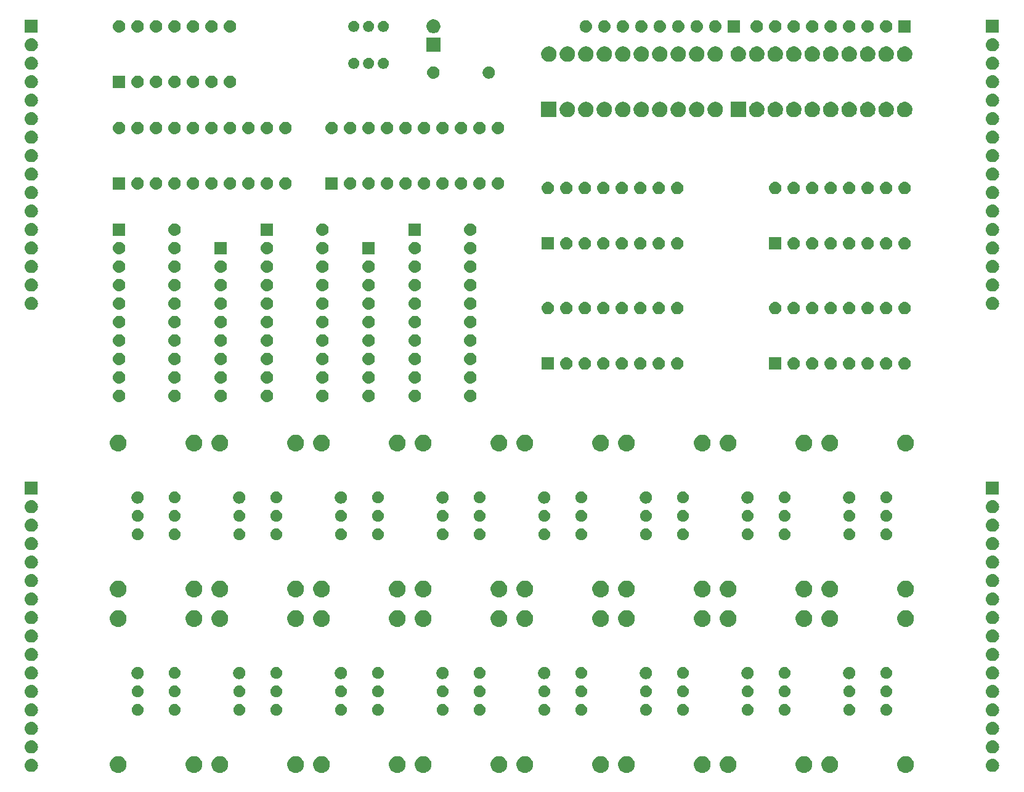
<source format=gts>
G04 #@! TF.GenerationSoftware,KiCad,Pcbnew,(5.1.2)-2*
G04 #@! TF.CreationDate,2019-08-11T10:56:02+02:00*
G04 #@! TF.ProjectId,Memory-Access-Register,4d656d6f-7279-42d4-9163-636573732d52,rev?*
G04 #@! TF.SameCoordinates,Original*
G04 #@! TF.FileFunction,Soldermask,Top*
G04 #@! TF.FilePolarity,Negative*
%FSLAX46Y46*%
G04 Gerber Fmt 4.6, Leading zero omitted, Abs format (unit mm)*
G04 Created by KiCad (PCBNEW (5.1.2)-2) date 2019-08-11 10:56:02*
%MOMM*%
%LPD*%
G04 APERTURE LIST*
%ADD10C,0.100000*%
G04 APERTURE END LIST*
D10*
G36*
X60041549Y-135269116D02*
G01*
X60152734Y-135291232D01*
X60362203Y-135377997D01*
X60550720Y-135503960D01*
X60711040Y-135664280D01*
X60837003Y-135852797D01*
X60923768Y-136062266D01*
X60968000Y-136284636D01*
X60968000Y-136511364D01*
X60923768Y-136733734D01*
X60837003Y-136943203D01*
X60711040Y-137131720D01*
X60550720Y-137292040D01*
X60362203Y-137418003D01*
X60152734Y-137504768D01*
X60041549Y-137526884D01*
X59930365Y-137549000D01*
X59703635Y-137549000D01*
X59592451Y-137526884D01*
X59481266Y-137504768D01*
X59271797Y-137418003D01*
X59083280Y-137292040D01*
X58922960Y-137131720D01*
X58796997Y-136943203D01*
X58710232Y-136733734D01*
X58666000Y-136511364D01*
X58666000Y-136284636D01*
X58710232Y-136062266D01*
X58796997Y-135852797D01*
X58922960Y-135664280D01*
X59083280Y-135503960D01*
X59271797Y-135377997D01*
X59481266Y-135291232D01*
X59592451Y-135269116D01*
X59703635Y-135247000D01*
X59930365Y-135247000D01*
X60041549Y-135269116D01*
X60041549Y-135269116D01*
G37*
G36*
X101951549Y-135269116D02*
G01*
X102062734Y-135291232D01*
X102272203Y-135377997D01*
X102460720Y-135503960D01*
X102621040Y-135664280D01*
X102747003Y-135852797D01*
X102833768Y-136062266D01*
X102878000Y-136284636D01*
X102878000Y-136511364D01*
X102833768Y-136733734D01*
X102747003Y-136943203D01*
X102621040Y-137131720D01*
X102460720Y-137292040D01*
X102272203Y-137418003D01*
X102062734Y-137504768D01*
X101951549Y-137526884D01*
X101840365Y-137549000D01*
X101613635Y-137549000D01*
X101502451Y-137526884D01*
X101391266Y-137504768D01*
X101181797Y-137418003D01*
X100993280Y-137292040D01*
X100832960Y-137131720D01*
X100706997Y-136943203D01*
X100620232Y-136733734D01*
X100576000Y-136511364D01*
X100576000Y-136284636D01*
X100620232Y-136062266D01*
X100706997Y-135852797D01*
X100832960Y-135664280D01*
X100993280Y-135503960D01*
X101181797Y-135377997D01*
X101391266Y-135291232D01*
X101502451Y-135269116D01*
X101613635Y-135247000D01*
X101840365Y-135247000D01*
X101951549Y-135269116D01*
X101951549Y-135269116D01*
G37*
G36*
X119477549Y-135269116D02*
G01*
X119588734Y-135291232D01*
X119798203Y-135377997D01*
X119986720Y-135503960D01*
X120147040Y-135664280D01*
X120273003Y-135852797D01*
X120359768Y-136062266D01*
X120404000Y-136284636D01*
X120404000Y-136511364D01*
X120359768Y-136733734D01*
X120273003Y-136943203D01*
X120147040Y-137131720D01*
X119986720Y-137292040D01*
X119798203Y-137418003D01*
X119588734Y-137504768D01*
X119477549Y-137526884D01*
X119366365Y-137549000D01*
X119139635Y-137549000D01*
X119028451Y-137526884D01*
X118917266Y-137504768D01*
X118707797Y-137418003D01*
X118519280Y-137292040D01*
X118358960Y-137131720D01*
X118232997Y-136943203D01*
X118146232Y-136733734D01*
X118102000Y-136511364D01*
X118102000Y-136284636D01*
X118146232Y-136062266D01*
X118232997Y-135852797D01*
X118358960Y-135664280D01*
X118519280Y-135503960D01*
X118707797Y-135377997D01*
X118917266Y-135291232D01*
X119028451Y-135269116D01*
X119139635Y-135247000D01*
X119366365Y-135247000D01*
X119477549Y-135269116D01*
X119477549Y-135269116D01*
G37*
G36*
X129891549Y-135269116D02*
G01*
X130002734Y-135291232D01*
X130212203Y-135377997D01*
X130400720Y-135503960D01*
X130561040Y-135664280D01*
X130687003Y-135852797D01*
X130773768Y-136062266D01*
X130818000Y-136284636D01*
X130818000Y-136511364D01*
X130773768Y-136733734D01*
X130687003Y-136943203D01*
X130561040Y-137131720D01*
X130400720Y-137292040D01*
X130212203Y-137418003D01*
X130002734Y-137504768D01*
X129891549Y-137526884D01*
X129780365Y-137549000D01*
X129553635Y-137549000D01*
X129442451Y-137526884D01*
X129331266Y-137504768D01*
X129121797Y-137418003D01*
X128933280Y-137292040D01*
X128772960Y-137131720D01*
X128646997Y-136943203D01*
X128560232Y-136733734D01*
X128516000Y-136511364D01*
X128516000Y-136284636D01*
X128560232Y-136062266D01*
X128646997Y-135852797D01*
X128772960Y-135664280D01*
X128933280Y-135503960D01*
X129121797Y-135377997D01*
X129331266Y-135291232D01*
X129442451Y-135269116D01*
X129553635Y-135247000D01*
X129780365Y-135247000D01*
X129891549Y-135269116D01*
X129891549Y-135269116D01*
G37*
G36*
X63597549Y-135269116D02*
G01*
X63708734Y-135291232D01*
X63918203Y-135377997D01*
X64106720Y-135503960D01*
X64267040Y-135664280D01*
X64393003Y-135852797D01*
X64479768Y-136062266D01*
X64524000Y-136284636D01*
X64524000Y-136511364D01*
X64479768Y-136733734D01*
X64393003Y-136943203D01*
X64267040Y-137131720D01*
X64106720Y-137292040D01*
X63918203Y-137418003D01*
X63708734Y-137504768D01*
X63597549Y-137526884D01*
X63486365Y-137549000D01*
X63259635Y-137549000D01*
X63148451Y-137526884D01*
X63037266Y-137504768D01*
X62827797Y-137418003D01*
X62639280Y-137292040D01*
X62478960Y-137131720D01*
X62352997Y-136943203D01*
X62266232Y-136733734D01*
X62222000Y-136511364D01*
X62222000Y-136284636D01*
X62266232Y-136062266D01*
X62352997Y-135852797D01*
X62478960Y-135664280D01*
X62639280Y-135503960D01*
X62827797Y-135377997D01*
X63037266Y-135291232D01*
X63148451Y-135269116D01*
X63259635Y-135247000D01*
X63486365Y-135247000D01*
X63597549Y-135269116D01*
X63597549Y-135269116D01*
G37*
G36*
X74011549Y-135269116D02*
G01*
X74122734Y-135291232D01*
X74332203Y-135377997D01*
X74520720Y-135503960D01*
X74681040Y-135664280D01*
X74807003Y-135852797D01*
X74893768Y-136062266D01*
X74938000Y-136284636D01*
X74938000Y-136511364D01*
X74893768Y-136733734D01*
X74807003Y-136943203D01*
X74681040Y-137131720D01*
X74520720Y-137292040D01*
X74332203Y-137418003D01*
X74122734Y-137504768D01*
X74011549Y-137526884D01*
X73900365Y-137549000D01*
X73673635Y-137549000D01*
X73562451Y-137526884D01*
X73451266Y-137504768D01*
X73241797Y-137418003D01*
X73053280Y-137292040D01*
X72892960Y-137131720D01*
X72766997Y-136943203D01*
X72680232Y-136733734D01*
X72636000Y-136511364D01*
X72636000Y-136284636D01*
X72680232Y-136062266D01*
X72766997Y-135852797D01*
X72892960Y-135664280D01*
X73053280Y-135503960D01*
X73241797Y-135377997D01*
X73451266Y-135291232D01*
X73562451Y-135269116D01*
X73673635Y-135247000D01*
X73900365Y-135247000D01*
X74011549Y-135269116D01*
X74011549Y-135269116D01*
G37*
G36*
X87981549Y-135269116D02*
G01*
X88092734Y-135291232D01*
X88302203Y-135377997D01*
X88490720Y-135503960D01*
X88651040Y-135664280D01*
X88777003Y-135852797D01*
X88863768Y-136062266D01*
X88908000Y-136284636D01*
X88908000Y-136511364D01*
X88863768Y-136733734D01*
X88777003Y-136943203D01*
X88651040Y-137131720D01*
X88490720Y-137292040D01*
X88302203Y-137418003D01*
X88092734Y-137504768D01*
X87981549Y-137526884D01*
X87870365Y-137549000D01*
X87643635Y-137549000D01*
X87532451Y-137526884D01*
X87421266Y-137504768D01*
X87211797Y-137418003D01*
X87023280Y-137292040D01*
X86862960Y-137131720D01*
X86736997Y-136943203D01*
X86650232Y-136733734D01*
X86606000Y-136511364D01*
X86606000Y-136284636D01*
X86650232Y-136062266D01*
X86736997Y-135852797D01*
X86862960Y-135664280D01*
X87023280Y-135503960D01*
X87211797Y-135377997D01*
X87421266Y-135291232D01*
X87532451Y-135269116D01*
X87643635Y-135247000D01*
X87870365Y-135247000D01*
X87981549Y-135269116D01*
X87981549Y-135269116D01*
G37*
G36*
X77567549Y-135269116D02*
G01*
X77678734Y-135291232D01*
X77888203Y-135377997D01*
X78076720Y-135503960D01*
X78237040Y-135664280D01*
X78363003Y-135852797D01*
X78449768Y-136062266D01*
X78494000Y-136284636D01*
X78494000Y-136511364D01*
X78449768Y-136733734D01*
X78363003Y-136943203D01*
X78237040Y-137131720D01*
X78076720Y-137292040D01*
X77888203Y-137418003D01*
X77678734Y-137504768D01*
X77567549Y-137526884D01*
X77456365Y-137549000D01*
X77229635Y-137549000D01*
X77118451Y-137526884D01*
X77007266Y-137504768D01*
X76797797Y-137418003D01*
X76609280Y-137292040D01*
X76448960Y-137131720D01*
X76322997Y-136943203D01*
X76236232Y-136733734D01*
X76192000Y-136511364D01*
X76192000Y-136284636D01*
X76236232Y-136062266D01*
X76322997Y-135852797D01*
X76448960Y-135664280D01*
X76609280Y-135503960D01*
X76797797Y-135377997D01*
X77007266Y-135291232D01*
X77118451Y-135269116D01*
X77229635Y-135247000D01*
X77456365Y-135247000D01*
X77567549Y-135269116D01*
X77567549Y-135269116D01*
G37*
G36*
X91537549Y-135269116D02*
G01*
X91648734Y-135291232D01*
X91858203Y-135377997D01*
X92046720Y-135503960D01*
X92207040Y-135664280D01*
X92333003Y-135852797D01*
X92419768Y-136062266D01*
X92464000Y-136284636D01*
X92464000Y-136511364D01*
X92419768Y-136733734D01*
X92333003Y-136943203D01*
X92207040Y-137131720D01*
X92046720Y-137292040D01*
X91858203Y-137418003D01*
X91648734Y-137504768D01*
X91537549Y-137526884D01*
X91426365Y-137549000D01*
X91199635Y-137549000D01*
X91088451Y-137526884D01*
X90977266Y-137504768D01*
X90767797Y-137418003D01*
X90579280Y-137292040D01*
X90418960Y-137131720D01*
X90292997Y-136943203D01*
X90206232Y-136733734D01*
X90162000Y-136511364D01*
X90162000Y-136284636D01*
X90206232Y-136062266D01*
X90292997Y-135852797D01*
X90418960Y-135664280D01*
X90579280Y-135503960D01*
X90767797Y-135377997D01*
X90977266Y-135291232D01*
X91088451Y-135269116D01*
X91199635Y-135247000D01*
X91426365Y-135247000D01*
X91537549Y-135269116D01*
X91537549Y-135269116D01*
G37*
G36*
X105507549Y-135269116D02*
G01*
X105618734Y-135291232D01*
X105828203Y-135377997D01*
X106016720Y-135503960D01*
X106177040Y-135664280D01*
X106303003Y-135852797D01*
X106389768Y-136062266D01*
X106434000Y-136284636D01*
X106434000Y-136511364D01*
X106389768Y-136733734D01*
X106303003Y-136943203D01*
X106177040Y-137131720D01*
X106016720Y-137292040D01*
X105828203Y-137418003D01*
X105618734Y-137504768D01*
X105507549Y-137526884D01*
X105396365Y-137549000D01*
X105169635Y-137549000D01*
X105058451Y-137526884D01*
X104947266Y-137504768D01*
X104737797Y-137418003D01*
X104549280Y-137292040D01*
X104388960Y-137131720D01*
X104262997Y-136943203D01*
X104176232Y-136733734D01*
X104132000Y-136511364D01*
X104132000Y-136284636D01*
X104176232Y-136062266D01*
X104262997Y-135852797D01*
X104388960Y-135664280D01*
X104549280Y-135503960D01*
X104737797Y-135377997D01*
X104947266Y-135291232D01*
X105058451Y-135269116D01*
X105169635Y-135247000D01*
X105396365Y-135247000D01*
X105507549Y-135269116D01*
X105507549Y-135269116D01*
G37*
G36*
X115921549Y-135269116D02*
G01*
X116032734Y-135291232D01*
X116242203Y-135377997D01*
X116430720Y-135503960D01*
X116591040Y-135664280D01*
X116717003Y-135852797D01*
X116803768Y-136062266D01*
X116848000Y-136284636D01*
X116848000Y-136511364D01*
X116803768Y-136733734D01*
X116717003Y-136943203D01*
X116591040Y-137131720D01*
X116430720Y-137292040D01*
X116242203Y-137418003D01*
X116032734Y-137504768D01*
X115921549Y-137526884D01*
X115810365Y-137549000D01*
X115583635Y-137549000D01*
X115472451Y-137526884D01*
X115361266Y-137504768D01*
X115151797Y-137418003D01*
X114963280Y-137292040D01*
X114802960Y-137131720D01*
X114676997Y-136943203D01*
X114590232Y-136733734D01*
X114546000Y-136511364D01*
X114546000Y-136284636D01*
X114590232Y-136062266D01*
X114676997Y-135852797D01*
X114802960Y-135664280D01*
X114963280Y-135503960D01*
X115151797Y-135377997D01*
X115361266Y-135291232D01*
X115472451Y-135269116D01*
X115583635Y-135247000D01*
X115810365Y-135247000D01*
X115921549Y-135269116D01*
X115921549Y-135269116D01*
G37*
G36*
X49627549Y-135269116D02*
G01*
X49738734Y-135291232D01*
X49948203Y-135377997D01*
X50136720Y-135503960D01*
X50297040Y-135664280D01*
X50423003Y-135852797D01*
X50509768Y-136062266D01*
X50554000Y-136284636D01*
X50554000Y-136511364D01*
X50509768Y-136733734D01*
X50423003Y-136943203D01*
X50297040Y-137131720D01*
X50136720Y-137292040D01*
X49948203Y-137418003D01*
X49738734Y-137504768D01*
X49627549Y-137526884D01*
X49516365Y-137549000D01*
X49289635Y-137549000D01*
X49178451Y-137526884D01*
X49067266Y-137504768D01*
X48857797Y-137418003D01*
X48669280Y-137292040D01*
X48508960Y-137131720D01*
X48382997Y-136943203D01*
X48296232Y-136733734D01*
X48252000Y-136511364D01*
X48252000Y-136284636D01*
X48296232Y-136062266D01*
X48382997Y-135852797D01*
X48508960Y-135664280D01*
X48669280Y-135503960D01*
X48857797Y-135377997D01*
X49067266Y-135291232D01*
X49178451Y-135269116D01*
X49289635Y-135247000D01*
X49516365Y-135247000D01*
X49627549Y-135269116D01*
X49627549Y-135269116D01*
G37*
G36*
X157831549Y-135269116D02*
G01*
X157942734Y-135291232D01*
X158152203Y-135377997D01*
X158340720Y-135503960D01*
X158501040Y-135664280D01*
X158627003Y-135852797D01*
X158713768Y-136062266D01*
X158758000Y-136284636D01*
X158758000Y-136511364D01*
X158713768Y-136733734D01*
X158627003Y-136943203D01*
X158501040Y-137131720D01*
X158340720Y-137292040D01*
X158152203Y-137418003D01*
X157942734Y-137504768D01*
X157831549Y-137526884D01*
X157720365Y-137549000D01*
X157493635Y-137549000D01*
X157382451Y-137526884D01*
X157271266Y-137504768D01*
X157061797Y-137418003D01*
X156873280Y-137292040D01*
X156712960Y-137131720D01*
X156586997Y-136943203D01*
X156500232Y-136733734D01*
X156456000Y-136511364D01*
X156456000Y-136284636D01*
X156500232Y-136062266D01*
X156586997Y-135852797D01*
X156712960Y-135664280D01*
X156873280Y-135503960D01*
X157061797Y-135377997D01*
X157271266Y-135291232D01*
X157382451Y-135269116D01*
X157493635Y-135247000D01*
X157720365Y-135247000D01*
X157831549Y-135269116D01*
X157831549Y-135269116D01*
G37*
G36*
X133447549Y-135269116D02*
G01*
X133558734Y-135291232D01*
X133768203Y-135377997D01*
X133956720Y-135503960D01*
X134117040Y-135664280D01*
X134243003Y-135852797D01*
X134329768Y-136062266D01*
X134374000Y-136284636D01*
X134374000Y-136511364D01*
X134329768Y-136733734D01*
X134243003Y-136943203D01*
X134117040Y-137131720D01*
X133956720Y-137292040D01*
X133768203Y-137418003D01*
X133558734Y-137504768D01*
X133447549Y-137526884D01*
X133336365Y-137549000D01*
X133109635Y-137549000D01*
X132998451Y-137526884D01*
X132887266Y-137504768D01*
X132677797Y-137418003D01*
X132489280Y-137292040D01*
X132328960Y-137131720D01*
X132202997Y-136943203D01*
X132116232Y-136733734D01*
X132072000Y-136511364D01*
X132072000Y-136284636D01*
X132116232Y-136062266D01*
X132202997Y-135852797D01*
X132328960Y-135664280D01*
X132489280Y-135503960D01*
X132677797Y-135377997D01*
X132887266Y-135291232D01*
X132998451Y-135269116D01*
X133109635Y-135247000D01*
X133336365Y-135247000D01*
X133447549Y-135269116D01*
X133447549Y-135269116D01*
G37*
G36*
X143861549Y-135269116D02*
G01*
X143972734Y-135291232D01*
X144182203Y-135377997D01*
X144370720Y-135503960D01*
X144531040Y-135664280D01*
X144657003Y-135852797D01*
X144743768Y-136062266D01*
X144788000Y-136284636D01*
X144788000Y-136511364D01*
X144743768Y-136733734D01*
X144657003Y-136943203D01*
X144531040Y-137131720D01*
X144370720Y-137292040D01*
X144182203Y-137418003D01*
X143972734Y-137504768D01*
X143861549Y-137526884D01*
X143750365Y-137549000D01*
X143523635Y-137549000D01*
X143412451Y-137526884D01*
X143301266Y-137504768D01*
X143091797Y-137418003D01*
X142903280Y-137292040D01*
X142742960Y-137131720D01*
X142616997Y-136943203D01*
X142530232Y-136733734D01*
X142486000Y-136511364D01*
X142486000Y-136284636D01*
X142530232Y-136062266D01*
X142616997Y-135852797D01*
X142742960Y-135664280D01*
X142903280Y-135503960D01*
X143091797Y-135377997D01*
X143301266Y-135291232D01*
X143412451Y-135269116D01*
X143523635Y-135247000D01*
X143750365Y-135247000D01*
X143861549Y-135269116D01*
X143861549Y-135269116D01*
G37*
G36*
X147417549Y-135269116D02*
G01*
X147528734Y-135291232D01*
X147738203Y-135377997D01*
X147926720Y-135503960D01*
X148087040Y-135664280D01*
X148213003Y-135852797D01*
X148299768Y-136062266D01*
X148344000Y-136284636D01*
X148344000Y-136511364D01*
X148299768Y-136733734D01*
X148213003Y-136943203D01*
X148087040Y-137131720D01*
X147926720Y-137292040D01*
X147738203Y-137418003D01*
X147528734Y-137504768D01*
X147417549Y-137526884D01*
X147306365Y-137549000D01*
X147079635Y-137549000D01*
X146968451Y-137526884D01*
X146857266Y-137504768D01*
X146647797Y-137418003D01*
X146459280Y-137292040D01*
X146298960Y-137131720D01*
X146172997Y-136943203D01*
X146086232Y-136733734D01*
X146042000Y-136511364D01*
X146042000Y-136284636D01*
X146086232Y-136062266D01*
X146172997Y-135852797D01*
X146298960Y-135664280D01*
X146459280Y-135503960D01*
X146647797Y-135377997D01*
X146857266Y-135291232D01*
X146968451Y-135269116D01*
X147079635Y-135247000D01*
X147306365Y-135247000D01*
X147417549Y-135269116D01*
X147417549Y-135269116D01*
G37*
G36*
X169655442Y-135630518D02*
G01*
X169721627Y-135637037D01*
X169891466Y-135688557D01*
X170047991Y-135772222D01*
X170083729Y-135801552D01*
X170185186Y-135884814D01*
X170268448Y-135986271D01*
X170297778Y-136022009D01*
X170381443Y-136178534D01*
X170432963Y-136348373D01*
X170450359Y-136525000D01*
X170432963Y-136701627D01*
X170381443Y-136871466D01*
X170297778Y-137027991D01*
X170268448Y-137063729D01*
X170185186Y-137165186D01*
X170083729Y-137248448D01*
X170047991Y-137277778D01*
X169891466Y-137361443D01*
X169721627Y-137412963D01*
X169670454Y-137418003D01*
X169589260Y-137426000D01*
X169500740Y-137426000D01*
X169419546Y-137418003D01*
X169368373Y-137412963D01*
X169198534Y-137361443D01*
X169042009Y-137277778D01*
X169006271Y-137248448D01*
X168904814Y-137165186D01*
X168821552Y-137063729D01*
X168792222Y-137027991D01*
X168708557Y-136871466D01*
X168657037Y-136701627D01*
X168639641Y-136525000D01*
X168657037Y-136348373D01*
X168708557Y-136178534D01*
X168792222Y-136022009D01*
X168821552Y-135986271D01*
X168904814Y-135884814D01*
X169006271Y-135801552D01*
X169042009Y-135772222D01*
X169198534Y-135688557D01*
X169368373Y-135637037D01*
X169434558Y-135630518D01*
X169500740Y-135624000D01*
X169589260Y-135624000D01*
X169655442Y-135630518D01*
X169655442Y-135630518D01*
G37*
G36*
X37575442Y-135630518D02*
G01*
X37641627Y-135637037D01*
X37811466Y-135688557D01*
X37967991Y-135772222D01*
X38003729Y-135801552D01*
X38105186Y-135884814D01*
X38188448Y-135986271D01*
X38217778Y-136022009D01*
X38301443Y-136178534D01*
X38352963Y-136348373D01*
X38370359Y-136525000D01*
X38352963Y-136701627D01*
X38301443Y-136871466D01*
X38217778Y-137027991D01*
X38188448Y-137063729D01*
X38105186Y-137165186D01*
X38003729Y-137248448D01*
X37967991Y-137277778D01*
X37811466Y-137361443D01*
X37641627Y-137412963D01*
X37590454Y-137418003D01*
X37509260Y-137426000D01*
X37420740Y-137426000D01*
X37339546Y-137418003D01*
X37288373Y-137412963D01*
X37118534Y-137361443D01*
X36962009Y-137277778D01*
X36926271Y-137248448D01*
X36824814Y-137165186D01*
X36741552Y-137063729D01*
X36712222Y-137027991D01*
X36628557Y-136871466D01*
X36577037Y-136701627D01*
X36559641Y-136525000D01*
X36577037Y-136348373D01*
X36628557Y-136178534D01*
X36712222Y-136022009D01*
X36741552Y-135986271D01*
X36824814Y-135884814D01*
X36926271Y-135801552D01*
X36962009Y-135772222D01*
X37118534Y-135688557D01*
X37288373Y-135637037D01*
X37354558Y-135630518D01*
X37420740Y-135624000D01*
X37509260Y-135624000D01*
X37575442Y-135630518D01*
X37575442Y-135630518D01*
G37*
G36*
X169655442Y-133090518D02*
G01*
X169721627Y-133097037D01*
X169891466Y-133148557D01*
X170047991Y-133232222D01*
X170083729Y-133261552D01*
X170185186Y-133344814D01*
X170268448Y-133446271D01*
X170297778Y-133482009D01*
X170381443Y-133638534D01*
X170432963Y-133808373D01*
X170450359Y-133985000D01*
X170432963Y-134161627D01*
X170381443Y-134331466D01*
X170297778Y-134487991D01*
X170268448Y-134523729D01*
X170185186Y-134625186D01*
X170083729Y-134708448D01*
X170047991Y-134737778D01*
X169891466Y-134821443D01*
X169721627Y-134872963D01*
X169655442Y-134879482D01*
X169589260Y-134886000D01*
X169500740Y-134886000D01*
X169434558Y-134879482D01*
X169368373Y-134872963D01*
X169198534Y-134821443D01*
X169042009Y-134737778D01*
X169006271Y-134708448D01*
X168904814Y-134625186D01*
X168821552Y-134523729D01*
X168792222Y-134487991D01*
X168708557Y-134331466D01*
X168657037Y-134161627D01*
X168639641Y-133985000D01*
X168657037Y-133808373D01*
X168708557Y-133638534D01*
X168792222Y-133482009D01*
X168821552Y-133446271D01*
X168904814Y-133344814D01*
X169006271Y-133261552D01*
X169042009Y-133232222D01*
X169198534Y-133148557D01*
X169368373Y-133097037D01*
X169434558Y-133090518D01*
X169500740Y-133084000D01*
X169589260Y-133084000D01*
X169655442Y-133090518D01*
X169655442Y-133090518D01*
G37*
G36*
X37575442Y-133090518D02*
G01*
X37641627Y-133097037D01*
X37811466Y-133148557D01*
X37967991Y-133232222D01*
X38003729Y-133261552D01*
X38105186Y-133344814D01*
X38188448Y-133446271D01*
X38217778Y-133482009D01*
X38301443Y-133638534D01*
X38352963Y-133808373D01*
X38370359Y-133985000D01*
X38352963Y-134161627D01*
X38301443Y-134331466D01*
X38217778Y-134487991D01*
X38188448Y-134523729D01*
X38105186Y-134625186D01*
X38003729Y-134708448D01*
X37967991Y-134737778D01*
X37811466Y-134821443D01*
X37641627Y-134872963D01*
X37575442Y-134879482D01*
X37509260Y-134886000D01*
X37420740Y-134886000D01*
X37354558Y-134879482D01*
X37288373Y-134872963D01*
X37118534Y-134821443D01*
X36962009Y-134737778D01*
X36926271Y-134708448D01*
X36824814Y-134625186D01*
X36741552Y-134523729D01*
X36712222Y-134487991D01*
X36628557Y-134331466D01*
X36577037Y-134161627D01*
X36559641Y-133985000D01*
X36577037Y-133808373D01*
X36628557Y-133638534D01*
X36712222Y-133482009D01*
X36741552Y-133446271D01*
X36824814Y-133344814D01*
X36926271Y-133261552D01*
X36962009Y-133232222D01*
X37118534Y-133148557D01*
X37288373Y-133097037D01*
X37354558Y-133090518D01*
X37420740Y-133084000D01*
X37509260Y-133084000D01*
X37575442Y-133090518D01*
X37575442Y-133090518D01*
G37*
G36*
X37575443Y-130550519D02*
G01*
X37641627Y-130557037D01*
X37811466Y-130608557D01*
X37967991Y-130692222D01*
X38003729Y-130721552D01*
X38105186Y-130804814D01*
X38188448Y-130906271D01*
X38217778Y-130942009D01*
X38301443Y-131098534D01*
X38352963Y-131268373D01*
X38370359Y-131445000D01*
X38352963Y-131621627D01*
X38301443Y-131791466D01*
X38217778Y-131947991D01*
X38188448Y-131983729D01*
X38105186Y-132085186D01*
X38003729Y-132168448D01*
X37967991Y-132197778D01*
X37811466Y-132281443D01*
X37641627Y-132332963D01*
X37575442Y-132339482D01*
X37509260Y-132346000D01*
X37420740Y-132346000D01*
X37354558Y-132339482D01*
X37288373Y-132332963D01*
X37118534Y-132281443D01*
X36962009Y-132197778D01*
X36926271Y-132168448D01*
X36824814Y-132085186D01*
X36741552Y-131983729D01*
X36712222Y-131947991D01*
X36628557Y-131791466D01*
X36577037Y-131621627D01*
X36559641Y-131445000D01*
X36577037Y-131268373D01*
X36628557Y-131098534D01*
X36712222Y-130942009D01*
X36741552Y-130906271D01*
X36824814Y-130804814D01*
X36926271Y-130721552D01*
X36962009Y-130692222D01*
X37118534Y-130608557D01*
X37288373Y-130557037D01*
X37354557Y-130550519D01*
X37420740Y-130544000D01*
X37509260Y-130544000D01*
X37575443Y-130550519D01*
X37575443Y-130550519D01*
G37*
G36*
X169655443Y-130550519D02*
G01*
X169721627Y-130557037D01*
X169891466Y-130608557D01*
X170047991Y-130692222D01*
X170083729Y-130721552D01*
X170185186Y-130804814D01*
X170268448Y-130906271D01*
X170297778Y-130942009D01*
X170381443Y-131098534D01*
X170432963Y-131268373D01*
X170450359Y-131445000D01*
X170432963Y-131621627D01*
X170381443Y-131791466D01*
X170297778Y-131947991D01*
X170268448Y-131983729D01*
X170185186Y-132085186D01*
X170083729Y-132168448D01*
X170047991Y-132197778D01*
X169891466Y-132281443D01*
X169721627Y-132332963D01*
X169655442Y-132339482D01*
X169589260Y-132346000D01*
X169500740Y-132346000D01*
X169434558Y-132339482D01*
X169368373Y-132332963D01*
X169198534Y-132281443D01*
X169042009Y-132197778D01*
X169006271Y-132168448D01*
X168904814Y-132085186D01*
X168821552Y-131983729D01*
X168792222Y-131947991D01*
X168708557Y-131791466D01*
X168657037Y-131621627D01*
X168639641Y-131445000D01*
X168657037Y-131268373D01*
X168708557Y-131098534D01*
X168792222Y-130942009D01*
X168821552Y-130906271D01*
X168904814Y-130804814D01*
X169006271Y-130721552D01*
X169042009Y-130692222D01*
X169198534Y-130608557D01*
X169368373Y-130557037D01*
X169434557Y-130550519D01*
X169500740Y-130544000D01*
X169589260Y-130544000D01*
X169655443Y-130550519D01*
X169655443Y-130550519D01*
G37*
G36*
X37575443Y-128010519D02*
G01*
X37641627Y-128017037D01*
X37811466Y-128068557D01*
X37967991Y-128152222D01*
X38003729Y-128181552D01*
X38105186Y-128264814D01*
X38188448Y-128366271D01*
X38217778Y-128402009D01*
X38301443Y-128558534D01*
X38352963Y-128728373D01*
X38370359Y-128905000D01*
X38352963Y-129081627D01*
X38301443Y-129251466D01*
X38217778Y-129407991D01*
X38205251Y-129423255D01*
X38105186Y-129545186D01*
X38007357Y-129625471D01*
X37967991Y-129657778D01*
X37811466Y-129741443D01*
X37641627Y-129792963D01*
X37575443Y-129799481D01*
X37509260Y-129806000D01*
X37420740Y-129806000D01*
X37354557Y-129799481D01*
X37288373Y-129792963D01*
X37118534Y-129741443D01*
X36962009Y-129657778D01*
X36922643Y-129625471D01*
X36824814Y-129545186D01*
X36724749Y-129423255D01*
X36712222Y-129407991D01*
X36628557Y-129251466D01*
X36577037Y-129081627D01*
X36559641Y-128905000D01*
X36577037Y-128728373D01*
X36628557Y-128558534D01*
X36712222Y-128402009D01*
X36741552Y-128366271D01*
X36824814Y-128264814D01*
X36926271Y-128181552D01*
X36962009Y-128152222D01*
X37118534Y-128068557D01*
X37288373Y-128017037D01*
X37354557Y-128010519D01*
X37420740Y-128004000D01*
X37509260Y-128004000D01*
X37575443Y-128010519D01*
X37575443Y-128010519D01*
G37*
G36*
X169655443Y-128010519D02*
G01*
X169721627Y-128017037D01*
X169891466Y-128068557D01*
X170047991Y-128152222D01*
X170083729Y-128181552D01*
X170185186Y-128264814D01*
X170268448Y-128366271D01*
X170297778Y-128402009D01*
X170381443Y-128558534D01*
X170432963Y-128728373D01*
X170450359Y-128905000D01*
X170432963Y-129081627D01*
X170381443Y-129251466D01*
X170297778Y-129407991D01*
X170285251Y-129423255D01*
X170185186Y-129545186D01*
X170087357Y-129625471D01*
X170047991Y-129657778D01*
X169891466Y-129741443D01*
X169721627Y-129792963D01*
X169655443Y-129799481D01*
X169589260Y-129806000D01*
X169500740Y-129806000D01*
X169434557Y-129799481D01*
X169368373Y-129792963D01*
X169198534Y-129741443D01*
X169042009Y-129657778D01*
X169002643Y-129625471D01*
X168904814Y-129545186D01*
X168804749Y-129423255D01*
X168792222Y-129407991D01*
X168708557Y-129251466D01*
X168657037Y-129081627D01*
X168639641Y-128905000D01*
X168657037Y-128728373D01*
X168708557Y-128558534D01*
X168792222Y-128402009D01*
X168821552Y-128366271D01*
X168904814Y-128264814D01*
X169006271Y-128181552D01*
X169042009Y-128152222D01*
X169198534Y-128068557D01*
X169368373Y-128017037D01*
X169434557Y-128010519D01*
X169500740Y-128004000D01*
X169589260Y-128004000D01*
X169655443Y-128010519D01*
X169655443Y-128010519D01*
G37*
G36*
X155177142Y-128123242D02*
G01*
X155325101Y-128184529D01*
X155458255Y-128273499D01*
X155571501Y-128386745D01*
X155660471Y-128519899D01*
X155721758Y-128667858D01*
X155753000Y-128824925D01*
X155753000Y-128985075D01*
X155721758Y-129142142D01*
X155660471Y-129290101D01*
X155571501Y-129423255D01*
X155458255Y-129536501D01*
X155325101Y-129625471D01*
X155177142Y-129686758D01*
X155020075Y-129718000D01*
X154859925Y-129718000D01*
X154702858Y-129686758D01*
X154554899Y-129625471D01*
X154421745Y-129536501D01*
X154308499Y-129423255D01*
X154219529Y-129290101D01*
X154158242Y-129142142D01*
X154127000Y-128985075D01*
X154127000Y-128824925D01*
X154158242Y-128667858D01*
X154219529Y-128519899D01*
X154308499Y-128386745D01*
X154421745Y-128273499D01*
X154554899Y-128184529D01*
X154702858Y-128123242D01*
X154859925Y-128092000D01*
X155020075Y-128092000D01*
X155177142Y-128123242D01*
X155177142Y-128123242D01*
G37*
G36*
X150097142Y-128123242D02*
G01*
X150245101Y-128184529D01*
X150378255Y-128273499D01*
X150491501Y-128386745D01*
X150580471Y-128519899D01*
X150641758Y-128667858D01*
X150673000Y-128824925D01*
X150673000Y-128985075D01*
X150641758Y-129142142D01*
X150580471Y-129290101D01*
X150491501Y-129423255D01*
X150378255Y-129536501D01*
X150245101Y-129625471D01*
X150097142Y-129686758D01*
X149940075Y-129718000D01*
X149779925Y-129718000D01*
X149622858Y-129686758D01*
X149474899Y-129625471D01*
X149341745Y-129536501D01*
X149228499Y-129423255D01*
X149139529Y-129290101D01*
X149078242Y-129142142D01*
X149047000Y-128985075D01*
X149047000Y-128824925D01*
X149078242Y-128667858D01*
X149139529Y-128519899D01*
X149228499Y-128386745D01*
X149341745Y-128273499D01*
X149474899Y-128184529D01*
X149622858Y-128123242D01*
X149779925Y-128092000D01*
X149940075Y-128092000D01*
X150097142Y-128123242D01*
X150097142Y-128123242D01*
G37*
G36*
X52307142Y-128123242D02*
G01*
X52455101Y-128184529D01*
X52588255Y-128273499D01*
X52701501Y-128386745D01*
X52790471Y-128519899D01*
X52851758Y-128667858D01*
X52883000Y-128824925D01*
X52883000Y-128985075D01*
X52851758Y-129142142D01*
X52790471Y-129290101D01*
X52701501Y-129423255D01*
X52588255Y-129536501D01*
X52455101Y-129625471D01*
X52307142Y-129686758D01*
X52150075Y-129718000D01*
X51989925Y-129718000D01*
X51832858Y-129686758D01*
X51684899Y-129625471D01*
X51551745Y-129536501D01*
X51438499Y-129423255D01*
X51349529Y-129290101D01*
X51288242Y-129142142D01*
X51257000Y-128985075D01*
X51257000Y-128824925D01*
X51288242Y-128667858D01*
X51349529Y-128519899D01*
X51438499Y-128386745D01*
X51551745Y-128273499D01*
X51684899Y-128184529D01*
X51832858Y-128123242D01*
X51989925Y-128092000D01*
X52150075Y-128092000D01*
X52307142Y-128123242D01*
X52307142Y-128123242D01*
G37*
G36*
X71357142Y-128123242D02*
G01*
X71505101Y-128184529D01*
X71638255Y-128273499D01*
X71751501Y-128386745D01*
X71840471Y-128519899D01*
X71901758Y-128667858D01*
X71933000Y-128824925D01*
X71933000Y-128985075D01*
X71901758Y-129142142D01*
X71840471Y-129290101D01*
X71751501Y-129423255D01*
X71638255Y-129536501D01*
X71505101Y-129625471D01*
X71357142Y-129686758D01*
X71200075Y-129718000D01*
X71039925Y-129718000D01*
X70882858Y-129686758D01*
X70734899Y-129625471D01*
X70601745Y-129536501D01*
X70488499Y-129423255D01*
X70399529Y-129290101D01*
X70338242Y-129142142D01*
X70307000Y-128985075D01*
X70307000Y-128824925D01*
X70338242Y-128667858D01*
X70399529Y-128519899D01*
X70488499Y-128386745D01*
X70601745Y-128273499D01*
X70734899Y-128184529D01*
X70882858Y-128123242D01*
X71039925Y-128092000D01*
X71200075Y-128092000D01*
X71357142Y-128123242D01*
X71357142Y-128123242D01*
G37*
G36*
X57387142Y-128123242D02*
G01*
X57535101Y-128184529D01*
X57668255Y-128273499D01*
X57781501Y-128386745D01*
X57870471Y-128519899D01*
X57931758Y-128667858D01*
X57963000Y-128824925D01*
X57963000Y-128985075D01*
X57931758Y-129142142D01*
X57870471Y-129290101D01*
X57781501Y-129423255D01*
X57668255Y-129536501D01*
X57535101Y-129625471D01*
X57387142Y-129686758D01*
X57230075Y-129718000D01*
X57069925Y-129718000D01*
X56912858Y-129686758D01*
X56764899Y-129625471D01*
X56631745Y-129536501D01*
X56518499Y-129423255D01*
X56429529Y-129290101D01*
X56368242Y-129142142D01*
X56337000Y-128985075D01*
X56337000Y-128824925D01*
X56368242Y-128667858D01*
X56429529Y-128519899D01*
X56518499Y-128386745D01*
X56631745Y-128273499D01*
X56764899Y-128184529D01*
X56912858Y-128123242D01*
X57069925Y-128092000D01*
X57230075Y-128092000D01*
X57387142Y-128123242D01*
X57387142Y-128123242D01*
G37*
G36*
X122157142Y-128123242D02*
G01*
X122305101Y-128184529D01*
X122438255Y-128273499D01*
X122551501Y-128386745D01*
X122640471Y-128519899D01*
X122701758Y-128667858D01*
X122733000Y-128824925D01*
X122733000Y-128985075D01*
X122701758Y-129142142D01*
X122640471Y-129290101D01*
X122551501Y-129423255D01*
X122438255Y-129536501D01*
X122305101Y-129625471D01*
X122157142Y-129686758D01*
X122000075Y-129718000D01*
X121839925Y-129718000D01*
X121682858Y-129686758D01*
X121534899Y-129625471D01*
X121401745Y-129536501D01*
X121288499Y-129423255D01*
X121199529Y-129290101D01*
X121138242Y-129142142D01*
X121107000Y-128985075D01*
X121107000Y-128824925D01*
X121138242Y-128667858D01*
X121199529Y-128519899D01*
X121288499Y-128386745D01*
X121401745Y-128273499D01*
X121534899Y-128184529D01*
X121682858Y-128123242D01*
X121839925Y-128092000D01*
X122000075Y-128092000D01*
X122157142Y-128123242D01*
X122157142Y-128123242D01*
G37*
G36*
X141207142Y-128123242D02*
G01*
X141355101Y-128184529D01*
X141488255Y-128273499D01*
X141601501Y-128386745D01*
X141690471Y-128519899D01*
X141751758Y-128667858D01*
X141783000Y-128824925D01*
X141783000Y-128985075D01*
X141751758Y-129142142D01*
X141690471Y-129290101D01*
X141601501Y-129423255D01*
X141488255Y-129536501D01*
X141355101Y-129625471D01*
X141207142Y-129686758D01*
X141050075Y-129718000D01*
X140889925Y-129718000D01*
X140732858Y-129686758D01*
X140584899Y-129625471D01*
X140451745Y-129536501D01*
X140338499Y-129423255D01*
X140249529Y-129290101D01*
X140188242Y-129142142D01*
X140157000Y-128985075D01*
X140157000Y-128824925D01*
X140188242Y-128667858D01*
X140249529Y-128519899D01*
X140338499Y-128386745D01*
X140451745Y-128273499D01*
X140584899Y-128184529D01*
X140732858Y-128123242D01*
X140889925Y-128092000D01*
X141050075Y-128092000D01*
X141207142Y-128123242D01*
X141207142Y-128123242D01*
G37*
G36*
X108187142Y-128123242D02*
G01*
X108335101Y-128184529D01*
X108468255Y-128273499D01*
X108581501Y-128386745D01*
X108670471Y-128519899D01*
X108731758Y-128667858D01*
X108763000Y-128824925D01*
X108763000Y-128985075D01*
X108731758Y-129142142D01*
X108670471Y-129290101D01*
X108581501Y-129423255D01*
X108468255Y-129536501D01*
X108335101Y-129625471D01*
X108187142Y-129686758D01*
X108030075Y-129718000D01*
X107869925Y-129718000D01*
X107712858Y-129686758D01*
X107564899Y-129625471D01*
X107431745Y-129536501D01*
X107318499Y-129423255D01*
X107229529Y-129290101D01*
X107168242Y-129142142D01*
X107137000Y-128985075D01*
X107137000Y-128824925D01*
X107168242Y-128667858D01*
X107229529Y-128519899D01*
X107318499Y-128386745D01*
X107431745Y-128273499D01*
X107564899Y-128184529D01*
X107712858Y-128123242D01*
X107869925Y-128092000D01*
X108030075Y-128092000D01*
X108187142Y-128123242D01*
X108187142Y-128123242D01*
G37*
G36*
X99297142Y-128123242D02*
G01*
X99445101Y-128184529D01*
X99578255Y-128273499D01*
X99691501Y-128386745D01*
X99780471Y-128519899D01*
X99841758Y-128667858D01*
X99873000Y-128824925D01*
X99873000Y-128985075D01*
X99841758Y-129142142D01*
X99780471Y-129290101D01*
X99691501Y-129423255D01*
X99578255Y-129536501D01*
X99445101Y-129625471D01*
X99297142Y-129686758D01*
X99140075Y-129718000D01*
X98979925Y-129718000D01*
X98822858Y-129686758D01*
X98674899Y-129625471D01*
X98541745Y-129536501D01*
X98428499Y-129423255D01*
X98339529Y-129290101D01*
X98278242Y-129142142D01*
X98247000Y-128985075D01*
X98247000Y-128824925D01*
X98278242Y-128667858D01*
X98339529Y-128519899D01*
X98428499Y-128386745D01*
X98541745Y-128273499D01*
X98674899Y-128184529D01*
X98822858Y-128123242D01*
X98979925Y-128092000D01*
X99140075Y-128092000D01*
X99297142Y-128123242D01*
X99297142Y-128123242D01*
G37*
G36*
X94217142Y-128123242D02*
G01*
X94365101Y-128184529D01*
X94498255Y-128273499D01*
X94611501Y-128386745D01*
X94700471Y-128519899D01*
X94761758Y-128667858D01*
X94793000Y-128824925D01*
X94793000Y-128985075D01*
X94761758Y-129142142D01*
X94700471Y-129290101D01*
X94611501Y-129423255D01*
X94498255Y-129536501D01*
X94365101Y-129625471D01*
X94217142Y-129686758D01*
X94060075Y-129718000D01*
X93899925Y-129718000D01*
X93742858Y-129686758D01*
X93594899Y-129625471D01*
X93461745Y-129536501D01*
X93348499Y-129423255D01*
X93259529Y-129290101D01*
X93198242Y-129142142D01*
X93167000Y-128985075D01*
X93167000Y-128824925D01*
X93198242Y-128667858D01*
X93259529Y-128519899D01*
X93348499Y-128386745D01*
X93461745Y-128273499D01*
X93594899Y-128184529D01*
X93742858Y-128123242D01*
X93899925Y-128092000D01*
X94060075Y-128092000D01*
X94217142Y-128123242D01*
X94217142Y-128123242D01*
G37*
G36*
X127237142Y-128123242D02*
G01*
X127385101Y-128184529D01*
X127518255Y-128273499D01*
X127631501Y-128386745D01*
X127720471Y-128519899D01*
X127781758Y-128667858D01*
X127813000Y-128824925D01*
X127813000Y-128985075D01*
X127781758Y-129142142D01*
X127720471Y-129290101D01*
X127631501Y-129423255D01*
X127518255Y-129536501D01*
X127385101Y-129625471D01*
X127237142Y-129686758D01*
X127080075Y-129718000D01*
X126919925Y-129718000D01*
X126762858Y-129686758D01*
X126614899Y-129625471D01*
X126481745Y-129536501D01*
X126368499Y-129423255D01*
X126279529Y-129290101D01*
X126218242Y-129142142D01*
X126187000Y-128985075D01*
X126187000Y-128824925D01*
X126218242Y-128667858D01*
X126279529Y-128519899D01*
X126368499Y-128386745D01*
X126481745Y-128273499D01*
X126614899Y-128184529D01*
X126762858Y-128123242D01*
X126919925Y-128092000D01*
X127080075Y-128092000D01*
X127237142Y-128123242D01*
X127237142Y-128123242D01*
G37*
G36*
X113267142Y-128123242D02*
G01*
X113415101Y-128184529D01*
X113548255Y-128273499D01*
X113661501Y-128386745D01*
X113750471Y-128519899D01*
X113811758Y-128667858D01*
X113843000Y-128824925D01*
X113843000Y-128985075D01*
X113811758Y-129142142D01*
X113750471Y-129290101D01*
X113661501Y-129423255D01*
X113548255Y-129536501D01*
X113415101Y-129625471D01*
X113267142Y-129686758D01*
X113110075Y-129718000D01*
X112949925Y-129718000D01*
X112792858Y-129686758D01*
X112644899Y-129625471D01*
X112511745Y-129536501D01*
X112398499Y-129423255D01*
X112309529Y-129290101D01*
X112248242Y-129142142D01*
X112217000Y-128985075D01*
X112217000Y-128824925D01*
X112248242Y-128667858D01*
X112309529Y-128519899D01*
X112398499Y-128386745D01*
X112511745Y-128273499D01*
X112644899Y-128184529D01*
X112792858Y-128123242D01*
X112949925Y-128092000D01*
X113110075Y-128092000D01*
X113267142Y-128123242D01*
X113267142Y-128123242D01*
G37*
G36*
X136127142Y-128123242D02*
G01*
X136275101Y-128184529D01*
X136408255Y-128273499D01*
X136521501Y-128386745D01*
X136610471Y-128519899D01*
X136671758Y-128667858D01*
X136703000Y-128824925D01*
X136703000Y-128985075D01*
X136671758Y-129142142D01*
X136610471Y-129290101D01*
X136521501Y-129423255D01*
X136408255Y-129536501D01*
X136275101Y-129625471D01*
X136127142Y-129686758D01*
X135970075Y-129718000D01*
X135809925Y-129718000D01*
X135652858Y-129686758D01*
X135504899Y-129625471D01*
X135371745Y-129536501D01*
X135258499Y-129423255D01*
X135169529Y-129290101D01*
X135108242Y-129142142D01*
X135077000Y-128985075D01*
X135077000Y-128824925D01*
X135108242Y-128667858D01*
X135169529Y-128519899D01*
X135258499Y-128386745D01*
X135371745Y-128273499D01*
X135504899Y-128184529D01*
X135652858Y-128123242D01*
X135809925Y-128092000D01*
X135970075Y-128092000D01*
X136127142Y-128123242D01*
X136127142Y-128123242D01*
G37*
G36*
X85327142Y-128123242D02*
G01*
X85475101Y-128184529D01*
X85608255Y-128273499D01*
X85721501Y-128386745D01*
X85810471Y-128519899D01*
X85871758Y-128667858D01*
X85903000Y-128824925D01*
X85903000Y-128985075D01*
X85871758Y-129142142D01*
X85810471Y-129290101D01*
X85721501Y-129423255D01*
X85608255Y-129536501D01*
X85475101Y-129625471D01*
X85327142Y-129686758D01*
X85170075Y-129718000D01*
X85009925Y-129718000D01*
X84852858Y-129686758D01*
X84704899Y-129625471D01*
X84571745Y-129536501D01*
X84458499Y-129423255D01*
X84369529Y-129290101D01*
X84308242Y-129142142D01*
X84277000Y-128985075D01*
X84277000Y-128824925D01*
X84308242Y-128667858D01*
X84369529Y-128519899D01*
X84458499Y-128386745D01*
X84571745Y-128273499D01*
X84704899Y-128184529D01*
X84852858Y-128123242D01*
X85009925Y-128092000D01*
X85170075Y-128092000D01*
X85327142Y-128123242D01*
X85327142Y-128123242D01*
G37*
G36*
X80247142Y-128123242D02*
G01*
X80395101Y-128184529D01*
X80528255Y-128273499D01*
X80641501Y-128386745D01*
X80730471Y-128519899D01*
X80791758Y-128667858D01*
X80823000Y-128824925D01*
X80823000Y-128985075D01*
X80791758Y-129142142D01*
X80730471Y-129290101D01*
X80641501Y-129423255D01*
X80528255Y-129536501D01*
X80395101Y-129625471D01*
X80247142Y-129686758D01*
X80090075Y-129718000D01*
X79929925Y-129718000D01*
X79772858Y-129686758D01*
X79624899Y-129625471D01*
X79491745Y-129536501D01*
X79378499Y-129423255D01*
X79289529Y-129290101D01*
X79228242Y-129142142D01*
X79197000Y-128985075D01*
X79197000Y-128824925D01*
X79228242Y-128667858D01*
X79289529Y-128519899D01*
X79378499Y-128386745D01*
X79491745Y-128273499D01*
X79624899Y-128184529D01*
X79772858Y-128123242D01*
X79929925Y-128092000D01*
X80090075Y-128092000D01*
X80247142Y-128123242D01*
X80247142Y-128123242D01*
G37*
G36*
X66277142Y-128123242D02*
G01*
X66425101Y-128184529D01*
X66558255Y-128273499D01*
X66671501Y-128386745D01*
X66760471Y-128519899D01*
X66821758Y-128667858D01*
X66853000Y-128824925D01*
X66853000Y-128985075D01*
X66821758Y-129142142D01*
X66760471Y-129290101D01*
X66671501Y-129423255D01*
X66558255Y-129536501D01*
X66425101Y-129625471D01*
X66277142Y-129686758D01*
X66120075Y-129718000D01*
X65959925Y-129718000D01*
X65802858Y-129686758D01*
X65654899Y-129625471D01*
X65521745Y-129536501D01*
X65408499Y-129423255D01*
X65319529Y-129290101D01*
X65258242Y-129142142D01*
X65227000Y-128985075D01*
X65227000Y-128824925D01*
X65258242Y-128667858D01*
X65319529Y-128519899D01*
X65408499Y-128386745D01*
X65521745Y-128273499D01*
X65654899Y-128184529D01*
X65802858Y-128123242D01*
X65959925Y-128092000D01*
X66120075Y-128092000D01*
X66277142Y-128123242D01*
X66277142Y-128123242D01*
G37*
G36*
X37575442Y-125470518D02*
G01*
X37641627Y-125477037D01*
X37811466Y-125528557D01*
X37967991Y-125612222D01*
X38003729Y-125641552D01*
X38105186Y-125724814D01*
X38188448Y-125826271D01*
X38217778Y-125862009D01*
X38301443Y-126018534D01*
X38352963Y-126188373D01*
X38370359Y-126365000D01*
X38352963Y-126541627D01*
X38301443Y-126711466D01*
X38217778Y-126867991D01*
X38205251Y-126883255D01*
X38105186Y-127005186D01*
X38007357Y-127085471D01*
X37967991Y-127117778D01*
X37811466Y-127201443D01*
X37641627Y-127252963D01*
X37575443Y-127259481D01*
X37509260Y-127266000D01*
X37420740Y-127266000D01*
X37354557Y-127259481D01*
X37288373Y-127252963D01*
X37118534Y-127201443D01*
X36962009Y-127117778D01*
X36922643Y-127085471D01*
X36824814Y-127005186D01*
X36724749Y-126883255D01*
X36712222Y-126867991D01*
X36628557Y-126711466D01*
X36577037Y-126541627D01*
X36559641Y-126365000D01*
X36577037Y-126188373D01*
X36628557Y-126018534D01*
X36712222Y-125862009D01*
X36741552Y-125826271D01*
X36824814Y-125724814D01*
X36926271Y-125641552D01*
X36962009Y-125612222D01*
X37118534Y-125528557D01*
X37288373Y-125477037D01*
X37354558Y-125470518D01*
X37420740Y-125464000D01*
X37509260Y-125464000D01*
X37575442Y-125470518D01*
X37575442Y-125470518D01*
G37*
G36*
X169655442Y-125470518D02*
G01*
X169721627Y-125477037D01*
X169891466Y-125528557D01*
X170047991Y-125612222D01*
X170083729Y-125641552D01*
X170185186Y-125724814D01*
X170268448Y-125826271D01*
X170297778Y-125862009D01*
X170381443Y-126018534D01*
X170432963Y-126188373D01*
X170450359Y-126365000D01*
X170432963Y-126541627D01*
X170381443Y-126711466D01*
X170297778Y-126867991D01*
X170285251Y-126883255D01*
X170185186Y-127005186D01*
X170087357Y-127085471D01*
X170047991Y-127117778D01*
X169891466Y-127201443D01*
X169721627Y-127252963D01*
X169655443Y-127259481D01*
X169589260Y-127266000D01*
X169500740Y-127266000D01*
X169434557Y-127259481D01*
X169368373Y-127252963D01*
X169198534Y-127201443D01*
X169042009Y-127117778D01*
X169002643Y-127085471D01*
X168904814Y-127005186D01*
X168804749Y-126883255D01*
X168792222Y-126867991D01*
X168708557Y-126711466D01*
X168657037Y-126541627D01*
X168639641Y-126365000D01*
X168657037Y-126188373D01*
X168708557Y-126018534D01*
X168792222Y-125862009D01*
X168821552Y-125826271D01*
X168904814Y-125724814D01*
X169006271Y-125641552D01*
X169042009Y-125612222D01*
X169198534Y-125528557D01*
X169368373Y-125477037D01*
X169434558Y-125470518D01*
X169500740Y-125464000D01*
X169589260Y-125464000D01*
X169655442Y-125470518D01*
X169655442Y-125470518D01*
G37*
G36*
X150097142Y-125583242D02*
G01*
X150245101Y-125644529D01*
X150378255Y-125733499D01*
X150491501Y-125846745D01*
X150580471Y-125979899D01*
X150641758Y-126127858D01*
X150673000Y-126284925D01*
X150673000Y-126445075D01*
X150641758Y-126602142D01*
X150580471Y-126750101D01*
X150491501Y-126883255D01*
X150378255Y-126996501D01*
X150245101Y-127085471D01*
X150097142Y-127146758D01*
X149940075Y-127178000D01*
X149779925Y-127178000D01*
X149622858Y-127146758D01*
X149474899Y-127085471D01*
X149341745Y-126996501D01*
X149228499Y-126883255D01*
X149139529Y-126750101D01*
X149078242Y-126602142D01*
X149047000Y-126445075D01*
X149047000Y-126284925D01*
X149078242Y-126127858D01*
X149139529Y-125979899D01*
X149228499Y-125846745D01*
X149341745Y-125733499D01*
X149474899Y-125644529D01*
X149622858Y-125583242D01*
X149779925Y-125552000D01*
X149940075Y-125552000D01*
X150097142Y-125583242D01*
X150097142Y-125583242D01*
G37*
G36*
X66277142Y-125583242D02*
G01*
X66425101Y-125644529D01*
X66558255Y-125733499D01*
X66671501Y-125846745D01*
X66760471Y-125979899D01*
X66821758Y-126127858D01*
X66853000Y-126284925D01*
X66853000Y-126445075D01*
X66821758Y-126602142D01*
X66760471Y-126750101D01*
X66671501Y-126883255D01*
X66558255Y-126996501D01*
X66425101Y-127085471D01*
X66277142Y-127146758D01*
X66120075Y-127178000D01*
X65959925Y-127178000D01*
X65802858Y-127146758D01*
X65654899Y-127085471D01*
X65521745Y-126996501D01*
X65408499Y-126883255D01*
X65319529Y-126750101D01*
X65258242Y-126602142D01*
X65227000Y-126445075D01*
X65227000Y-126284925D01*
X65258242Y-126127858D01*
X65319529Y-125979899D01*
X65408499Y-125846745D01*
X65521745Y-125733499D01*
X65654899Y-125644529D01*
X65802858Y-125583242D01*
X65959925Y-125552000D01*
X66120075Y-125552000D01*
X66277142Y-125583242D01*
X66277142Y-125583242D01*
G37*
G36*
X71357142Y-125583242D02*
G01*
X71505101Y-125644529D01*
X71638255Y-125733499D01*
X71751501Y-125846745D01*
X71840471Y-125979899D01*
X71901758Y-126127858D01*
X71933000Y-126284925D01*
X71933000Y-126445075D01*
X71901758Y-126602142D01*
X71840471Y-126750101D01*
X71751501Y-126883255D01*
X71638255Y-126996501D01*
X71505101Y-127085471D01*
X71357142Y-127146758D01*
X71200075Y-127178000D01*
X71039925Y-127178000D01*
X70882858Y-127146758D01*
X70734899Y-127085471D01*
X70601745Y-126996501D01*
X70488499Y-126883255D01*
X70399529Y-126750101D01*
X70338242Y-126602142D01*
X70307000Y-126445075D01*
X70307000Y-126284925D01*
X70338242Y-126127858D01*
X70399529Y-125979899D01*
X70488499Y-125846745D01*
X70601745Y-125733499D01*
X70734899Y-125644529D01*
X70882858Y-125583242D01*
X71039925Y-125552000D01*
X71200075Y-125552000D01*
X71357142Y-125583242D01*
X71357142Y-125583242D01*
G37*
G36*
X85327142Y-125583242D02*
G01*
X85475101Y-125644529D01*
X85608255Y-125733499D01*
X85721501Y-125846745D01*
X85810471Y-125979899D01*
X85871758Y-126127858D01*
X85903000Y-126284925D01*
X85903000Y-126445075D01*
X85871758Y-126602142D01*
X85810471Y-126750101D01*
X85721501Y-126883255D01*
X85608255Y-126996501D01*
X85475101Y-127085471D01*
X85327142Y-127146758D01*
X85170075Y-127178000D01*
X85009925Y-127178000D01*
X84852858Y-127146758D01*
X84704899Y-127085471D01*
X84571745Y-126996501D01*
X84458499Y-126883255D01*
X84369529Y-126750101D01*
X84308242Y-126602142D01*
X84277000Y-126445075D01*
X84277000Y-126284925D01*
X84308242Y-126127858D01*
X84369529Y-125979899D01*
X84458499Y-125846745D01*
X84571745Y-125733499D01*
X84704899Y-125644529D01*
X84852858Y-125583242D01*
X85009925Y-125552000D01*
X85170075Y-125552000D01*
X85327142Y-125583242D01*
X85327142Y-125583242D01*
G37*
G36*
X94217142Y-125583242D02*
G01*
X94365101Y-125644529D01*
X94498255Y-125733499D01*
X94611501Y-125846745D01*
X94700471Y-125979899D01*
X94761758Y-126127858D01*
X94793000Y-126284925D01*
X94793000Y-126445075D01*
X94761758Y-126602142D01*
X94700471Y-126750101D01*
X94611501Y-126883255D01*
X94498255Y-126996501D01*
X94365101Y-127085471D01*
X94217142Y-127146758D01*
X94060075Y-127178000D01*
X93899925Y-127178000D01*
X93742858Y-127146758D01*
X93594899Y-127085471D01*
X93461745Y-126996501D01*
X93348499Y-126883255D01*
X93259529Y-126750101D01*
X93198242Y-126602142D01*
X93167000Y-126445075D01*
X93167000Y-126284925D01*
X93198242Y-126127858D01*
X93259529Y-125979899D01*
X93348499Y-125846745D01*
X93461745Y-125733499D01*
X93594899Y-125644529D01*
X93742858Y-125583242D01*
X93899925Y-125552000D01*
X94060075Y-125552000D01*
X94217142Y-125583242D01*
X94217142Y-125583242D01*
G37*
G36*
X99297142Y-125583242D02*
G01*
X99445101Y-125644529D01*
X99578255Y-125733499D01*
X99691501Y-125846745D01*
X99780471Y-125979899D01*
X99841758Y-126127858D01*
X99873000Y-126284925D01*
X99873000Y-126445075D01*
X99841758Y-126602142D01*
X99780471Y-126750101D01*
X99691501Y-126883255D01*
X99578255Y-126996501D01*
X99445101Y-127085471D01*
X99297142Y-127146758D01*
X99140075Y-127178000D01*
X98979925Y-127178000D01*
X98822858Y-127146758D01*
X98674899Y-127085471D01*
X98541745Y-126996501D01*
X98428499Y-126883255D01*
X98339529Y-126750101D01*
X98278242Y-126602142D01*
X98247000Y-126445075D01*
X98247000Y-126284925D01*
X98278242Y-126127858D01*
X98339529Y-125979899D01*
X98428499Y-125846745D01*
X98541745Y-125733499D01*
X98674899Y-125644529D01*
X98822858Y-125583242D01*
X98979925Y-125552000D01*
X99140075Y-125552000D01*
X99297142Y-125583242D01*
X99297142Y-125583242D01*
G37*
G36*
X108187142Y-125583242D02*
G01*
X108335101Y-125644529D01*
X108468255Y-125733499D01*
X108581501Y-125846745D01*
X108670471Y-125979899D01*
X108731758Y-126127858D01*
X108763000Y-126284925D01*
X108763000Y-126445075D01*
X108731758Y-126602142D01*
X108670471Y-126750101D01*
X108581501Y-126883255D01*
X108468255Y-126996501D01*
X108335101Y-127085471D01*
X108187142Y-127146758D01*
X108030075Y-127178000D01*
X107869925Y-127178000D01*
X107712858Y-127146758D01*
X107564899Y-127085471D01*
X107431745Y-126996501D01*
X107318499Y-126883255D01*
X107229529Y-126750101D01*
X107168242Y-126602142D01*
X107137000Y-126445075D01*
X107137000Y-126284925D01*
X107168242Y-126127858D01*
X107229529Y-125979899D01*
X107318499Y-125846745D01*
X107431745Y-125733499D01*
X107564899Y-125644529D01*
X107712858Y-125583242D01*
X107869925Y-125552000D01*
X108030075Y-125552000D01*
X108187142Y-125583242D01*
X108187142Y-125583242D01*
G37*
G36*
X122157142Y-125583242D02*
G01*
X122305101Y-125644529D01*
X122438255Y-125733499D01*
X122551501Y-125846745D01*
X122640471Y-125979899D01*
X122701758Y-126127858D01*
X122733000Y-126284925D01*
X122733000Y-126445075D01*
X122701758Y-126602142D01*
X122640471Y-126750101D01*
X122551501Y-126883255D01*
X122438255Y-126996501D01*
X122305101Y-127085471D01*
X122157142Y-127146758D01*
X122000075Y-127178000D01*
X121839925Y-127178000D01*
X121682858Y-127146758D01*
X121534899Y-127085471D01*
X121401745Y-126996501D01*
X121288499Y-126883255D01*
X121199529Y-126750101D01*
X121138242Y-126602142D01*
X121107000Y-126445075D01*
X121107000Y-126284925D01*
X121138242Y-126127858D01*
X121199529Y-125979899D01*
X121288499Y-125846745D01*
X121401745Y-125733499D01*
X121534899Y-125644529D01*
X121682858Y-125583242D01*
X121839925Y-125552000D01*
X122000075Y-125552000D01*
X122157142Y-125583242D01*
X122157142Y-125583242D01*
G37*
G36*
X113267142Y-125583242D02*
G01*
X113415101Y-125644529D01*
X113548255Y-125733499D01*
X113661501Y-125846745D01*
X113750471Y-125979899D01*
X113811758Y-126127858D01*
X113843000Y-126284925D01*
X113843000Y-126445075D01*
X113811758Y-126602142D01*
X113750471Y-126750101D01*
X113661501Y-126883255D01*
X113548255Y-126996501D01*
X113415101Y-127085471D01*
X113267142Y-127146758D01*
X113110075Y-127178000D01*
X112949925Y-127178000D01*
X112792858Y-127146758D01*
X112644899Y-127085471D01*
X112511745Y-126996501D01*
X112398499Y-126883255D01*
X112309529Y-126750101D01*
X112248242Y-126602142D01*
X112217000Y-126445075D01*
X112217000Y-126284925D01*
X112248242Y-126127858D01*
X112309529Y-125979899D01*
X112398499Y-125846745D01*
X112511745Y-125733499D01*
X112644899Y-125644529D01*
X112792858Y-125583242D01*
X112949925Y-125552000D01*
X113110075Y-125552000D01*
X113267142Y-125583242D01*
X113267142Y-125583242D01*
G37*
G36*
X80247142Y-125583242D02*
G01*
X80395101Y-125644529D01*
X80528255Y-125733499D01*
X80641501Y-125846745D01*
X80730471Y-125979899D01*
X80791758Y-126127858D01*
X80823000Y-126284925D01*
X80823000Y-126445075D01*
X80791758Y-126602142D01*
X80730471Y-126750101D01*
X80641501Y-126883255D01*
X80528255Y-126996501D01*
X80395101Y-127085471D01*
X80247142Y-127146758D01*
X80090075Y-127178000D01*
X79929925Y-127178000D01*
X79772858Y-127146758D01*
X79624899Y-127085471D01*
X79491745Y-126996501D01*
X79378499Y-126883255D01*
X79289529Y-126750101D01*
X79228242Y-126602142D01*
X79197000Y-126445075D01*
X79197000Y-126284925D01*
X79228242Y-126127858D01*
X79289529Y-125979899D01*
X79378499Y-125846745D01*
X79491745Y-125733499D01*
X79624899Y-125644529D01*
X79772858Y-125583242D01*
X79929925Y-125552000D01*
X80090075Y-125552000D01*
X80247142Y-125583242D01*
X80247142Y-125583242D01*
G37*
G36*
X136127142Y-125583242D02*
G01*
X136275101Y-125644529D01*
X136408255Y-125733499D01*
X136521501Y-125846745D01*
X136610471Y-125979899D01*
X136671758Y-126127858D01*
X136703000Y-126284925D01*
X136703000Y-126445075D01*
X136671758Y-126602142D01*
X136610471Y-126750101D01*
X136521501Y-126883255D01*
X136408255Y-126996501D01*
X136275101Y-127085471D01*
X136127142Y-127146758D01*
X135970075Y-127178000D01*
X135809925Y-127178000D01*
X135652858Y-127146758D01*
X135504899Y-127085471D01*
X135371745Y-126996501D01*
X135258499Y-126883255D01*
X135169529Y-126750101D01*
X135108242Y-126602142D01*
X135077000Y-126445075D01*
X135077000Y-126284925D01*
X135108242Y-126127858D01*
X135169529Y-125979899D01*
X135258499Y-125846745D01*
X135371745Y-125733499D01*
X135504899Y-125644529D01*
X135652858Y-125583242D01*
X135809925Y-125552000D01*
X135970075Y-125552000D01*
X136127142Y-125583242D01*
X136127142Y-125583242D01*
G37*
G36*
X57387142Y-125583242D02*
G01*
X57535101Y-125644529D01*
X57668255Y-125733499D01*
X57781501Y-125846745D01*
X57870471Y-125979899D01*
X57931758Y-126127858D01*
X57963000Y-126284925D01*
X57963000Y-126445075D01*
X57931758Y-126602142D01*
X57870471Y-126750101D01*
X57781501Y-126883255D01*
X57668255Y-126996501D01*
X57535101Y-127085471D01*
X57387142Y-127146758D01*
X57230075Y-127178000D01*
X57069925Y-127178000D01*
X56912858Y-127146758D01*
X56764899Y-127085471D01*
X56631745Y-126996501D01*
X56518499Y-126883255D01*
X56429529Y-126750101D01*
X56368242Y-126602142D01*
X56337000Y-126445075D01*
X56337000Y-126284925D01*
X56368242Y-126127858D01*
X56429529Y-125979899D01*
X56518499Y-125846745D01*
X56631745Y-125733499D01*
X56764899Y-125644529D01*
X56912858Y-125583242D01*
X57069925Y-125552000D01*
X57230075Y-125552000D01*
X57387142Y-125583242D01*
X57387142Y-125583242D01*
G37*
G36*
X141207142Y-125583242D02*
G01*
X141355101Y-125644529D01*
X141488255Y-125733499D01*
X141601501Y-125846745D01*
X141690471Y-125979899D01*
X141751758Y-126127858D01*
X141783000Y-126284925D01*
X141783000Y-126445075D01*
X141751758Y-126602142D01*
X141690471Y-126750101D01*
X141601501Y-126883255D01*
X141488255Y-126996501D01*
X141355101Y-127085471D01*
X141207142Y-127146758D01*
X141050075Y-127178000D01*
X140889925Y-127178000D01*
X140732858Y-127146758D01*
X140584899Y-127085471D01*
X140451745Y-126996501D01*
X140338499Y-126883255D01*
X140249529Y-126750101D01*
X140188242Y-126602142D01*
X140157000Y-126445075D01*
X140157000Y-126284925D01*
X140188242Y-126127858D01*
X140249529Y-125979899D01*
X140338499Y-125846745D01*
X140451745Y-125733499D01*
X140584899Y-125644529D01*
X140732858Y-125583242D01*
X140889925Y-125552000D01*
X141050075Y-125552000D01*
X141207142Y-125583242D01*
X141207142Y-125583242D01*
G37*
G36*
X52307142Y-125583242D02*
G01*
X52455101Y-125644529D01*
X52588255Y-125733499D01*
X52701501Y-125846745D01*
X52790471Y-125979899D01*
X52851758Y-126127858D01*
X52883000Y-126284925D01*
X52883000Y-126445075D01*
X52851758Y-126602142D01*
X52790471Y-126750101D01*
X52701501Y-126883255D01*
X52588255Y-126996501D01*
X52455101Y-127085471D01*
X52307142Y-127146758D01*
X52150075Y-127178000D01*
X51989925Y-127178000D01*
X51832858Y-127146758D01*
X51684899Y-127085471D01*
X51551745Y-126996501D01*
X51438499Y-126883255D01*
X51349529Y-126750101D01*
X51288242Y-126602142D01*
X51257000Y-126445075D01*
X51257000Y-126284925D01*
X51288242Y-126127858D01*
X51349529Y-125979899D01*
X51438499Y-125846745D01*
X51551745Y-125733499D01*
X51684899Y-125644529D01*
X51832858Y-125583242D01*
X51989925Y-125552000D01*
X52150075Y-125552000D01*
X52307142Y-125583242D01*
X52307142Y-125583242D01*
G37*
G36*
X155177142Y-125583242D02*
G01*
X155325101Y-125644529D01*
X155458255Y-125733499D01*
X155571501Y-125846745D01*
X155660471Y-125979899D01*
X155721758Y-126127858D01*
X155753000Y-126284925D01*
X155753000Y-126445075D01*
X155721758Y-126602142D01*
X155660471Y-126750101D01*
X155571501Y-126883255D01*
X155458255Y-126996501D01*
X155325101Y-127085471D01*
X155177142Y-127146758D01*
X155020075Y-127178000D01*
X154859925Y-127178000D01*
X154702858Y-127146758D01*
X154554899Y-127085471D01*
X154421745Y-126996501D01*
X154308499Y-126883255D01*
X154219529Y-126750101D01*
X154158242Y-126602142D01*
X154127000Y-126445075D01*
X154127000Y-126284925D01*
X154158242Y-126127858D01*
X154219529Y-125979899D01*
X154308499Y-125846745D01*
X154421745Y-125733499D01*
X154554899Y-125644529D01*
X154702858Y-125583242D01*
X154859925Y-125552000D01*
X155020075Y-125552000D01*
X155177142Y-125583242D01*
X155177142Y-125583242D01*
G37*
G36*
X127237142Y-125583242D02*
G01*
X127385101Y-125644529D01*
X127518255Y-125733499D01*
X127631501Y-125846745D01*
X127720471Y-125979899D01*
X127781758Y-126127858D01*
X127813000Y-126284925D01*
X127813000Y-126445075D01*
X127781758Y-126602142D01*
X127720471Y-126750101D01*
X127631501Y-126883255D01*
X127518255Y-126996501D01*
X127385101Y-127085471D01*
X127237142Y-127146758D01*
X127080075Y-127178000D01*
X126919925Y-127178000D01*
X126762858Y-127146758D01*
X126614899Y-127085471D01*
X126481745Y-126996501D01*
X126368499Y-126883255D01*
X126279529Y-126750101D01*
X126218242Y-126602142D01*
X126187000Y-126445075D01*
X126187000Y-126284925D01*
X126218242Y-126127858D01*
X126279529Y-125979899D01*
X126368499Y-125846745D01*
X126481745Y-125733499D01*
X126614899Y-125644529D01*
X126762858Y-125583242D01*
X126919925Y-125552000D01*
X127080075Y-125552000D01*
X127237142Y-125583242D01*
X127237142Y-125583242D01*
G37*
G36*
X169655443Y-122930519D02*
G01*
X169721627Y-122937037D01*
X169891466Y-122988557D01*
X170047991Y-123072222D01*
X170083729Y-123101552D01*
X170185186Y-123184814D01*
X170265369Y-123282519D01*
X170297778Y-123322009D01*
X170381443Y-123478534D01*
X170432963Y-123648373D01*
X170450359Y-123825000D01*
X170432963Y-124001627D01*
X170381443Y-124171466D01*
X170297778Y-124327991D01*
X170285251Y-124343255D01*
X170185186Y-124465186D01*
X170087357Y-124545471D01*
X170047991Y-124577778D01*
X169891466Y-124661443D01*
X169721627Y-124712963D01*
X169655443Y-124719481D01*
X169589260Y-124726000D01*
X169500740Y-124726000D01*
X169434557Y-124719481D01*
X169368373Y-124712963D01*
X169198534Y-124661443D01*
X169042009Y-124577778D01*
X169002643Y-124545471D01*
X168904814Y-124465186D01*
X168804749Y-124343255D01*
X168792222Y-124327991D01*
X168708557Y-124171466D01*
X168657037Y-124001627D01*
X168639641Y-123825000D01*
X168657037Y-123648373D01*
X168708557Y-123478534D01*
X168792222Y-123322009D01*
X168824631Y-123282519D01*
X168904814Y-123184814D01*
X169006271Y-123101552D01*
X169042009Y-123072222D01*
X169198534Y-122988557D01*
X169368373Y-122937037D01*
X169434557Y-122930519D01*
X169500740Y-122924000D01*
X169589260Y-122924000D01*
X169655443Y-122930519D01*
X169655443Y-122930519D01*
G37*
G36*
X37575443Y-122930519D02*
G01*
X37641627Y-122937037D01*
X37811466Y-122988557D01*
X37967991Y-123072222D01*
X38003729Y-123101552D01*
X38105186Y-123184814D01*
X38185369Y-123282519D01*
X38217778Y-123322009D01*
X38301443Y-123478534D01*
X38352963Y-123648373D01*
X38370359Y-123825000D01*
X38352963Y-124001627D01*
X38301443Y-124171466D01*
X38217778Y-124327991D01*
X38205251Y-124343255D01*
X38105186Y-124465186D01*
X38007357Y-124545471D01*
X37967991Y-124577778D01*
X37811466Y-124661443D01*
X37641627Y-124712963D01*
X37575443Y-124719481D01*
X37509260Y-124726000D01*
X37420740Y-124726000D01*
X37354557Y-124719481D01*
X37288373Y-124712963D01*
X37118534Y-124661443D01*
X36962009Y-124577778D01*
X36922643Y-124545471D01*
X36824814Y-124465186D01*
X36724749Y-124343255D01*
X36712222Y-124327991D01*
X36628557Y-124171466D01*
X36577037Y-124001627D01*
X36559641Y-123825000D01*
X36577037Y-123648373D01*
X36628557Y-123478534D01*
X36712222Y-123322009D01*
X36744631Y-123282519D01*
X36824814Y-123184814D01*
X36926271Y-123101552D01*
X36962009Y-123072222D01*
X37118534Y-122988557D01*
X37288373Y-122937037D01*
X37354557Y-122930519D01*
X37420740Y-122924000D01*
X37509260Y-122924000D01*
X37575443Y-122930519D01*
X37575443Y-122930519D01*
G37*
G36*
X108198228Y-123006703D02*
G01*
X108353100Y-123070853D01*
X108492481Y-123163985D01*
X108611015Y-123282519D01*
X108704147Y-123421900D01*
X108768297Y-123576772D01*
X108801000Y-123741184D01*
X108801000Y-123908816D01*
X108768297Y-124073228D01*
X108704147Y-124228100D01*
X108611015Y-124367481D01*
X108492481Y-124486015D01*
X108353100Y-124579147D01*
X108198228Y-124643297D01*
X108033816Y-124676000D01*
X107866184Y-124676000D01*
X107701772Y-124643297D01*
X107546900Y-124579147D01*
X107407519Y-124486015D01*
X107288985Y-124367481D01*
X107195853Y-124228100D01*
X107131703Y-124073228D01*
X107099000Y-123908816D01*
X107099000Y-123741184D01*
X107131703Y-123576772D01*
X107195853Y-123421900D01*
X107288985Y-123282519D01*
X107407519Y-123163985D01*
X107546900Y-123070853D01*
X107701772Y-123006703D01*
X107866184Y-122974000D01*
X108033816Y-122974000D01*
X108198228Y-123006703D01*
X108198228Y-123006703D01*
G37*
G36*
X150108228Y-123006703D02*
G01*
X150263100Y-123070853D01*
X150402481Y-123163985D01*
X150521015Y-123282519D01*
X150614147Y-123421900D01*
X150678297Y-123576772D01*
X150711000Y-123741184D01*
X150711000Y-123908816D01*
X150678297Y-124073228D01*
X150614147Y-124228100D01*
X150521015Y-124367481D01*
X150402481Y-124486015D01*
X150263100Y-124579147D01*
X150108228Y-124643297D01*
X149943816Y-124676000D01*
X149776184Y-124676000D01*
X149611772Y-124643297D01*
X149456900Y-124579147D01*
X149317519Y-124486015D01*
X149198985Y-124367481D01*
X149105853Y-124228100D01*
X149041703Y-124073228D01*
X149009000Y-123908816D01*
X149009000Y-123741184D01*
X149041703Y-123576772D01*
X149105853Y-123421900D01*
X149198985Y-123282519D01*
X149317519Y-123163985D01*
X149456900Y-123070853D01*
X149611772Y-123006703D01*
X149776184Y-122974000D01*
X149943816Y-122974000D01*
X150108228Y-123006703D01*
X150108228Y-123006703D01*
G37*
G36*
X80258228Y-123006703D02*
G01*
X80413100Y-123070853D01*
X80552481Y-123163985D01*
X80671015Y-123282519D01*
X80764147Y-123421900D01*
X80828297Y-123576772D01*
X80861000Y-123741184D01*
X80861000Y-123908816D01*
X80828297Y-124073228D01*
X80764147Y-124228100D01*
X80671015Y-124367481D01*
X80552481Y-124486015D01*
X80413100Y-124579147D01*
X80258228Y-124643297D01*
X80093816Y-124676000D01*
X79926184Y-124676000D01*
X79761772Y-124643297D01*
X79606900Y-124579147D01*
X79467519Y-124486015D01*
X79348985Y-124367481D01*
X79255853Y-124228100D01*
X79191703Y-124073228D01*
X79159000Y-123908816D01*
X79159000Y-123741184D01*
X79191703Y-123576772D01*
X79255853Y-123421900D01*
X79348985Y-123282519D01*
X79467519Y-123163985D01*
X79606900Y-123070853D01*
X79761772Y-123006703D01*
X79926184Y-122974000D01*
X80093816Y-122974000D01*
X80258228Y-123006703D01*
X80258228Y-123006703D01*
G37*
G36*
X136138228Y-123006703D02*
G01*
X136293100Y-123070853D01*
X136432481Y-123163985D01*
X136551015Y-123282519D01*
X136644147Y-123421900D01*
X136708297Y-123576772D01*
X136741000Y-123741184D01*
X136741000Y-123908816D01*
X136708297Y-124073228D01*
X136644147Y-124228100D01*
X136551015Y-124367481D01*
X136432481Y-124486015D01*
X136293100Y-124579147D01*
X136138228Y-124643297D01*
X135973816Y-124676000D01*
X135806184Y-124676000D01*
X135641772Y-124643297D01*
X135486900Y-124579147D01*
X135347519Y-124486015D01*
X135228985Y-124367481D01*
X135135853Y-124228100D01*
X135071703Y-124073228D01*
X135039000Y-123908816D01*
X135039000Y-123741184D01*
X135071703Y-123576772D01*
X135135853Y-123421900D01*
X135228985Y-123282519D01*
X135347519Y-123163985D01*
X135486900Y-123070853D01*
X135641772Y-123006703D01*
X135806184Y-122974000D01*
X135973816Y-122974000D01*
X136138228Y-123006703D01*
X136138228Y-123006703D01*
G37*
G36*
X122168228Y-123006703D02*
G01*
X122323100Y-123070853D01*
X122462481Y-123163985D01*
X122581015Y-123282519D01*
X122674147Y-123421900D01*
X122738297Y-123576772D01*
X122771000Y-123741184D01*
X122771000Y-123908816D01*
X122738297Y-124073228D01*
X122674147Y-124228100D01*
X122581015Y-124367481D01*
X122462481Y-124486015D01*
X122323100Y-124579147D01*
X122168228Y-124643297D01*
X122003816Y-124676000D01*
X121836184Y-124676000D01*
X121671772Y-124643297D01*
X121516900Y-124579147D01*
X121377519Y-124486015D01*
X121258985Y-124367481D01*
X121165853Y-124228100D01*
X121101703Y-124073228D01*
X121069000Y-123908816D01*
X121069000Y-123741184D01*
X121101703Y-123576772D01*
X121165853Y-123421900D01*
X121258985Y-123282519D01*
X121377519Y-123163985D01*
X121516900Y-123070853D01*
X121671772Y-123006703D01*
X121836184Y-122974000D01*
X122003816Y-122974000D01*
X122168228Y-123006703D01*
X122168228Y-123006703D01*
G37*
G36*
X52318228Y-123006703D02*
G01*
X52473100Y-123070853D01*
X52612481Y-123163985D01*
X52731015Y-123282519D01*
X52824147Y-123421900D01*
X52888297Y-123576772D01*
X52921000Y-123741184D01*
X52921000Y-123908816D01*
X52888297Y-124073228D01*
X52824147Y-124228100D01*
X52731015Y-124367481D01*
X52612481Y-124486015D01*
X52473100Y-124579147D01*
X52318228Y-124643297D01*
X52153816Y-124676000D01*
X51986184Y-124676000D01*
X51821772Y-124643297D01*
X51666900Y-124579147D01*
X51527519Y-124486015D01*
X51408985Y-124367481D01*
X51315853Y-124228100D01*
X51251703Y-124073228D01*
X51219000Y-123908816D01*
X51219000Y-123741184D01*
X51251703Y-123576772D01*
X51315853Y-123421900D01*
X51408985Y-123282519D01*
X51527519Y-123163985D01*
X51666900Y-123070853D01*
X51821772Y-123006703D01*
X51986184Y-122974000D01*
X52153816Y-122974000D01*
X52318228Y-123006703D01*
X52318228Y-123006703D01*
G37*
G36*
X66288228Y-123006703D02*
G01*
X66443100Y-123070853D01*
X66582481Y-123163985D01*
X66701015Y-123282519D01*
X66794147Y-123421900D01*
X66858297Y-123576772D01*
X66891000Y-123741184D01*
X66891000Y-123908816D01*
X66858297Y-124073228D01*
X66794147Y-124228100D01*
X66701015Y-124367481D01*
X66582481Y-124486015D01*
X66443100Y-124579147D01*
X66288228Y-124643297D01*
X66123816Y-124676000D01*
X65956184Y-124676000D01*
X65791772Y-124643297D01*
X65636900Y-124579147D01*
X65497519Y-124486015D01*
X65378985Y-124367481D01*
X65285853Y-124228100D01*
X65221703Y-124073228D01*
X65189000Y-123908816D01*
X65189000Y-123741184D01*
X65221703Y-123576772D01*
X65285853Y-123421900D01*
X65378985Y-123282519D01*
X65497519Y-123163985D01*
X65636900Y-123070853D01*
X65791772Y-123006703D01*
X65956184Y-122974000D01*
X66123816Y-122974000D01*
X66288228Y-123006703D01*
X66288228Y-123006703D01*
G37*
G36*
X94228228Y-123006703D02*
G01*
X94383100Y-123070853D01*
X94522481Y-123163985D01*
X94641015Y-123282519D01*
X94734147Y-123421900D01*
X94798297Y-123576772D01*
X94831000Y-123741184D01*
X94831000Y-123908816D01*
X94798297Y-124073228D01*
X94734147Y-124228100D01*
X94641015Y-124367481D01*
X94522481Y-124486015D01*
X94383100Y-124579147D01*
X94228228Y-124643297D01*
X94063816Y-124676000D01*
X93896184Y-124676000D01*
X93731772Y-124643297D01*
X93576900Y-124579147D01*
X93437519Y-124486015D01*
X93318985Y-124367481D01*
X93225853Y-124228100D01*
X93161703Y-124073228D01*
X93129000Y-123908816D01*
X93129000Y-123741184D01*
X93161703Y-123576772D01*
X93225853Y-123421900D01*
X93318985Y-123282519D01*
X93437519Y-123163985D01*
X93576900Y-123070853D01*
X93731772Y-123006703D01*
X93896184Y-122974000D01*
X94063816Y-122974000D01*
X94228228Y-123006703D01*
X94228228Y-123006703D01*
G37*
G36*
X99297142Y-123043242D02*
G01*
X99445101Y-123104529D01*
X99578255Y-123193499D01*
X99691501Y-123306745D01*
X99780471Y-123439899D01*
X99841758Y-123587858D01*
X99873000Y-123744925D01*
X99873000Y-123905075D01*
X99841758Y-124062142D01*
X99780471Y-124210101D01*
X99691501Y-124343255D01*
X99578255Y-124456501D01*
X99445101Y-124545471D01*
X99297142Y-124606758D01*
X99140075Y-124638000D01*
X98979925Y-124638000D01*
X98822858Y-124606758D01*
X98674899Y-124545471D01*
X98541745Y-124456501D01*
X98428499Y-124343255D01*
X98339529Y-124210101D01*
X98278242Y-124062142D01*
X98247000Y-123905075D01*
X98247000Y-123744925D01*
X98278242Y-123587858D01*
X98339529Y-123439899D01*
X98428499Y-123306745D01*
X98541745Y-123193499D01*
X98674899Y-123104529D01*
X98822858Y-123043242D01*
X98979925Y-123012000D01*
X99140075Y-123012000D01*
X99297142Y-123043242D01*
X99297142Y-123043242D01*
G37*
G36*
X155177142Y-123043242D02*
G01*
X155325101Y-123104529D01*
X155458255Y-123193499D01*
X155571501Y-123306745D01*
X155660471Y-123439899D01*
X155721758Y-123587858D01*
X155753000Y-123744925D01*
X155753000Y-123905075D01*
X155721758Y-124062142D01*
X155660471Y-124210101D01*
X155571501Y-124343255D01*
X155458255Y-124456501D01*
X155325101Y-124545471D01*
X155177142Y-124606758D01*
X155020075Y-124638000D01*
X154859925Y-124638000D01*
X154702858Y-124606758D01*
X154554899Y-124545471D01*
X154421745Y-124456501D01*
X154308499Y-124343255D01*
X154219529Y-124210101D01*
X154158242Y-124062142D01*
X154127000Y-123905075D01*
X154127000Y-123744925D01*
X154158242Y-123587858D01*
X154219529Y-123439899D01*
X154308499Y-123306745D01*
X154421745Y-123193499D01*
X154554899Y-123104529D01*
X154702858Y-123043242D01*
X154859925Y-123012000D01*
X155020075Y-123012000D01*
X155177142Y-123043242D01*
X155177142Y-123043242D01*
G37*
G36*
X141207142Y-123043242D02*
G01*
X141355101Y-123104529D01*
X141488255Y-123193499D01*
X141601501Y-123306745D01*
X141690471Y-123439899D01*
X141751758Y-123587858D01*
X141783000Y-123744925D01*
X141783000Y-123905075D01*
X141751758Y-124062142D01*
X141690471Y-124210101D01*
X141601501Y-124343255D01*
X141488255Y-124456501D01*
X141355101Y-124545471D01*
X141207142Y-124606758D01*
X141050075Y-124638000D01*
X140889925Y-124638000D01*
X140732858Y-124606758D01*
X140584899Y-124545471D01*
X140451745Y-124456501D01*
X140338499Y-124343255D01*
X140249529Y-124210101D01*
X140188242Y-124062142D01*
X140157000Y-123905075D01*
X140157000Y-123744925D01*
X140188242Y-123587858D01*
X140249529Y-123439899D01*
X140338499Y-123306745D01*
X140451745Y-123193499D01*
X140584899Y-123104529D01*
X140732858Y-123043242D01*
X140889925Y-123012000D01*
X141050075Y-123012000D01*
X141207142Y-123043242D01*
X141207142Y-123043242D01*
G37*
G36*
X127237142Y-123043242D02*
G01*
X127385101Y-123104529D01*
X127518255Y-123193499D01*
X127631501Y-123306745D01*
X127720471Y-123439899D01*
X127781758Y-123587858D01*
X127813000Y-123744925D01*
X127813000Y-123905075D01*
X127781758Y-124062142D01*
X127720471Y-124210101D01*
X127631501Y-124343255D01*
X127518255Y-124456501D01*
X127385101Y-124545471D01*
X127237142Y-124606758D01*
X127080075Y-124638000D01*
X126919925Y-124638000D01*
X126762858Y-124606758D01*
X126614899Y-124545471D01*
X126481745Y-124456501D01*
X126368499Y-124343255D01*
X126279529Y-124210101D01*
X126218242Y-124062142D01*
X126187000Y-123905075D01*
X126187000Y-123744925D01*
X126218242Y-123587858D01*
X126279529Y-123439899D01*
X126368499Y-123306745D01*
X126481745Y-123193499D01*
X126614899Y-123104529D01*
X126762858Y-123043242D01*
X126919925Y-123012000D01*
X127080075Y-123012000D01*
X127237142Y-123043242D01*
X127237142Y-123043242D01*
G37*
G36*
X71357142Y-123043242D02*
G01*
X71505101Y-123104529D01*
X71638255Y-123193499D01*
X71751501Y-123306745D01*
X71840471Y-123439899D01*
X71901758Y-123587858D01*
X71933000Y-123744925D01*
X71933000Y-123905075D01*
X71901758Y-124062142D01*
X71840471Y-124210101D01*
X71751501Y-124343255D01*
X71638255Y-124456501D01*
X71505101Y-124545471D01*
X71357142Y-124606758D01*
X71200075Y-124638000D01*
X71039925Y-124638000D01*
X70882858Y-124606758D01*
X70734899Y-124545471D01*
X70601745Y-124456501D01*
X70488499Y-124343255D01*
X70399529Y-124210101D01*
X70338242Y-124062142D01*
X70307000Y-123905075D01*
X70307000Y-123744925D01*
X70338242Y-123587858D01*
X70399529Y-123439899D01*
X70488499Y-123306745D01*
X70601745Y-123193499D01*
X70734899Y-123104529D01*
X70882858Y-123043242D01*
X71039925Y-123012000D01*
X71200075Y-123012000D01*
X71357142Y-123043242D01*
X71357142Y-123043242D01*
G37*
G36*
X57387142Y-123043242D02*
G01*
X57535101Y-123104529D01*
X57668255Y-123193499D01*
X57781501Y-123306745D01*
X57870471Y-123439899D01*
X57931758Y-123587858D01*
X57963000Y-123744925D01*
X57963000Y-123905075D01*
X57931758Y-124062142D01*
X57870471Y-124210101D01*
X57781501Y-124343255D01*
X57668255Y-124456501D01*
X57535101Y-124545471D01*
X57387142Y-124606758D01*
X57230075Y-124638000D01*
X57069925Y-124638000D01*
X56912858Y-124606758D01*
X56764899Y-124545471D01*
X56631745Y-124456501D01*
X56518499Y-124343255D01*
X56429529Y-124210101D01*
X56368242Y-124062142D01*
X56337000Y-123905075D01*
X56337000Y-123744925D01*
X56368242Y-123587858D01*
X56429529Y-123439899D01*
X56518499Y-123306745D01*
X56631745Y-123193499D01*
X56764899Y-123104529D01*
X56912858Y-123043242D01*
X57069925Y-123012000D01*
X57230075Y-123012000D01*
X57387142Y-123043242D01*
X57387142Y-123043242D01*
G37*
G36*
X85327142Y-123043242D02*
G01*
X85475101Y-123104529D01*
X85608255Y-123193499D01*
X85721501Y-123306745D01*
X85810471Y-123439899D01*
X85871758Y-123587858D01*
X85903000Y-123744925D01*
X85903000Y-123905075D01*
X85871758Y-124062142D01*
X85810471Y-124210101D01*
X85721501Y-124343255D01*
X85608255Y-124456501D01*
X85475101Y-124545471D01*
X85327142Y-124606758D01*
X85170075Y-124638000D01*
X85009925Y-124638000D01*
X84852858Y-124606758D01*
X84704899Y-124545471D01*
X84571745Y-124456501D01*
X84458499Y-124343255D01*
X84369529Y-124210101D01*
X84308242Y-124062142D01*
X84277000Y-123905075D01*
X84277000Y-123744925D01*
X84308242Y-123587858D01*
X84369529Y-123439899D01*
X84458499Y-123306745D01*
X84571745Y-123193499D01*
X84704899Y-123104529D01*
X84852858Y-123043242D01*
X85009925Y-123012000D01*
X85170075Y-123012000D01*
X85327142Y-123043242D01*
X85327142Y-123043242D01*
G37*
G36*
X113267142Y-123043242D02*
G01*
X113415101Y-123104529D01*
X113548255Y-123193499D01*
X113661501Y-123306745D01*
X113750471Y-123439899D01*
X113811758Y-123587858D01*
X113843000Y-123744925D01*
X113843000Y-123905075D01*
X113811758Y-124062142D01*
X113750471Y-124210101D01*
X113661501Y-124343255D01*
X113548255Y-124456501D01*
X113415101Y-124545471D01*
X113267142Y-124606758D01*
X113110075Y-124638000D01*
X112949925Y-124638000D01*
X112792858Y-124606758D01*
X112644899Y-124545471D01*
X112511745Y-124456501D01*
X112398499Y-124343255D01*
X112309529Y-124210101D01*
X112248242Y-124062142D01*
X112217000Y-123905075D01*
X112217000Y-123744925D01*
X112248242Y-123587858D01*
X112309529Y-123439899D01*
X112398499Y-123306745D01*
X112511745Y-123193499D01*
X112644899Y-123104529D01*
X112792858Y-123043242D01*
X112949925Y-123012000D01*
X113110075Y-123012000D01*
X113267142Y-123043242D01*
X113267142Y-123043242D01*
G37*
G36*
X37575443Y-120390519D02*
G01*
X37641627Y-120397037D01*
X37811466Y-120448557D01*
X37967991Y-120532222D01*
X38003729Y-120561552D01*
X38105186Y-120644814D01*
X38188448Y-120746271D01*
X38217778Y-120782009D01*
X38301443Y-120938534D01*
X38352963Y-121108373D01*
X38370359Y-121285000D01*
X38352963Y-121461627D01*
X38301443Y-121631466D01*
X38217778Y-121787991D01*
X38188448Y-121823729D01*
X38105186Y-121925186D01*
X38003729Y-122008448D01*
X37967991Y-122037778D01*
X37811466Y-122121443D01*
X37641627Y-122172963D01*
X37575442Y-122179482D01*
X37509260Y-122186000D01*
X37420740Y-122186000D01*
X37354558Y-122179482D01*
X37288373Y-122172963D01*
X37118534Y-122121443D01*
X36962009Y-122037778D01*
X36926271Y-122008448D01*
X36824814Y-121925186D01*
X36741552Y-121823729D01*
X36712222Y-121787991D01*
X36628557Y-121631466D01*
X36577037Y-121461627D01*
X36559641Y-121285000D01*
X36577037Y-121108373D01*
X36628557Y-120938534D01*
X36712222Y-120782009D01*
X36741552Y-120746271D01*
X36824814Y-120644814D01*
X36926271Y-120561552D01*
X36962009Y-120532222D01*
X37118534Y-120448557D01*
X37288373Y-120397037D01*
X37354557Y-120390519D01*
X37420740Y-120384000D01*
X37509260Y-120384000D01*
X37575443Y-120390519D01*
X37575443Y-120390519D01*
G37*
G36*
X169655443Y-120390519D02*
G01*
X169721627Y-120397037D01*
X169891466Y-120448557D01*
X170047991Y-120532222D01*
X170083729Y-120561552D01*
X170185186Y-120644814D01*
X170268448Y-120746271D01*
X170297778Y-120782009D01*
X170381443Y-120938534D01*
X170432963Y-121108373D01*
X170450359Y-121285000D01*
X170432963Y-121461627D01*
X170381443Y-121631466D01*
X170297778Y-121787991D01*
X170268448Y-121823729D01*
X170185186Y-121925186D01*
X170083729Y-122008448D01*
X170047991Y-122037778D01*
X169891466Y-122121443D01*
X169721627Y-122172963D01*
X169655442Y-122179482D01*
X169589260Y-122186000D01*
X169500740Y-122186000D01*
X169434558Y-122179482D01*
X169368373Y-122172963D01*
X169198534Y-122121443D01*
X169042009Y-122037778D01*
X169006271Y-122008448D01*
X168904814Y-121925186D01*
X168821552Y-121823729D01*
X168792222Y-121787991D01*
X168708557Y-121631466D01*
X168657037Y-121461627D01*
X168639641Y-121285000D01*
X168657037Y-121108373D01*
X168708557Y-120938534D01*
X168792222Y-120782009D01*
X168821552Y-120746271D01*
X168904814Y-120644814D01*
X169006271Y-120561552D01*
X169042009Y-120532222D01*
X169198534Y-120448557D01*
X169368373Y-120397037D01*
X169434557Y-120390519D01*
X169500740Y-120384000D01*
X169589260Y-120384000D01*
X169655443Y-120390519D01*
X169655443Y-120390519D01*
G37*
G36*
X37575442Y-117850518D02*
G01*
X37641627Y-117857037D01*
X37811466Y-117908557D01*
X37967991Y-117992222D01*
X38003729Y-118021552D01*
X38105186Y-118104814D01*
X38188448Y-118206271D01*
X38217778Y-118242009D01*
X38301443Y-118398534D01*
X38352963Y-118568373D01*
X38370359Y-118745000D01*
X38352963Y-118921627D01*
X38301443Y-119091466D01*
X38217778Y-119247991D01*
X38188448Y-119283729D01*
X38105186Y-119385186D01*
X38003729Y-119468448D01*
X37967991Y-119497778D01*
X37811466Y-119581443D01*
X37641627Y-119632963D01*
X37575443Y-119639481D01*
X37509260Y-119646000D01*
X37420740Y-119646000D01*
X37354557Y-119639481D01*
X37288373Y-119632963D01*
X37118534Y-119581443D01*
X36962009Y-119497778D01*
X36926271Y-119468448D01*
X36824814Y-119385186D01*
X36741552Y-119283729D01*
X36712222Y-119247991D01*
X36628557Y-119091466D01*
X36577037Y-118921627D01*
X36559641Y-118745000D01*
X36577037Y-118568373D01*
X36628557Y-118398534D01*
X36712222Y-118242009D01*
X36741552Y-118206271D01*
X36824814Y-118104814D01*
X36926271Y-118021552D01*
X36962009Y-117992222D01*
X37118534Y-117908557D01*
X37288373Y-117857037D01*
X37354558Y-117850518D01*
X37420740Y-117844000D01*
X37509260Y-117844000D01*
X37575442Y-117850518D01*
X37575442Y-117850518D01*
G37*
G36*
X169655442Y-117850518D02*
G01*
X169721627Y-117857037D01*
X169891466Y-117908557D01*
X170047991Y-117992222D01*
X170083729Y-118021552D01*
X170185186Y-118104814D01*
X170268448Y-118206271D01*
X170297778Y-118242009D01*
X170381443Y-118398534D01*
X170432963Y-118568373D01*
X170450359Y-118745000D01*
X170432963Y-118921627D01*
X170381443Y-119091466D01*
X170297778Y-119247991D01*
X170268448Y-119283729D01*
X170185186Y-119385186D01*
X170083729Y-119468448D01*
X170047991Y-119497778D01*
X169891466Y-119581443D01*
X169721627Y-119632963D01*
X169655443Y-119639481D01*
X169589260Y-119646000D01*
X169500740Y-119646000D01*
X169434557Y-119639481D01*
X169368373Y-119632963D01*
X169198534Y-119581443D01*
X169042009Y-119497778D01*
X169006271Y-119468448D01*
X168904814Y-119385186D01*
X168821552Y-119283729D01*
X168792222Y-119247991D01*
X168708557Y-119091466D01*
X168657037Y-118921627D01*
X168639641Y-118745000D01*
X168657037Y-118568373D01*
X168708557Y-118398534D01*
X168792222Y-118242009D01*
X168821552Y-118206271D01*
X168904814Y-118104814D01*
X169006271Y-118021552D01*
X169042009Y-117992222D01*
X169198534Y-117908557D01*
X169368373Y-117857037D01*
X169434558Y-117850518D01*
X169500740Y-117844000D01*
X169589260Y-117844000D01*
X169655442Y-117850518D01*
X169655442Y-117850518D01*
G37*
G36*
X63597549Y-115203116D02*
G01*
X63708734Y-115225232D01*
X63918203Y-115311997D01*
X64106720Y-115437960D01*
X64267040Y-115598280D01*
X64393003Y-115786797D01*
X64479768Y-115996266D01*
X64524000Y-116218636D01*
X64524000Y-116445364D01*
X64479768Y-116667734D01*
X64393003Y-116877203D01*
X64267040Y-117065720D01*
X64106720Y-117226040D01*
X63918203Y-117352003D01*
X63708734Y-117438768D01*
X63597549Y-117460884D01*
X63486365Y-117483000D01*
X63259635Y-117483000D01*
X63148451Y-117460884D01*
X63037266Y-117438768D01*
X62827797Y-117352003D01*
X62639280Y-117226040D01*
X62478960Y-117065720D01*
X62352997Y-116877203D01*
X62266232Y-116667734D01*
X62222000Y-116445364D01*
X62222000Y-116218636D01*
X62266232Y-115996266D01*
X62352997Y-115786797D01*
X62478960Y-115598280D01*
X62639280Y-115437960D01*
X62827797Y-115311997D01*
X63037266Y-115225232D01*
X63148451Y-115203116D01*
X63259635Y-115181000D01*
X63486365Y-115181000D01*
X63597549Y-115203116D01*
X63597549Y-115203116D01*
G37*
G36*
X129891549Y-115203116D02*
G01*
X130002734Y-115225232D01*
X130212203Y-115311997D01*
X130400720Y-115437960D01*
X130561040Y-115598280D01*
X130687003Y-115786797D01*
X130773768Y-115996266D01*
X130818000Y-116218636D01*
X130818000Y-116445364D01*
X130773768Y-116667734D01*
X130687003Y-116877203D01*
X130561040Y-117065720D01*
X130400720Y-117226040D01*
X130212203Y-117352003D01*
X130002734Y-117438768D01*
X129891549Y-117460884D01*
X129780365Y-117483000D01*
X129553635Y-117483000D01*
X129442451Y-117460884D01*
X129331266Y-117438768D01*
X129121797Y-117352003D01*
X128933280Y-117226040D01*
X128772960Y-117065720D01*
X128646997Y-116877203D01*
X128560232Y-116667734D01*
X128516000Y-116445364D01*
X128516000Y-116218636D01*
X128560232Y-115996266D01*
X128646997Y-115786797D01*
X128772960Y-115598280D01*
X128933280Y-115437960D01*
X129121797Y-115311997D01*
X129331266Y-115225232D01*
X129442451Y-115203116D01*
X129553635Y-115181000D01*
X129780365Y-115181000D01*
X129891549Y-115203116D01*
X129891549Y-115203116D01*
G37*
G36*
X119477549Y-115203116D02*
G01*
X119588734Y-115225232D01*
X119798203Y-115311997D01*
X119986720Y-115437960D01*
X120147040Y-115598280D01*
X120273003Y-115786797D01*
X120359768Y-115996266D01*
X120404000Y-116218636D01*
X120404000Y-116445364D01*
X120359768Y-116667734D01*
X120273003Y-116877203D01*
X120147040Y-117065720D01*
X119986720Y-117226040D01*
X119798203Y-117352003D01*
X119588734Y-117438768D01*
X119477549Y-117460884D01*
X119366365Y-117483000D01*
X119139635Y-117483000D01*
X119028451Y-117460884D01*
X118917266Y-117438768D01*
X118707797Y-117352003D01*
X118519280Y-117226040D01*
X118358960Y-117065720D01*
X118232997Y-116877203D01*
X118146232Y-116667734D01*
X118102000Y-116445364D01*
X118102000Y-116218636D01*
X118146232Y-115996266D01*
X118232997Y-115786797D01*
X118358960Y-115598280D01*
X118519280Y-115437960D01*
X118707797Y-115311997D01*
X118917266Y-115225232D01*
X119028451Y-115203116D01*
X119139635Y-115181000D01*
X119366365Y-115181000D01*
X119477549Y-115203116D01*
X119477549Y-115203116D01*
G37*
G36*
X74011549Y-115203116D02*
G01*
X74122734Y-115225232D01*
X74332203Y-115311997D01*
X74520720Y-115437960D01*
X74681040Y-115598280D01*
X74807003Y-115786797D01*
X74893768Y-115996266D01*
X74938000Y-116218636D01*
X74938000Y-116445364D01*
X74893768Y-116667734D01*
X74807003Y-116877203D01*
X74681040Y-117065720D01*
X74520720Y-117226040D01*
X74332203Y-117352003D01*
X74122734Y-117438768D01*
X74011549Y-117460884D01*
X73900365Y-117483000D01*
X73673635Y-117483000D01*
X73562451Y-117460884D01*
X73451266Y-117438768D01*
X73241797Y-117352003D01*
X73053280Y-117226040D01*
X72892960Y-117065720D01*
X72766997Y-116877203D01*
X72680232Y-116667734D01*
X72636000Y-116445364D01*
X72636000Y-116218636D01*
X72680232Y-115996266D01*
X72766997Y-115786797D01*
X72892960Y-115598280D01*
X73053280Y-115437960D01*
X73241797Y-115311997D01*
X73451266Y-115225232D01*
X73562451Y-115203116D01*
X73673635Y-115181000D01*
X73900365Y-115181000D01*
X74011549Y-115203116D01*
X74011549Y-115203116D01*
G37*
G36*
X77567549Y-115203116D02*
G01*
X77678734Y-115225232D01*
X77888203Y-115311997D01*
X78076720Y-115437960D01*
X78237040Y-115598280D01*
X78363003Y-115786797D01*
X78449768Y-115996266D01*
X78494000Y-116218636D01*
X78494000Y-116445364D01*
X78449768Y-116667734D01*
X78363003Y-116877203D01*
X78237040Y-117065720D01*
X78076720Y-117226040D01*
X77888203Y-117352003D01*
X77678734Y-117438768D01*
X77567549Y-117460884D01*
X77456365Y-117483000D01*
X77229635Y-117483000D01*
X77118451Y-117460884D01*
X77007266Y-117438768D01*
X76797797Y-117352003D01*
X76609280Y-117226040D01*
X76448960Y-117065720D01*
X76322997Y-116877203D01*
X76236232Y-116667734D01*
X76192000Y-116445364D01*
X76192000Y-116218636D01*
X76236232Y-115996266D01*
X76322997Y-115786797D01*
X76448960Y-115598280D01*
X76609280Y-115437960D01*
X76797797Y-115311997D01*
X77007266Y-115225232D01*
X77118451Y-115203116D01*
X77229635Y-115181000D01*
X77456365Y-115181000D01*
X77567549Y-115203116D01*
X77567549Y-115203116D01*
G37*
G36*
X87981549Y-115203116D02*
G01*
X88092734Y-115225232D01*
X88302203Y-115311997D01*
X88490720Y-115437960D01*
X88651040Y-115598280D01*
X88777003Y-115786797D01*
X88863768Y-115996266D01*
X88908000Y-116218636D01*
X88908000Y-116445364D01*
X88863768Y-116667734D01*
X88777003Y-116877203D01*
X88651040Y-117065720D01*
X88490720Y-117226040D01*
X88302203Y-117352003D01*
X88092734Y-117438768D01*
X87981549Y-117460884D01*
X87870365Y-117483000D01*
X87643635Y-117483000D01*
X87532451Y-117460884D01*
X87421266Y-117438768D01*
X87211797Y-117352003D01*
X87023280Y-117226040D01*
X86862960Y-117065720D01*
X86736997Y-116877203D01*
X86650232Y-116667734D01*
X86606000Y-116445364D01*
X86606000Y-116218636D01*
X86650232Y-115996266D01*
X86736997Y-115786797D01*
X86862960Y-115598280D01*
X87023280Y-115437960D01*
X87211797Y-115311997D01*
X87421266Y-115225232D01*
X87532451Y-115203116D01*
X87643635Y-115181000D01*
X87870365Y-115181000D01*
X87981549Y-115203116D01*
X87981549Y-115203116D01*
G37*
G36*
X91537549Y-115203116D02*
G01*
X91648734Y-115225232D01*
X91858203Y-115311997D01*
X92046720Y-115437960D01*
X92207040Y-115598280D01*
X92333003Y-115786797D01*
X92419768Y-115996266D01*
X92464000Y-116218636D01*
X92464000Y-116445364D01*
X92419768Y-116667734D01*
X92333003Y-116877203D01*
X92207040Y-117065720D01*
X92046720Y-117226040D01*
X91858203Y-117352003D01*
X91648734Y-117438768D01*
X91537549Y-117460884D01*
X91426365Y-117483000D01*
X91199635Y-117483000D01*
X91088451Y-117460884D01*
X90977266Y-117438768D01*
X90767797Y-117352003D01*
X90579280Y-117226040D01*
X90418960Y-117065720D01*
X90292997Y-116877203D01*
X90206232Y-116667734D01*
X90162000Y-116445364D01*
X90162000Y-116218636D01*
X90206232Y-115996266D01*
X90292997Y-115786797D01*
X90418960Y-115598280D01*
X90579280Y-115437960D01*
X90767797Y-115311997D01*
X90977266Y-115225232D01*
X91088451Y-115203116D01*
X91199635Y-115181000D01*
X91426365Y-115181000D01*
X91537549Y-115203116D01*
X91537549Y-115203116D01*
G37*
G36*
X101951549Y-115203116D02*
G01*
X102062734Y-115225232D01*
X102272203Y-115311997D01*
X102460720Y-115437960D01*
X102621040Y-115598280D01*
X102747003Y-115786797D01*
X102833768Y-115996266D01*
X102878000Y-116218636D01*
X102878000Y-116445364D01*
X102833768Y-116667734D01*
X102747003Y-116877203D01*
X102621040Y-117065720D01*
X102460720Y-117226040D01*
X102272203Y-117352003D01*
X102062734Y-117438768D01*
X101951549Y-117460884D01*
X101840365Y-117483000D01*
X101613635Y-117483000D01*
X101502451Y-117460884D01*
X101391266Y-117438768D01*
X101181797Y-117352003D01*
X100993280Y-117226040D01*
X100832960Y-117065720D01*
X100706997Y-116877203D01*
X100620232Y-116667734D01*
X100576000Y-116445364D01*
X100576000Y-116218636D01*
X100620232Y-115996266D01*
X100706997Y-115786797D01*
X100832960Y-115598280D01*
X100993280Y-115437960D01*
X101181797Y-115311997D01*
X101391266Y-115225232D01*
X101502451Y-115203116D01*
X101613635Y-115181000D01*
X101840365Y-115181000D01*
X101951549Y-115203116D01*
X101951549Y-115203116D01*
G37*
G36*
X133447549Y-115203116D02*
G01*
X133558734Y-115225232D01*
X133768203Y-115311997D01*
X133956720Y-115437960D01*
X134117040Y-115598280D01*
X134243003Y-115786797D01*
X134329768Y-115996266D01*
X134374000Y-116218636D01*
X134374000Y-116445364D01*
X134329768Y-116667734D01*
X134243003Y-116877203D01*
X134117040Y-117065720D01*
X133956720Y-117226040D01*
X133768203Y-117352003D01*
X133558734Y-117438768D01*
X133447549Y-117460884D01*
X133336365Y-117483000D01*
X133109635Y-117483000D01*
X132998451Y-117460884D01*
X132887266Y-117438768D01*
X132677797Y-117352003D01*
X132489280Y-117226040D01*
X132328960Y-117065720D01*
X132202997Y-116877203D01*
X132116232Y-116667734D01*
X132072000Y-116445364D01*
X132072000Y-116218636D01*
X132116232Y-115996266D01*
X132202997Y-115786797D01*
X132328960Y-115598280D01*
X132489280Y-115437960D01*
X132677797Y-115311997D01*
X132887266Y-115225232D01*
X132998451Y-115203116D01*
X133109635Y-115181000D01*
X133336365Y-115181000D01*
X133447549Y-115203116D01*
X133447549Y-115203116D01*
G37*
G36*
X115921549Y-115203116D02*
G01*
X116032734Y-115225232D01*
X116242203Y-115311997D01*
X116430720Y-115437960D01*
X116591040Y-115598280D01*
X116717003Y-115786797D01*
X116803768Y-115996266D01*
X116848000Y-116218636D01*
X116848000Y-116445364D01*
X116803768Y-116667734D01*
X116717003Y-116877203D01*
X116591040Y-117065720D01*
X116430720Y-117226040D01*
X116242203Y-117352003D01*
X116032734Y-117438768D01*
X115921549Y-117460884D01*
X115810365Y-117483000D01*
X115583635Y-117483000D01*
X115472451Y-117460884D01*
X115361266Y-117438768D01*
X115151797Y-117352003D01*
X114963280Y-117226040D01*
X114802960Y-117065720D01*
X114676997Y-116877203D01*
X114590232Y-116667734D01*
X114546000Y-116445364D01*
X114546000Y-116218636D01*
X114590232Y-115996266D01*
X114676997Y-115786797D01*
X114802960Y-115598280D01*
X114963280Y-115437960D01*
X115151797Y-115311997D01*
X115361266Y-115225232D01*
X115472451Y-115203116D01*
X115583635Y-115181000D01*
X115810365Y-115181000D01*
X115921549Y-115203116D01*
X115921549Y-115203116D01*
G37*
G36*
X147417549Y-115203116D02*
G01*
X147528734Y-115225232D01*
X147738203Y-115311997D01*
X147926720Y-115437960D01*
X148087040Y-115598280D01*
X148213003Y-115786797D01*
X148299768Y-115996266D01*
X148344000Y-116218636D01*
X148344000Y-116445364D01*
X148299768Y-116667734D01*
X148213003Y-116877203D01*
X148087040Y-117065720D01*
X147926720Y-117226040D01*
X147738203Y-117352003D01*
X147528734Y-117438768D01*
X147417549Y-117460884D01*
X147306365Y-117483000D01*
X147079635Y-117483000D01*
X146968451Y-117460884D01*
X146857266Y-117438768D01*
X146647797Y-117352003D01*
X146459280Y-117226040D01*
X146298960Y-117065720D01*
X146172997Y-116877203D01*
X146086232Y-116667734D01*
X146042000Y-116445364D01*
X146042000Y-116218636D01*
X146086232Y-115996266D01*
X146172997Y-115786797D01*
X146298960Y-115598280D01*
X146459280Y-115437960D01*
X146647797Y-115311997D01*
X146857266Y-115225232D01*
X146968451Y-115203116D01*
X147079635Y-115181000D01*
X147306365Y-115181000D01*
X147417549Y-115203116D01*
X147417549Y-115203116D01*
G37*
G36*
X157831549Y-115203116D02*
G01*
X157942734Y-115225232D01*
X158152203Y-115311997D01*
X158340720Y-115437960D01*
X158501040Y-115598280D01*
X158627003Y-115786797D01*
X158713768Y-115996266D01*
X158758000Y-116218636D01*
X158758000Y-116445364D01*
X158713768Y-116667734D01*
X158627003Y-116877203D01*
X158501040Y-117065720D01*
X158340720Y-117226040D01*
X158152203Y-117352003D01*
X157942734Y-117438768D01*
X157831549Y-117460884D01*
X157720365Y-117483000D01*
X157493635Y-117483000D01*
X157382451Y-117460884D01*
X157271266Y-117438768D01*
X157061797Y-117352003D01*
X156873280Y-117226040D01*
X156712960Y-117065720D01*
X156586997Y-116877203D01*
X156500232Y-116667734D01*
X156456000Y-116445364D01*
X156456000Y-116218636D01*
X156500232Y-115996266D01*
X156586997Y-115786797D01*
X156712960Y-115598280D01*
X156873280Y-115437960D01*
X157061797Y-115311997D01*
X157271266Y-115225232D01*
X157382451Y-115203116D01*
X157493635Y-115181000D01*
X157720365Y-115181000D01*
X157831549Y-115203116D01*
X157831549Y-115203116D01*
G37*
G36*
X60041549Y-115203116D02*
G01*
X60152734Y-115225232D01*
X60362203Y-115311997D01*
X60550720Y-115437960D01*
X60711040Y-115598280D01*
X60837003Y-115786797D01*
X60923768Y-115996266D01*
X60968000Y-116218636D01*
X60968000Y-116445364D01*
X60923768Y-116667734D01*
X60837003Y-116877203D01*
X60711040Y-117065720D01*
X60550720Y-117226040D01*
X60362203Y-117352003D01*
X60152734Y-117438768D01*
X60041549Y-117460884D01*
X59930365Y-117483000D01*
X59703635Y-117483000D01*
X59592451Y-117460884D01*
X59481266Y-117438768D01*
X59271797Y-117352003D01*
X59083280Y-117226040D01*
X58922960Y-117065720D01*
X58796997Y-116877203D01*
X58710232Y-116667734D01*
X58666000Y-116445364D01*
X58666000Y-116218636D01*
X58710232Y-115996266D01*
X58796997Y-115786797D01*
X58922960Y-115598280D01*
X59083280Y-115437960D01*
X59271797Y-115311997D01*
X59481266Y-115225232D01*
X59592451Y-115203116D01*
X59703635Y-115181000D01*
X59930365Y-115181000D01*
X60041549Y-115203116D01*
X60041549Y-115203116D01*
G37*
G36*
X49627549Y-115203116D02*
G01*
X49738734Y-115225232D01*
X49948203Y-115311997D01*
X50136720Y-115437960D01*
X50297040Y-115598280D01*
X50423003Y-115786797D01*
X50509768Y-115996266D01*
X50554000Y-116218636D01*
X50554000Y-116445364D01*
X50509768Y-116667734D01*
X50423003Y-116877203D01*
X50297040Y-117065720D01*
X50136720Y-117226040D01*
X49948203Y-117352003D01*
X49738734Y-117438768D01*
X49627549Y-117460884D01*
X49516365Y-117483000D01*
X49289635Y-117483000D01*
X49178451Y-117460884D01*
X49067266Y-117438768D01*
X48857797Y-117352003D01*
X48669280Y-117226040D01*
X48508960Y-117065720D01*
X48382997Y-116877203D01*
X48296232Y-116667734D01*
X48252000Y-116445364D01*
X48252000Y-116218636D01*
X48296232Y-115996266D01*
X48382997Y-115786797D01*
X48508960Y-115598280D01*
X48669280Y-115437960D01*
X48857797Y-115311997D01*
X49067266Y-115225232D01*
X49178451Y-115203116D01*
X49289635Y-115181000D01*
X49516365Y-115181000D01*
X49627549Y-115203116D01*
X49627549Y-115203116D01*
G37*
G36*
X143861549Y-115203116D02*
G01*
X143972734Y-115225232D01*
X144182203Y-115311997D01*
X144370720Y-115437960D01*
X144531040Y-115598280D01*
X144657003Y-115786797D01*
X144743768Y-115996266D01*
X144788000Y-116218636D01*
X144788000Y-116445364D01*
X144743768Y-116667734D01*
X144657003Y-116877203D01*
X144531040Y-117065720D01*
X144370720Y-117226040D01*
X144182203Y-117352003D01*
X143972734Y-117438768D01*
X143861549Y-117460884D01*
X143750365Y-117483000D01*
X143523635Y-117483000D01*
X143412451Y-117460884D01*
X143301266Y-117438768D01*
X143091797Y-117352003D01*
X142903280Y-117226040D01*
X142742960Y-117065720D01*
X142616997Y-116877203D01*
X142530232Y-116667734D01*
X142486000Y-116445364D01*
X142486000Y-116218636D01*
X142530232Y-115996266D01*
X142616997Y-115786797D01*
X142742960Y-115598280D01*
X142903280Y-115437960D01*
X143091797Y-115311997D01*
X143301266Y-115225232D01*
X143412451Y-115203116D01*
X143523635Y-115181000D01*
X143750365Y-115181000D01*
X143861549Y-115203116D01*
X143861549Y-115203116D01*
G37*
G36*
X105507549Y-115203116D02*
G01*
X105618734Y-115225232D01*
X105828203Y-115311997D01*
X106016720Y-115437960D01*
X106177040Y-115598280D01*
X106303003Y-115786797D01*
X106389768Y-115996266D01*
X106434000Y-116218636D01*
X106434000Y-116445364D01*
X106389768Y-116667734D01*
X106303003Y-116877203D01*
X106177040Y-117065720D01*
X106016720Y-117226040D01*
X105828203Y-117352003D01*
X105618734Y-117438768D01*
X105507549Y-117460884D01*
X105396365Y-117483000D01*
X105169635Y-117483000D01*
X105058451Y-117460884D01*
X104947266Y-117438768D01*
X104737797Y-117352003D01*
X104549280Y-117226040D01*
X104388960Y-117065720D01*
X104262997Y-116877203D01*
X104176232Y-116667734D01*
X104132000Y-116445364D01*
X104132000Y-116218636D01*
X104176232Y-115996266D01*
X104262997Y-115786797D01*
X104388960Y-115598280D01*
X104549280Y-115437960D01*
X104737797Y-115311997D01*
X104947266Y-115225232D01*
X105058451Y-115203116D01*
X105169635Y-115181000D01*
X105396365Y-115181000D01*
X105507549Y-115203116D01*
X105507549Y-115203116D01*
G37*
G36*
X37575442Y-115310518D02*
G01*
X37641627Y-115317037D01*
X37811466Y-115368557D01*
X37967991Y-115452222D01*
X38003729Y-115481552D01*
X38105186Y-115564814D01*
X38188448Y-115666271D01*
X38217778Y-115702009D01*
X38301443Y-115858534D01*
X38352963Y-116028373D01*
X38370359Y-116205000D01*
X38352963Y-116381627D01*
X38301443Y-116551466D01*
X38217778Y-116707991D01*
X38188448Y-116743729D01*
X38105186Y-116845186D01*
X38003729Y-116928448D01*
X37967991Y-116957778D01*
X37811466Y-117041443D01*
X37641627Y-117092963D01*
X37575443Y-117099481D01*
X37509260Y-117106000D01*
X37420740Y-117106000D01*
X37354557Y-117099481D01*
X37288373Y-117092963D01*
X37118534Y-117041443D01*
X36962009Y-116957778D01*
X36926271Y-116928448D01*
X36824814Y-116845186D01*
X36741552Y-116743729D01*
X36712222Y-116707991D01*
X36628557Y-116551466D01*
X36577037Y-116381627D01*
X36559641Y-116205000D01*
X36577037Y-116028373D01*
X36628557Y-115858534D01*
X36712222Y-115702009D01*
X36741552Y-115666271D01*
X36824814Y-115564814D01*
X36926271Y-115481552D01*
X36962009Y-115452222D01*
X37118534Y-115368557D01*
X37288373Y-115317037D01*
X37354558Y-115310518D01*
X37420740Y-115304000D01*
X37509260Y-115304000D01*
X37575442Y-115310518D01*
X37575442Y-115310518D01*
G37*
G36*
X169655442Y-115310518D02*
G01*
X169721627Y-115317037D01*
X169891466Y-115368557D01*
X170047991Y-115452222D01*
X170083729Y-115481552D01*
X170185186Y-115564814D01*
X170268448Y-115666271D01*
X170297778Y-115702009D01*
X170381443Y-115858534D01*
X170432963Y-116028373D01*
X170450359Y-116205000D01*
X170432963Y-116381627D01*
X170381443Y-116551466D01*
X170297778Y-116707991D01*
X170268448Y-116743729D01*
X170185186Y-116845186D01*
X170083729Y-116928448D01*
X170047991Y-116957778D01*
X169891466Y-117041443D01*
X169721627Y-117092963D01*
X169655443Y-117099481D01*
X169589260Y-117106000D01*
X169500740Y-117106000D01*
X169434557Y-117099481D01*
X169368373Y-117092963D01*
X169198534Y-117041443D01*
X169042009Y-116957778D01*
X169006271Y-116928448D01*
X168904814Y-116845186D01*
X168821552Y-116743729D01*
X168792222Y-116707991D01*
X168708557Y-116551466D01*
X168657037Y-116381627D01*
X168639641Y-116205000D01*
X168657037Y-116028373D01*
X168708557Y-115858534D01*
X168792222Y-115702009D01*
X168821552Y-115666271D01*
X168904814Y-115564814D01*
X169006271Y-115481552D01*
X169042009Y-115452222D01*
X169198534Y-115368557D01*
X169368373Y-115317037D01*
X169434558Y-115310518D01*
X169500740Y-115304000D01*
X169589260Y-115304000D01*
X169655442Y-115310518D01*
X169655442Y-115310518D01*
G37*
G36*
X169655442Y-112770518D02*
G01*
X169721627Y-112777037D01*
X169891466Y-112828557D01*
X170047991Y-112912222D01*
X170083729Y-112941552D01*
X170185186Y-113024814D01*
X170268448Y-113126271D01*
X170297778Y-113162009D01*
X170381443Y-113318534D01*
X170432963Y-113488373D01*
X170450359Y-113665000D01*
X170432963Y-113841627D01*
X170381443Y-114011466D01*
X170297778Y-114167991D01*
X170268448Y-114203729D01*
X170185186Y-114305186D01*
X170083729Y-114388448D01*
X170047991Y-114417778D01*
X169891466Y-114501443D01*
X169721627Y-114552963D01*
X169655442Y-114559482D01*
X169589260Y-114566000D01*
X169500740Y-114566000D01*
X169434558Y-114559482D01*
X169368373Y-114552963D01*
X169198534Y-114501443D01*
X169042009Y-114417778D01*
X169006271Y-114388448D01*
X168904814Y-114305186D01*
X168821552Y-114203729D01*
X168792222Y-114167991D01*
X168708557Y-114011466D01*
X168657037Y-113841627D01*
X168639641Y-113665000D01*
X168657037Y-113488373D01*
X168708557Y-113318534D01*
X168792222Y-113162009D01*
X168821552Y-113126271D01*
X168904814Y-113024814D01*
X169006271Y-112941552D01*
X169042009Y-112912222D01*
X169198534Y-112828557D01*
X169368373Y-112777037D01*
X169434558Y-112770518D01*
X169500740Y-112764000D01*
X169589260Y-112764000D01*
X169655442Y-112770518D01*
X169655442Y-112770518D01*
G37*
G36*
X37575442Y-112770518D02*
G01*
X37641627Y-112777037D01*
X37811466Y-112828557D01*
X37967991Y-112912222D01*
X38003729Y-112941552D01*
X38105186Y-113024814D01*
X38188448Y-113126271D01*
X38217778Y-113162009D01*
X38301443Y-113318534D01*
X38352963Y-113488373D01*
X38370359Y-113665000D01*
X38352963Y-113841627D01*
X38301443Y-114011466D01*
X38217778Y-114167991D01*
X38188448Y-114203729D01*
X38105186Y-114305186D01*
X38003729Y-114388448D01*
X37967991Y-114417778D01*
X37811466Y-114501443D01*
X37641627Y-114552963D01*
X37575442Y-114559482D01*
X37509260Y-114566000D01*
X37420740Y-114566000D01*
X37354558Y-114559482D01*
X37288373Y-114552963D01*
X37118534Y-114501443D01*
X36962009Y-114417778D01*
X36926271Y-114388448D01*
X36824814Y-114305186D01*
X36741552Y-114203729D01*
X36712222Y-114167991D01*
X36628557Y-114011466D01*
X36577037Y-113841627D01*
X36559641Y-113665000D01*
X36577037Y-113488373D01*
X36628557Y-113318534D01*
X36712222Y-113162009D01*
X36741552Y-113126271D01*
X36824814Y-113024814D01*
X36926271Y-112941552D01*
X36962009Y-112912222D01*
X37118534Y-112828557D01*
X37288373Y-112777037D01*
X37354558Y-112770518D01*
X37420740Y-112764000D01*
X37509260Y-112764000D01*
X37575442Y-112770518D01*
X37575442Y-112770518D01*
G37*
G36*
X59970583Y-111125000D02*
G01*
X60152734Y-111161232D01*
X60362203Y-111247997D01*
X60550720Y-111373960D01*
X60711040Y-111534280D01*
X60837003Y-111722797D01*
X60901199Y-111877779D01*
X60923768Y-111932267D01*
X60968000Y-112154635D01*
X60968000Y-112381365D01*
X60923768Y-112603733D01*
X60851984Y-112777037D01*
X60837003Y-112813203D01*
X60711040Y-113001720D01*
X60550720Y-113162040D01*
X60362203Y-113288003D01*
X60152734Y-113374768D01*
X60041549Y-113396884D01*
X59930365Y-113419000D01*
X59703635Y-113419000D01*
X59592451Y-113396884D01*
X59481266Y-113374768D01*
X59271797Y-113288003D01*
X59083280Y-113162040D01*
X58922960Y-113001720D01*
X58796997Y-112813203D01*
X58782017Y-112777037D01*
X58710232Y-112603733D01*
X58666000Y-112381365D01*
X58666000Y-112154635D01*
X58710232Y-111932267D01*
X58732802Y-111877779D01*
X58796997Y-111722797D01*
X58922960Y-111534280D01*
X59083280Y-111373960D01*
X59271797Y-111247997D01*
X59481266Y-111161232D01*
X59663417Y-111125000D01*
X59703635Y-111117000D01*
X59930365Y-111117000D01*
X59970583Y-111125000D01*
X59970583Y-111125000D01*
G37*
G36*
X143790583Y-111125000D02*
G01*
X143972734Y-111161232D01*
X144182203Y-111247997D01*
X144370720Y-111373960D01*
X144531040Y-111534280D01*
X144657003Y-111722797D01*
X144721199Y-111877779D01*
X144743768Y-111932267D01*
X144788000Y-112154635D01*
X144788000Y-112381365D01*
X144743768Y-112603733D01*
X144671984Y-112777037D01*
X144657003Y-112813203D01*
X144531040Y-113001720D01*
X144370720Y-113162040D01*
X144182203Y-113288003D01*
X143972734Y-113374768D01*
X143861549Y-113396884D01*
X143750365Y-113419000D01*
X143523635Y-113419000D01*
X143412451Y-113396884D01*
X143301266Y-113374768D01*
X143091797Y-113288003D01*
X142903280Y-113162040D01*
X142742960Y-113001720D01*
X142616997Y-112813203D01*
X142602017Y-112777037D01*
X142530232Y-112603733D01*
X142486000Y-112381365D01*
X142486000Y-112154635D01*
X142530232Y-111932267D01*
X142552802Y-111877779D01*
X142616997Y-111722797D01*
X142742960Y-111534280D01*
X142903280Y-111373960D01*
X143091797Y-111247997D01*
X143301266Y-111161232D01*
X143483417Y-111125000D01*
X143523635Y-111117000D01*
X143750365Y-111117000D01*
X143790583Y-111125000D01*
X143790583Y-111125000D01*
G37*
G36*
X63526583Y-111125000D02*
G01*
X63708734Y-111161232D01*
X63918203Y-111247997D01*
X64106720Y-111373960D01*
X64267040Y-111534280D01*
X64393003Y-111722797D01*
X64457199Y-111877779D01*
X64479768Y-111932267D01*
X64524000Y-112154635D01*
X64524000Y-112381365D01*
X64479768Y-112603733D01*
X64407984Y-112777037D01*
X64393003Y-112813203D01*
X64267040Y-113001720D01*
X64106720Y-113162040D01*
X63918203Y-113288003D01*
X63708734Y-113374768D01*
X63597549Y-113396884D01*
X63486365Y-113419000D01*
X63259635Y-113419000D01*
X63148451Y-113396884D01*
X63037266Y-113374768D01*
X62827797Y-113288003D01*
X62639280Y-113162040D01*
X62478960Y-113001720D01*
X62352997Y-112813203D01*
X62338017Y-112777037D01*
X62266232Y-112603733D01*
X62222000Y-112381365D01*
X62222000Y-112154635D01*
X62266232Y-111932267D01*
X62288802Y-111877779D01*
X62352997Y-111722797D01*
X62478960Y-111534280D01*
X62639280Y-111373960D01*
X62827797Y-111247997D01*
X63037266Y-111161232D01*
X63219417Y-111125000D01*
X63259635Y-111117000D01*
X63486365Y-111117000D01*
X63526583Y-111125000D01*
X63526583Y-111125000D01*
G37*
G36*
X101880583Y-111125000D02*
G01*
X102062734Y-111161232D01*
X102272203Y-111247997D01*
X102460720Y-111373960D01*
X102621040Y-111534280D01*
X102747003Y-111722797D01*
X102811199Y-111877779D01*
X102833768Y-111932267D01*
X102878000Y-112154635D01*
X102878000Y-112381365D01*
X102833768Y-112603733D01*
X102761984Y-112777037D01*
X102747003Y-112813203D01*
X102621040Y-113001720D01*
X102460720Y-113162040D01*
X102272203Y-113288003D01*
X102062734Y-113374768D01*
X101951549Y-113396884D01*
X101840365Y-113419000D01*
X101613635Y-113419000D01*
X101502451Y-113396884D01*
X101391266Y-113374768D01*
X101181797Y-113288003D01*
X100993280Y-113162040D01*
X100832960Y-113001720D01*
X100706997Y-112813203D01*
X100692017Y-112777037D01*
X100620232Y-112603733D01*
X100576000Y-112381365D01*
X100576000Y-112154635D01*
X100620232Y-111932267D01*
X100642802Y-111877779D01*
X100706997Y-111722797D01*
X100832960Y-111534280D01*
X100993280Y-111373960D01*
X101181797Y-111247997D01*
X101391266Y-111161232D01*
X101573417Y-111125000D01*
X101613635Y-111117000D01*
X101840365Y-111117000D01*
X101880583Y-111125000D01*
X101880583Y-111125000D01*
G37*
G36*
X73940583Y-111125000D02*
G01*
X74122734Y-111161232D01*
X74332203Y-111247997D01*
X74520720Y-111373960D01*
X74681040Y-111534280D01*
X74807003Y-111722797D01*
X74871199Y-111877779D01*
X74893768Y-111932267D01*
X74938000Y-112154635D01*
X74938000Y-112381365D01*
X74893768Y-112603733D01*
X74821984Y-112777037D01*
X74807003Y-112813203D01*
X74681040Y-113001720D01*
X74520720Y-113162040D01*
X74332203Y-113288003D01*
X74122734Y-113374768D01*
X74011549Y-113396884D01*
X73900365Y-113419000D01*
X73673635Y-113419000D01*
X73562451Y-113396884D01*
X73451266Y-113374768D01*
X73241797Y-113288003D01*
X73053280Y-113162040D01*
X72892960Y-113001720D01*
X72766997Y-112813203D01*
X72752017Y-112777037D01*
X72680232Y-112603733D01*
X72636000Y-112381365D01*
X72636000Y-112154635D01*
X72680232Y-111932267D01*
X72702802Y-111877779D01*
X72766997Y-111722797D01*
X72892960Y-111534280D01*
X73053280Y-111373960D01*
X73241797Y-111247997D01*
X73451266Y-111161232D01*
X73633417Y-111125000D01*
X73673635Y-111117000D01*
X73900365Y-111117000D01*
X73940583Y-111125000D01*
X73940583Y-111125000D01*
G37*
G36*
X87910583Y-111125000D02*
G01*
X88092734Y-111161232D01*
X88302203Y-111247997D01*
X88490720Y-111373960D01*
X88651040Y-111534280D01*
X88777003Y-111722797D01*
X88841199Y-111877779D01*
X88863768Y-111932267D01*
X88908000Y-112154635D01*
X88908000Y-112381365D01*
X88863768Y-112603733D01*
X88791984Y-112777037D01*
X88777003Y-112813203D01*
X88651040Y-113001720D01*
X88490720Y-113162040D01*
X88302203Y-113288003D01*
X88092734Y-113374768D01*
X87981549Y-113396884D01*
X87870365Y-113419000D01*
X87643635Y-113419000D01*
X87532451Y-113396884D01*
X87421266Y-113374768D01*
X87211797Y-113288003D01*
X87023280Y-113162040D01*
X86862960Y-113001720D01*
X86736997Y-112813203D01*
X86722017Y-112777037D01*
X86650232Y-112603733D01*
X86606000Y-112381365D01*
X86606000Y-112154635D01*
X86650232Y-111932267D01*
X86672802Y-111877779D01*
X86736997Y-111722797D01*
X86862960Y-111534280D01*
X87023280Y-111373960D01*
X87211797Y-111247997D01*
X87421266Y-111161232D01*
X87603417Y-111125000D01*
X87643635Y-111117000D01*
X87870365Y-111117000D01*
X87910583Y-111125000D01*
X87910583Y-111125000D01*
G37*
G36*
X49556583Y-111125000D02*
G01*
X49738734Y-111161232D01*
X49948203Y-111247997D01*
X50136720Y-111373960D01*
X50297040Y-111534280D01*
X50423003Y-111722797D01*
X50487199Y-111877779D01*
X50509768Y-111932267D01*
X50554000Y-112154635D01*
X50554000Y-112381365D01*
X50509768Y-112603733D01*
X50437984Y-112777037D01*
X50423003Y-112813203D01*
X50297040Y-113001720D01*
X50136720Y-113162040D01*
X49948203Y-113288003D01*
X49738734Y-113374768D01*
X49627549Y-113396884D01*
X49516365Y-113419000D01*
X49289635Y-113419000D01*
X49178451Y-113396884D01*
X49067266Y-113374768D01*
X48857797Y-113288003D01*
X48669280Y-113162040D01*
X48508960Y-113001720D01*
X48382997Y-112813203D01*
X48368017Y-112777037D01*
X48296232Y-112603733D01*
X48252000Y-112381365D01*
X48252000Y-112154635D01*
X48296232Y-111932267D01*
X48318802Y-111877779D01*
X48382997Y-111722797D01*
X48508960Y-111534280D01*
X48669280Y-111373960D01*
X48857797Y-111247997D01*
X49067266Y-111161232D01*
X49249417Y-111125000D01*
X49289635Y-111117000D01*
X49516365Y-111117000D01*
X49556583Y-111125000D01*
X49556583Y-111125000D01*
G37*
G36*
X157760583Y-111125000D02*
G01*
X157942734Y-111161232D01*
X158152203Y-111247997D01*
X158340720Y-111373960D01*
X158501040Y-111534280D01*
X158627003Y-111722797D01*
X158691199Y-111877779D01*
X158713768Y-111932267D01*
X158758000Y-112154635D01*
X158758000Y-112381365D01*
X158713768Y-112603733D01*
X158641984Y-112777037D01*
X158627003Y-112813203D01*
X158501040Y-113001720D01*
X158340720Y-113162040D01*
X158152203Y-113288003D01*
X157942734Y-113374768D01*
X157831549Y-113396884D01*
X157720365Y-113419000D01*
X157493635Y-113419000D01*
X157382451Y-113396884D01*
X157271266Y-113374768D01*
X157061797Y-113288003D01*
X156873280Y-113162040D01*
X156712960Y-113001720D01*
X156586997Y-112813203D01*
X156572017Y-112777037D01*
X156500232Y-112603733D01*
X156456000Y-112381365D01*
X156456000Y-112154635D01*
X156500232Y-111932267D01*
X156522802Y-111877779D01*
X156586997Y-111722797D01*
X156712960Y-111534280D01*
X156873280Y-111373960D01*
X157061797Y-111247997D01*
X157271266Y-111161232D01*
X157453417Y-111125000D01*
X157493635Y-111117000D01*
X157720365Y-111117000D01*
X157760583Y-111125000D01*
X157760583Y-111125000D01*
G37*
G36*
X115850583Y-111125000D02*
G01*
X116032734Y-111161232D01*
X116242203Y-111247997D01*
X116430720Y-111373960D01*
X116591040Y-111534280D01*
X116717003Y-111722797D01*
X116781199Y-111877779D01*
X116803768Y-111932267D01*
X116848000Y-112154635D01*
X116848000Y-112381365D01*
X116803768Y-112603733D01*
X116731984Y-112777037D01*
X116717003Y-112813203D01*
X116591040Y-113001720D01*
X116430720Y-113162040D01*
X116242203Y-113288003D01*
X116032734Y-113374768D01*
X115921549Y-113396884D01*
X115810365Y-113419000D01*
X115583635Y-113419000D01*
X115472451Y-113396884D01*
X115361266Y-113374768D01*
X115151797Y-113288003D01*
X114963280Y-113162040D01*
X114802960Y-113001720D01*
X114676997Y-112813203D01*
X114662017Y-112777037D01*
X114590232Y-112603733D01*
X114546000Y-112381365D01*
X114546000Y-112154635D01*
X114590232Y-111932267D01*
X114612802Y-111877779D01*
X114676997Y-111722797D01*
X114802960Y-111534280D01*
X114963280Y-111373960D01*
X115151797Y-111247997D01*
X115361266Y-111161232D01*
X115543417Y-111125000D01*
X115583635Y-111117000D01*
X115810365Y-111117000D01*
X115850583Y-111125000D01*
X115850583Y-111125000D01*
G37*
G36*
X77496583Y-111125000D02*
G01*
X77678734Y-111161232D01*
X77888203Y-111247997D01*
X78076720Y-111373960D01*
X78237040Y-111534280D01*
X78363003Y-111722797D01*
X78427199Y-111877779D01*
X78449768Y-111932267D01*
X78494000Y-112154635D01*
X78494000Y-112381365D01*
X78449768Y-112603733D01*
X78377984Y-112777037D01*
X78363003Y-112813203D01*
X78237040Y-113001720D01*
X78076720Y-113162040D01*
X77888203Y-113288003D01*
X77678734Y-113374768D01*
X77567549Y-113396884D01*
X77456365Y-113419000D01*
X77229635Y-113419000D01*
X77118451Y-113396884D01*
X77007266Y-113374768D01*
X76797797Y-113288003D01*
X76609280Y-113162040D01*
X76448960Y-113001720D01*
X76322997Y-112813203D01*
X76308017Y-112777037D01*
X76236232Y-112603733D01*
X76192000Y-112381365D01*
X76192000Y-112154635D01*
X76236232Y-111932267D01*
X76258802Y-111877779D01*
X76322997Y-111722797D01*
X76448960Y-111534280D01*
X76609280Y-111373960D01*
X76797797Y-111247997D01*
X77007266Y-111161232D01*
X77189417Y-111125000D01*
X77229635Y-111117000D01*
X77456365Y-111117000D01*
X77496583Y-111125000D01*
X77496583Y-111125000D01*
G37*
G36*
X133376583Y-111125000D02*
G01*
X133558734Y-111161232D01*
X133768203Y-111247997D01*
X133956720Y-111373960D01*
X134117040Y-111534280D01*
X134243003Y-111722797D01*
X134307199Y-111877779D01*
X134329768Y-111932267D01*
X134374000Y-112154635D01*
X134374000Y-112381365D01*
X134329768Y-112603733D01*
X134257984Y-112777037D01*
X134243003Y-112813203D01*
X134117040Y-113001720D01*
X133956720Y-113162040D01*
X133768203Y-113288003D01*
X133558734Y-113374768D01*
X133447549Y-113396884D01*
X133336365Y-113419000D01*
X133109635Y-113419000D01*
X132998451Y-113396884D01*
X132887266Y-113374768D01*
X132677797Y-113288003D01*
X132489280Y-113162040D01*
X132328960Y-113001720D01*
X132202997Y-112813203D01*
X132188017Y-112777037D01*
X132116232Y-112603733D01*
X132072000Y-112381365D01*
X132072000Y-112154635D01*
X132116232Y-111932267D01*
X132138802Y-111877779D01*
X132202997Y-111722797D01*
X132328960Y-111534280D01*
X132489280Y-111373960D01*
X132677797Y-111247997D01*
X132887266Y-111161232D01*
X133069417Y-111125000D01*
X133109635Y-111117000D01*
X133336365Y-111117000D01*
X133376583Y-111125000D01*
X133376583Y-111125000D01*
G37*
G36*
X119406583Y-111125000D02*
G01*
X119588734Y-111161232D01*
X119798203Y-111247997D01*
X119986720Y-111373960D01*
X120147040Y-111534280D01*
X120273003Y-111722797D01*
X120337199Y-111877779D01*
X120359768Y-111932267D01*
X120404000Y-112154635D01*
X120404000Y-112381365D01*
X120359768Y-112603733D01*
X120287984Y-112777037D01*
X120273003Y-112813203D01*
X120147040Y-113001720D01*
X119986720Y-113162040D01*
X119798203Y-113288003D01*
X119588734Y-113374768D01*
X119477549Y-113396884D01*
X119366365Y-113419000D01*
X119139635Y-113419000D01*
X119028451Y-113396884D01*
X118917266Y-113374768D01*
X118707797Y-113288003D01*
X118519280Y-113162040D01*
X118358960Y-113001720D01*
X118232997Y-112813203D01*
X118218017Y-112777037D01*
X118146232Y-112603733D01*
X118102000Y-112381365D01*
X118102000Y-112154635D01*
X118146232Y-111932267D01*
X118168802Y-111877779D01*
X118232997Y-111722797D01*
X118358960Y-111534280D01*
X118519280Y-111373960D01*
X118707797Y-111247997D01*
X118917266Y-111161232D01*
X119099417Y-111125000D01*
X119139635Y-111117000D01*
X119366365Y-111117000D01*
X119406583Y-111125000D01*
X119406583Y-111125000D01*
G37*
G36*
X129820583Y-111125000D02*
G01*
X130002734Y-111161232D01*
X130212203Y-111247997D01*
X130400720Y-111373960D01*
X130561040Y-111534280D01*
X130687003Y-111722797D01*
X130751199Y-111877779D01*
X130773768Y-111932267D01*
X130818000Y-112154635D01*
X130818000Y-112381365D01*
X130773768Y-112603733D01*
X130701984Y-112777037D01*
X130687003Y-112813203D01*
X130561040Y-113001720D01*
X130400720Y-113162040D01*
X130212203Y-113288003D01*
X130002734Y-113374768D01*
X129891549Y-113396884D01*
X129780365Y-113419000D01*
X129553635Y-113419000D01*
X129442451Y-113396884D01*
X129331266Y-113374768D01*
X129121797Y-113288003D01*
X128933280Y-113162040D01*
X128772960Y-113001720D01*
X128646997Y-112813203D01*
X128632017Y-112777037D01*
X128560232Y-112603733D01*
X128516000Y-112381365D01*
X128516000Y-112154635D01*
X128560232Y-111932267D01*
X128582802Y-111877779D01*
X128646997Y-111722797D01*
X128772960Y-111534280D01*
X128933280Y-111373960D01*
X129121797Y-111247997D01*
X129331266Y-111161232D01*
X129513417Y-111125000D01*
X129553635Y-111117000D01*
X129780365Y-111117000D01*
X129820583Y-111125000D01*
X129820583Y-111125000D01*
G37*
G36*
X91466583Y-111125000D02*
G01*
X91648734Y-111161232D01*
X91858203Y-111247997D01*
X92046720Y-111373960D01*
X92207040Y-111534280D01*
X92333003Y-111722797D01*
X92397199Y-111877779D01*
X92419768Y-111932267D01*
X92464000Y-112154635D01*
X92464000Y-112381365D01*
X92419768Y-112603733D01*
X92347984Y-112777037D01*
X92333003Y-112813203D01*
X92207040Y-113001720D01*
X92046720Y-113162040D01*
X91858203Y-113288003D01*
X91648734Y-113374768D01*
X91537549Y-113396884D01*
X91426365Y-113419000D01*
X91199635Y-113419000D01*
X91088451Y-113396884D01*
X90977266Y-113374768D01*
X90767797Y-113288003D01*
X90579280Y-113162040D01*
X90418960Y-113001720D01*
X90292997Y-112813203D01*
X90278017Y-112777037D01*
X90206232Y-112603733D01*
X90162000Y-112381365D01*
X90162000Y-112154635D01*
X90206232Y-111932267D01*
X90228802Y-111877779D01*
X90292997Y-111722797D01*
X90418960Y-111534280D01*
X90579280Y-111373960D01*
X90767797Y-111247997D01*
X90977266Y-111161232D01*
X91159417Y-111125000D01*
X91199635Y-111117000D01*
X91426365Y-111117000D01*
X91466583Y-111125000D01*
X91466583Y-111125000D01*
G37*
G36*
X105436583Y-111125000D02*
G01*
X105618734Y-111161232D01*
X105828203Y-111247997D01*
X106016720Y-111373960D01*
X106177040Y-111534280D01*
X106303003Y-111722797D01*
X106367199Y-111877779D01*
X106389768Y-111932267D01*
X106434000Y-112154635D01*
X106434000Y-112381365D01*
X106389768Y-112603733D01*
X106317984Y-112777037D01*
X106303003Y-112813203D01*
X106177040Y-113001720D01*
X106016720Y-113162040D01*
X105828203Y-113288003D01*
X105618734Y-113374768D01*
X105507549Y-113396884D01*
X105396365Y-113419000D01*
X105169635Y-113419000D01*
X105058451Y-113396884D01*
X104947266Y-113374768D01*
X104737797Y-113288003D01*
X104549280Y-113162040D01*
X104388960Y-113001720D01*
X104262997Y-112813203D01*
X104248017Y-112777037D01*
X104176232Y-112603733D01*
X104132000Y-112381365D01*
X104132000Y-112154635D01*
X104176232Y-111932267D01*
X104198802Y-111877779D01*
X104262997Y-111722797D01*
X104388960Y-111534280D01*
X104549280Y-111373960D01*
X104737797Y-111247997D01*
X104947266Y-111161232D01*
X105129417Y-111125000D01*
X105169635Y-111117000D01*
X105396365Y-111117000D01*
X105436583Y-111125000D01*
X105436583Y-111125000D01*
G37*
G36*
X147346583Y-111125000D02*
G01*
X147528734Y-111161232D01*
X147738203Y-111247997D01*
X147926720Y-111373960D01*
X148087040Y-111534280D01*
X148213003Y-111722797D01*
X148277199Y-111877779D01*
X148299768Y-111932267D01*
X148344000Y-112154635D01*
X148344000Y-112381365D01*
X148299768Y-112603733D01*
X148227984Y-112777037D01*
X148213003Y-112813203D01*
X148087040Y-113001720D01*
X147926720Y-113162040D01*
X147738203Y-113288003D01*
X147528734Y-113374768D01*
X147417549Y-113396884D01*
X147306365Y-113419000D01*
X147079635Y-113419000D01*
X146968451Y-113396884D01*
X146857266Y-113374768D01*
X146647797Y-113288003D01*
X146459280Y-113162040D01*
X146298960Y-113001720D01*
X146172997Y-112813203D01*
X146158017Y-112777037D01*
X146086232Y-112603733D01*
X146042000Y-112381365D01*
X146042000Y-112154635D01*
X146086232Y-111932267D01*
X146108802Y-111877779D01*
X146172997Y-111722797D01*
X146298960Y-111534280D01*
X146459280Y-111373960D01*
X146647797Y-111247997D01*
X146857266Y-111161232D01*
X147039417Y-111125000D01*
X147079635Y-111117000D01*
X147306365Y-111117000D01*
X147346583Y-111125000D01*
X147346583Y-111125000D01*
G37*
G36*
X37575443Y-110230519D02*
G01*
X37641627Y-110237037D01*
X37811466Y-110288557D01*
X37967991Y-110372222D01*
X38003729Y-110401552D01*
X38105186Y-110484814D01*
X38188448Y-110586271D01*
X38217778Y-110622009D01*
X38301443Y-110778534D01*
X38352963Y-110948373D01*
X38370359Y-111125000D01*
X38352963Y-111301627D01*
X38301443Y-111471466D01*
X38217778Y-111627991D01*
X38188448Y-111663729D01*
X38105186Y-111765186D01*
X38003729Y-111848448D01*
X37967991Y-111877778D01*
X37811466Y-111961443D01*
X37641627Y-112012963D01*
X37575442Y-112019482D01*
X37509260Y-112026000D01*
X37420740Y-112026000D01*
X37354558Y-112019482D01*
X37288373Y-112012963D01*
X37118534Y-111961443D01*
X36962009Y-111877778D01*
X36926271Y-111848448D01*
X36824814Y-111765186D01*
X36741552Y-111663729D01*
X36712222Y-111627991D01*
X36628557Y-111471466D01*
X36577037Y-111301627D01*
X36559641Y-111125000D01*
X36577037Y-110948373D01*
X36628557Y-110778534D01*
X36712222Y-110622009D01*
X36741552Y-110586271D01*
X36824814Y-110484814D01*
X36926271Y-110401552D01*
X36962009Y-110372222D01*
X37118534Y-110288557D01*
X37288373Y-110237037D01*
X37354557Y-110230519D01*
X37420740Y-110224000D01*
X37509260Y-110224000D01*
X37575443Y-110230519D01*
X37575443Y-110230519D01*
G37*
G36*
X169655443Y-110230519D02*
G01*
X169721627Y-110237037D01*
X169891466Y-110288557D01*
X170047991Y-110372222D01*
X170083729Y-110401552D01*
X170185186Y-110484814D01*
X170268448Y-110586271D01*
X170297778Y-110622009D01*
X170381443Y-110778534D01*
X170432963Y-110948373D01*
X170450359Y-111125000D01*
X170432963Y-111301627D01*
X170381443Y-111471466D01*
X170297778Y-111627991D01*
X170268448Y-111663729D01*
X170185186Y-111765186D01*
X170083729Y-111848448D01*
X170047991Y-111877778D01*
X169891466Y-111961443D01*
X169721627Y-112012963D01*
X169655442Y-112019482D01*
X169589260Y-112026000D01*
X169500740Y-112026000D01*
X169434558Y-112019482D01*
X169368373Y-112012963D01*
X169198534Y-111961443D01*
X169042009Y-111877778D01*
X169006271Y-111848448D01*
X168904814Y-111765186D01*
X168821552Y-111663729D01*
X168792222Y-111627991D01*
X168708557Y-111471466D01*
X168657037Y-111301627D01*
X168639641Y-111125000D01*
X168657037Y-110948373D01*
X168708557Y-110778534D01*
X168792222Y-110622009D01*
X168821552Y-110586271D01*
X168904814Y-110484814D01*
X169006271Y-110401552D01*
X169042009Y-110372222D01*
X169198534Y-110288557D01*
X169368373Y-110237037D01*
X169434557Y-110230519D01*
X169500740Y-110224000D01*
X169589260Y-110224000D01*
X169655443Y-110230519D01*
X169655443Y-110230519D01*
G37*
G36*
X37575443Y-107690519D02*
G01*
X37641627Y-107697037D01*
X37811466Y-107748557D01*
X37967991Y-107832222D01*
X38003729Y-107861552D01*
X38105186Y-107944814D01*
X38188448Y-108046271D01*
X38217778Y-108082009D01*
X38301443Y-108238534D01*
X38352963Y-108408373D01*
X38370359Y-108585000D01*
X38352963Y-108761627D01*
X38301443Y-108931466D01*
X38217778Y-109087991D01*
X38188448Y-109123729D01*
X38105186Y-109225186D01*
X38003729Y-109308448D01*
X37967991Y-109337778D01*
X37811466Y-109421443D01*
X37641627Y-109472963D01*
X37575442Y-109479482D01*
X37509260Y-109486000D01*
X37420740Y-109486000D01*
X37354558Y-109479482D01*
X37288373Y-109472963D01*
X37118534Y-109421443D01*
X36962009Y-109337778D01*
X36926271Y-109308448D01*
X36824814Y-109225186D01*
X36741552Y-109123729D01*
X36712222Y-109087991D01*
X36628557Y-108931466D01*
X36577037Y-108761627D01*
X36559641Y-108585000D01*
X36577037Y-108408373D01*
X36628557Y-108238534D01*
X36712222Y-108082009D01*
X36741552Y-108046271D01*
X36824814Y-107944814D01*
X36926271Y-107861552D01*
X36962009Y-107832222D01*
X37118534Y-107748557D01*
X37288373Y-107697037D01*
X37354557Y-107690519D01*
X37420740Y-107684000D01*
X37509260Y-107684000D01*
X37575443Y-107690519D01*
X37575443Y-107690519D01*
G37*
G36*
X169655443Y-107690519D02*
G01*
X169721627Y-107697037D01*
X169891466Y-107748557D01*
X170047991Y-107832222D01*
X170083729Y-107861552D01*
X170185186Y-107944814D01*
X170268448Y-108046271D01*
X170297778Y-108082009D01*
X170381443Y-108238534D01*
X170432963Y-108408373D01*
X170450359Y-108585000D01*
X170432963Y-108761627D01*
X170381443Y-108931466D01*
X170297778Y-109087991D01*
X170268448Y-109123729D01*
X170185186Y-109225186D01*
X170083729Y-109308448D01*
X170047991Y-109337778D01*
X169891466Y-109421443D01*
X169721627Y-109472963D01*
X169655442Y-109479482D01*
X169589260Y-109486000D01*
X169500740Y-109486000D01*
X169434558Y-109479482D01*
X169368373Y-109472963D01*
X169198534Y-109421443D01*
X169042009Y-109337778D01*
X169006271Y-109308448D01*
X168904814Y-109225186D01*
X168821552Y-109123729D01*
X168792222Y-109087991D01*
X168708557Y-108931466D01*
X168657037Y-108761627D01*
X168639641Y-108585000D01*
X168657037Y-108408373D01*
X168708557Y-108238534D01*
X168792222Y-108082009D01*
X168821552Y-108046271D01*
X168904814Y-107944814D01*
X169006271Y-107861552D01*
X169042009Y-107832222D01*
X169198534Y-107748557D01*
X169368373Y-107697037D01*
X169434557Y-107690519D01*
X169500740Y-107684000D01*
X169589260Y-107684000D01*
X169655443Y-107690519D01*
X169655443Y-107690519D01*
G37*
G36*
X37575443Y-105150519D02*
G01*
X37641627Y-105157037D01*
X37811466Y-105208557D01*
X37967991Y-105292222D01*
X38003729Y-105321552D01*
X38105186Y-105404814D01*
X38179585Y-105495471D01*
X38217778Y-105542009D01*
X38301443Y-105698534D01*
X38352963Y-105868373D01*
X38370359Y-106045000D01*
X38352963Y-106221627D01*
X38301443Y-106391466D01*
X38217778Y-106547991D01*
X38188448Y-106583729D01*
X38105186Y-106685186D01*
X38003729Y-106768448D01*
X37967991Y-106797778D01*
X37811466Y-106881443D01*
X37641627Y-106932963D01*
X37575442Y-106939482D01*
X37509260Y-106946000D01*
X37420740Y-106946000D01*
X37354558Y-106939482D01*
X37288373Y-106932963D01*
X37118534Y-106881443D01*
X36962009Y-106797778D01*
X36926271Y-106768448D01*
X36824814Y-106685186D01*
X36741552Y-106583729D01*
X36712222Y-106547991D01*
X36628557Y-106391466D01*
X36577037Y-106221627D01*
X36559641Y-106045000D01*
X36577037Y-105868373D01*
X36628557Y-105698534D01*
X36712222Y-105542009D01*
X36750415Y-105495471D01*
X36824814Y-105404814D01*
X36926271Y-105321552D01*
X36962009Y-105292222D01*
X37118534Y-105208557D01*
X37288373Y-105157037D01*
X37354558Y-105150518D01*
X37420740Y-105144000D01*
X37509260Y-105144000D01*
X37575443Y-105150519D01*
X37575443Y-105150519D01*
G37*
G36*
X169655443Y-105150519D02*
G01*
X169721627Y-105157037D01*
X169891466Y-105208557D01*
X170047991Y-105292222D01*
X170083729Y-105321552D01*
X170185186Y-105404814D01*
X170259585Y-105495471D01*
X170297778Y-105542009D01*
X170381443Y-105698534D01*
X170432963Y-105868373D01*
X170450359Y-106045000D01*
X170432963Y-106221627D01*
X170381443Y-106391466D01*
X170297778Y-106547991D01*
X170268448Y-106583729D01*
X170185186Y-106685186D01*
X170083729Y-106768448D01*
X170047991Y-106797778D01*
X169891466Y-106881443D01*
X169721627Y-106932963D01*
X169655442Y-106939482D01*
X169589260Y-106946000D01*
X169500740Y-106946000D01*
X169434558Y-106939482D01*
X169368373Y-106932963D01*
X169198534Y-106881443D01*
X169042009Y-106797778D01*
X169006271Y-106768448D01*
X168904814Y-106685186D01*
X168821552Y-106583729D01*
X168792222Y-106547991D01*
X168708557Y-106391466D01*
X168657037Y-106221627D01*
X168639641Y-106045000D01*
X168657037Y-105868373D01*
X168708557Y-105698534D01*
X168792222Y-105542009D01*
X168830415Y-105495471D01*
X168904814Y-105404814D01*
X169006271Y-105321552D01*
X169042009Y-105292222D01*
X169198534Y-105208557D01*
X169368373Y-105157037D01*
X169434558Y-105150518D01*
X169500740Y-105144000D01*
X169589260Y-105144000D01*
X169655443Y-105150519D01*
X169655443Y-105150519D01*
G37*
G36*
X155177142Y-103993242D02*
G01*
X155325101Y-104054529D01*
X155458255Y-104143499D01*
X155571501Y-104256745D01*
X155660471Y-104389899D01*
X155721758Y-104537858D01*
X155753000Y-104694925D01*
X155753000Y-104855075D01*
X155721758Y-105012142D01*
X155660471Y-105160101D01*
X155571501Y-105293255D01*
X155458255Y-105406501D01*
X155325101Y-105495471D01*
X155177142Y-105556758D01*
X155020075Y-105588000D01*
X154859925Y-105588000D01*
X154702858Y-105556758D01*
X154554899Y-105495471D01*
X154421745Y-105406501D01*
X154308499Y-105293255D01*
X154219529Y-105160101D01*
X154158242Y-105012142D01*
X154127000Y-104855075D01*
X154127000Y-104694925D01*
X154158242Y-104537858D01*
X154219529Y-104389899D01*
X154308499Y-104256745D01*
X154421745Y-104143499D01*
X154554899Y-104054529D01*
X154702858Y-103993242D01*
X154859925Y-103962000D01*
X155020075Y-103962000D01*
X155177142Y-103993242D01*
X155177142Y-103993242D01*
G37*
G36*
X66277142Y-103993242D02*
G01*
X66425101Y-104054529D01*
X66558255Y-104143499D01*
X66671501Y-104256745D01*
X66760471Y-104389899D01*
X66821758Y-104537858D01*
X66853000Y-104694925D01*
X66853000Y-104855075D01*
X66821758Y-105012142D01*
X66760471Y-105160101D01*
X66671501Y-105293255D01*
X66558255Y-105406501D01*
X66425101Y-105495471D01*
X66277142Y-105556758D01*
X66120075Y-105588000D01*
X65959925Y-105588000D01*
X65802858Y-105556758D01*
X65654899Y-105495471D01*
X65521745Y-105406501D01*
X65408499Y-105293255D01*
X65319529Y-105160101D01*
X65258242Y-105012142D01*
X65227000Y-104855075D01*
X65227000Y-104694925D01*
X65258242Y-104537858D01*
X65319529Y-104389899D01*
X65408499Y-104256745D01*
X65521745Y-104143499D01*
X65654899Y-104054529D01*
X65802858Y-103993242D01*
X65959925Y-103962000D01*
X66120075Y-103962000D01*
X66277142Y-103993242D01*
X66277142Y-103993242D01*
G37*
G36*
X71357142Y-103993242D02*
G01*
X71505101Y-104054529D01*
X71638255Y-104143499D01*
X71751501Y-104256745D01*
X71840471Y-104389899D01*
X71901758Y-104537858D01*
X71933000Y-104694925D01*
X71933000Y-104855075D01*
X71901758Y-105012142D01*
X71840471Y-105160101D01*
X71751501Y-105293255D01*
X71638255Y-105406501D01*
X71505101Y-105495471D01*
X71357142Y-105556758D01*
X71200075Y-105588000D01*
X71039925Y-105588000D01*
X70882858Y-105556758D01*
X70734899Y-105495471D01*
X70601745Y-105406501D01*
X70488499Y-105293255D01*
X70399529Y-105160101D01*
X70338242Y-105012142D01*
X70307000Y-104855075D01*
X70307000Y-104694925D01*
X70338242Y-104537858D01*
X70399529Y-104389899D01*
X70488499Y-104256745D01*
X70601745Y-104143499D01*
X70734899Y-104054529D01*
X70882858Y-103993242D01*
X71039925Y-103962000D01*
X71200075Y-103962000D01*
X71357142Y-103993242D01*
X71357142Y-103993242D01*
G37*
G36*
X57387142Y-103993242D02*
G01*
X57535101Y-104054529D01*
X57668255Y-104143499D01*
X57781501Y-104256745D01*
X57870471Y-104389899D01*
X57931758Y-104537858D01*
X57963000Y-104694925D01*
X57963000Y-104855075D01*
X57931758Y-105012142D01*
X57870471Y-105160101D01*
X57781501Y-105293255D01*
X57668255Y-105406501D01*
X57535101Y-105495471D01*
X57387142Y-105556758D01*
X57230075Y-105588000D01*
X57069925Y-105588000D01*
X56912858Y-105556758D01*
X56764899Y-105495471D01*
X56631745Y-105406501D01*
X56518499Y-105293255D01*
X56429529Y-105160101D01*
X56368242Y-105012142D01*
X56337000Y-104855075D01*
X56337000Y-104694925D01*
X56368242Y-104537858D01*
X56429529Y-104389899D01*
X56518499Y-104256745D01*
X56631745Y-104143499D01*
X56764899Y-104054529D01*
X56912858Y-103993242D01*
X57069925Y-103962000D01*
X57230075Y-103962000D01*
X57387142Y-103993242D01*
X57387142Y-103993242D01*
G37*
G36*
X122157142Y-103993242D02*
G01*
X122305101Y-104054529D01*
X122438255Y-104143499D01*
X122551501Y-104256745D01*
X122640471Y-104389899D01*
X122701758Y-104537858D01*
X122733000Y-104694925D01*
X122733000Y-104855075D01*
X122701758Y-105012142D01*
X122640471Y-105160101D01*
X122551501Y-105293255D01*
X122438255Y-105406501D01*
X122305101Y-105495471D01*
X122157142Y-105556758D01*
X122000075Y-105588000D01*
X121839925Y-105588000D01*
X121682858Y-105556758D01*
X121534899Y-105495471D01*
X121401745Y-105406501D01*
X121288499Y-105293255D01*
X121199529Y-105160101D01*
X121138242Y-105012142D01*
X121107000Y-104855075D01*
X121107000Y-104694925D01*
X121138242Y-104537858D01*
X121199529Y-104389899D01*
X121288499Y-104256745D01*
X121401745Y-104143499D01*
X121534899Y-104054529D01*
X121682858Y-103993242D01*
X121839925Y-103962000D01*
X122000075Y-103962000D01*
X122157142Y-103993242D01*
X122157142Y-103993242D01*
G37*
G36*
X113267142Y-103993242D02*
G01*
X113415101Y-104054529D01*
X113548255Y-104143499D01*
X113661501Y-104256745D01*
X113750471Y-104389899D01*
X113811758Y-104537858D01*
X113843000Y-104694925D01*
X113843000Y-104855075D01*
X113811758Y-105012142D01*
X113750471Y-105160101D01*
X113661501Y-105293255D01*
X113548255Y-105406501D01*
X113415101Y-105495471D01*
X113267142Y-105556758D01*
X113110075Y-105588000D01*
X112949925Y-105588000D01*
X112792858Y-105556758D01*
X112644899Y-105495471D01*
X112511745Y-105406501D01*
X112398499Y-105293255D01*
X112309529Y-105160101D01*
X112248242Y-105012142D01*
X112217000Y-104855075D01*
X112217000Y-104694925D01*
X112248242Y-104537858D01*
X112309529Y-104389899D01*
X112398499Y-104256745D01*
X112511745Y-104143499D01*
X112644899Y-104054529D01*
X112792858Y-103993242D01*
X112949925Y-103962000D01*
X113110075Y-103962000D01*
X113267142Y-103993242D01*
X113267142Y-103993242D01*
G37*
G36*
X52307142Y-103993242D02*
G01*
X52455101Y-104054529D01*
X52588255Y-104143499D01*
X52701501Y-104256745D01*
X52790471Y-104389899D01*
X52851758Y-104537858D01*
X52883000Y-104694925D01*
X52883000Y-104855075D01*
X52851758Y-105012142D01*
X52790471Y-105160101D01*
X52701501Y-105293255D01*
X52588255Y-105406501D01*
X52455101Y-105495471D01*
X52307142Y-105556758D01*
X52150075Y-105588000D01*
X51989925Y-105588000D01*
X51832858Y-105556758D01*
X51684899Y-105495471D01*
X51551745Y-105406501D01*
X51438499Y-105293255D01*
X51349529Y-105160101D01*
X51288242Y-105012142D01*
X51257000Y-104855075D01*
X51257000Y-104694925D01*
X51288242Y-104537858D01*
X51349529Y-104389899D01*
X51438499Y-104256745D01*
X51551745Y-104143499D01*
X51684899Y-104054529D01*
X51832858Y-103993242D01*
X51989925Y-103962000D01*
X52150075Y-103962000D01*
X52307142Y-103993242D01*
X52307142Y-103993242D01*
G37*
G36*
X80247142Y-103993242D02*
G01*
X80395101Y-104054529D01*
X80528255Y-104143499D01*
X80641501Y-104256745D01*
X80730471Y-104389899D01*
X80791758Y-104537858D01*
X80823000Y-104694925D01*
X80823000Y-104855075D01*
X80791758Y-105012142D01*
X80730471Y-105160101D01*
X80641501Y-105293255D01*
X80528255Y-105406501D01*
X80395101Y-105495471D01*
X80247142Y-105556758D01*
X80090075Y-105588000D01*
X79929925Y-105588000D01*
X79772858Y-105556758D01*
X79624899Y-105495471D01*
X79491745Y-105406501D01*
X79378499Y-105293255D01*
X79289529Y-105160101D01*
X79228242Y-105012142D01*
X79197000Y-104855075D01*
X79197000Y-104694925D01*
X79228242Y-104537858D01*
X79289529Y-104389899D01*
X79378499Y-104256745D01*
X79491745Y-104143499D01*
X79624899Y-104054529D01*
X79772858Y-103993242D01*
X79929925Y-103962000D01*
X80090075Y-103962000D01*
X80247142Y-103993242D01*
X80247142Y-103993242D01*
G37*
G36*
X99297142Y-103993242D02*
G01*
X99445101Y-104054529D01*
X99578255Y-104143499D01*
X99691501Y-104256745D01*
X99780471Y-104389899D01*
X99841758Y-104537858D01*
X99873000Y-104694925D01*
X99873000Y-104855075D01*
X99841758Y-105012142D01*
X99780471Y-105160101D01*
X99691501Y-105293255D01*
X99578255Y-105406501D01*
X99445101Y-105495471D01*
X99297142Y-105556758D01*
X99140075Y-105588000D01*
X98979925Y-105588000D01*
X98822858Y-105556758D01*
X98674899Y-105495471D01*
X98541745Y-105406501D01*
X98428499Y-105293255D01*
X98339529Y-105160101D01*
X98278242Y-105012142D01*
X98247000Y-104855075D01*
X98247000Y-104694925D01*
X98278242Y-104537858D01*
X98339529Y-104389899D01*
X98428499Y-104256745D01*
X98541745Y-104143499D01*
X98674899Y-104054529D01*
X98822858Y-103993242D01*
X98979925Y-103962000D01*
X99140075Y-103962000D01*
X99297142Y-103993242D01*
X99297142Y-103993242D01*
G37*
G36*
X85327142Y-103993242D02*
G01*
X85475101Y-104054529D01*
X85608255Y-104143499D01*
X85721501Y-104256745D01*
X85810471Y-104389899D01*
X85871758Y-104537858D01*
X85903000Y-104694925D01*
X85903000Y-104855075D01*
X85871758Y-105012142D01*
X85810471Y-105160101D01*
X85721501Y-105293255D01*
X85608255Y-105406501D01*
X85475101Y-105495471D01*
X85327142Y-105556758D01*
X85170075Y-105588000D01*
X85009925Y-105588000D01*
X84852858Y-105556758D01*
X84704899Y-105495471D01*
X84571745Y-105406501D01*
X84458499Y-105293255D01*
X84369529Y-105160101D01*
X84308242Y-105012142D01*
X84277000Y-104855075D01*
X84277000Y-104694925D01*
X84308242Y-104537858D01*
X84369529Y-104389899D01*
X84458499Y-104256745D01*
X84571745Y-104143499D01*
X84704899Y-104054529D01*
X84852858Y-103993242D01*
X85009925Y-103962000D01*
X85170075Y-103962000D01*
X85327142Y-103993242D01*
X85327142Y-103993242D01*
G37*
G36*
X94217142Y-103993242D02*
G01*
X94365101Y-104054529D01*
X94498255Y-104143499D01*
X94611501Y-104256745D01*
X94700471Y-104389899D01*
X94761758Y-104537858D01*
X94793000Y-104694925D01*
X94793000Y-104855075D01*
X94761758Y-105012142D01*
X94700471Y-105160101D01*
X94611501Y-105293255D01*
X94498255Y-105406501D01*
X94365101Y-105495471D01*
X94217142Y-105556758D01*
X94060075Y-105588000D01*
X93899925Y-105588000D01*
X93742858Y-105556758D01*
X93594899Y-105495471D01*
X93461745Y-105406501D01*
X93348499Y-105293255D01*
X93259529Y-105160101D01*
X93198242Y-105012142D01*
X93167000Y-104855075D01*
X93167000Y-104694925D01*
X93198242Y-104537858D01*
X93259529Y-104389899D01*
X93348499Y-104256745D01*
X93461745Y-104143499D01*
X93594899Y-104054529D01*
X93742858Y-103993242D01*
X93899925Y-103962000D01*
X94060075Y-103962000D01*
X94217142Y-103993242D01*
X94217142Y-103993242D01*
G37*
G36*
X150097142Y-103993242D02*
G01*
X150245101Y-104054529D01*
X150378255Y-104143499D01*
X150491501Y-104256745D01*
X150580471Y-104389899D01*
X150641758Y-104537858D01*
X150673000Y-104694925D01*
X150673000Y-104855075D01*
X150641758Y-105012142D01*
X150580471Y-105160101D01*
X150491501Y-105293255D01*
X150378255Y-105406501D01*
X150245101Y-105495471D01*
X150097142Y-105556758D01*
X149940075Y-105588000D01*
X149779925Y-105588000D01*
X149622858Y-105556758D01*
X149474899Y-105495471D01*
X149341745Y-105406501D01*
X149228499Y-105293255D01*
X149139529Y-105160101D01*
X149078242Y-105012142D01*
X149047000Y-104855075D01*
X149047000Y-104694925D01*
X149078242Y-104537858D01*
X149139529Y-104389899D01*
X149228499Y-104256745D01*
X149341745Y-104143499D01*
X149474899Y-104054529D01*
X149622858Y-103993242D01*
X149779925Y-103962000D01*
X149940075Y-103962000D01*
X150097142Y-103993242D01*
X150097142Y-103993242D01*
G37*
G36*
X141207142Y-103993242D02*
G01*
X141355101Y-104054529D01*
X141488255Y-104143499D01*
X141601501Y-104256745D01*
X141690471Y-104389899D01*
X141751758Y-104537858D01*
X141783000Y-104694925D01*
X141783000Y-104855075D01*
X141751758Y-105012142D01*
X141690471Y-105160101D01*
X141601501Y-105293255D01*
X141488255Y-105406501D01*
X141355101Y-105495471D01*
X141207142Y-105556758D01*
X141050075Y-105588000D01*
X140889925Y-105588000D01*
X140732858Y-105556758D01*
X140584899Y-105495471D01*
X140451745Y-105406501D01*
X140338499Y-105293255D01*
X140249529Y-105160101D01*
X140188242Y-105012142D01*
X140157000Y-104855075D01*
X140157000Y-104694925D01*
X140188242Y-104537858D01*
X140249529Y-104389899D01*
X140338499Y-104256745D01*
X140451745Y-104143499D01*
X140584899Y-104054529D01*
X140732858Y-103993242D01*
X140889925Y-103962000D01*
X141050075Y-103962000D01*
X141207142Y-103993242D01*
X141207142Y-103993242D01*
G37*
G36*
X108187142Y-103993242D02*
G01*
X108335101Y-104054529D01*
X108468255Y-104143499D01*
X108581501Y-104256745D01*
X108670471Y-104389899D01*
X108731758Y-104537858D01*
X108763000Y-104694925D01*
X108763000Y-104855075D01*
X108731758Y-105012142D01*
X108670471Y-105160101D01*
X108581501Y-105293255D01*
X108468255Y-105406501D01*
X108335101Y-105495471D01*
X108187142Y-105556758D01*
X108030075Y-105588000D01*
X107869925Y-105588000D01*
X107712858Y-105556758D01*
X107564899Y-105495471D01*
X107431745Y-105406501D01*
X107318499Y-105293255D01*
X107229529Y-105160101D01*
X107168242Y-105012142D01*
X107137000Y-104855075D01*
X107137000Y-104694925D01*
X107168242Y-104537858D01*
X107229529Y-104389899D01*
X107318499Y-104256745D01*
X107431745Y-104143499D01*
X107564899Y-104054529D01*
X107712858Y-103993242D01*
X107869925Y-103962000D01*
X108030075Y-103962000D01*
X108187142Y-103993242D01*
X108187142Y-103993242D01*
G37*
G36*
X127237142Y-103993242D02*
G01*
X127385101Y-104054529D01*
X127518255Y-104143499D01*
X127631501Y-104256745D01*
X127720471Y-104389899D01*
X127781758Y-104537858D01*
X127813000Y-104694925D01*
X127813000Y-104855075D01*
X127781758Y-105012142D01*
X127720471Y-105160101D01*
X127631501Y-105293255D01*
X127518255Y-105406501D01*
X127385101Y-105495471D01*
X127237142Y-105556758D01*
X127080075Y-105588000D01*
X126919925Y-105588000D01*
X126762858Y-105556758D01*
X126614899Y-105495471D01*
X126481745Y-105406501D01*
X126368499Y-105293255D01*
X126279529Y-105160101D01*
X126218242Y-105012142D01*
X126187000Y-104855075D01*
X126187000Y-104694925D01*
X126218242Y-104537858D01*
X126279529Y-104389899D01*
X126368499Y-104256745D01*
X126481745Y-104143499D01*
X126614899Y-104054529D01*
X126762858Y-103993242D01*
X126919925Y-103962000D01*
X127080075Y-103962000D01*
X127237142Y-103993242D01*
X127237142Y-103993242D01*
G37*
G36*
X136127142Y-103993242D02*
G01*
X136275101Y-104054529D01*
X136408255Y-104143499D01*
X136521501Y-104256745D01*
X136610471Y-104389899D01*
X136671758Y-104537858D01*
X136703000Y-104694925D01*
X136703000Y-104855075D01*
X136671758Y-105012142D01*
X136610471Y-105160101D01*
X136521501Y-105293255D01*
X136408255Y-105406501D01*
X136275101Y-105495471D01*
X136127142Y-105556758D01*
X135970075Y-105588000D01*
X135809925Y-105588000D01*
X135652858Y-105556758D01*
X135504899Y-105495471D01*
X135371745Y-105406501D01*
X135258499Y-105293255D01*
X135169529Y-105160101D01*
X135108242Y-105012142D01*
X135077000Y-104855075D01*
X135077000Y-104694925D01*
X135108242Y-104537858D01*
X135169529Y-104389899D01*
X135258499Y-104256745D01*
X135371745Y-104143499D01*
X135504899Y-104054529D01*
X135652858Y-103993242D01*
X135809925Y-103962000D01*
X135970075Y-103962000D01*
X136127142Y-103993242D01*
X136127142Y-103993242D01*
G37*
G36*
X37575442Y-102610518D02*
G01*
X37641627Y-102617037D01*
X37811466Y-102668557D01*
X37967991Y-102752222D01*
X38003729Y-102781552D01*
X38105186Y-102864814D01*
X38179585Y-102955471D01*
X38217778Y-103002009D01*
X38301443Y-103158534D01*
X38352963Y-103328373D01*
X38370359Y-103505000D01*
X38352963Y-103681627D01*
X38301443Y-103851466D01*
X38217778Y-104007991D01*
X38188448Y-104043729D01*
X38105186Y-104145186D01*
X38003729Y-104228448D01*
X37967991Y-104257778D01*
X37811466Y-104341443D01*
X37641627Y-104392963D01*
X37575442Y-104399482D01*
X37509260Y-104406000D01*
X37420740Y-104406000D01*
X37354558Y-104399482D01*
X37288373Y-104392963D01*
X37118534Y-104341443D01*
X36962009Y-104257778D01*
X36926271Y-104228448D01*
X36824814Y-104145186D01*
X36741552Y-104043729D01*
X36712222Y-104007991D01*
X36628557Y-103851466D01*
X36577037Y-103681627D01*
X36559641Y-103505000D01*
X36577037Y-103328373D01*
X36628557Y-103158534D01*
X36712222Y-103002009D01*
X36750415Y-102955471D01*
X36824814Y-102864814D01*
X36926271Y-102781552D01*
X36962009Y-102752222D01*
X37118534Y-102668557D01*
X37288373Y-102617037D01*
X37354558Y-102610518D01*
X37420740Y-102604000D01*
X37509260Y-102604000D01*
X37575442Y-102610518D01*
X37575442Y-102610518D01*
G37*
G36*
X169655442Y-102610518D02*
G01*
X169721627Y-102617037D01*
X169891466Y-102668557D01*
X170047991Y-102752222D01*
X170083729Y-102781552D01*
X170185186Y-102864814D01*
X170259585Y-102955471D01*
X170297778Y-103002009D01*
X170381443Y-103158534D01*
X170432963Y-103328373D01*
X170450359Y-103505000D01*
X170432963Y-103681627D01*
X170381443Y-103851466D01*
X170297778Y-104007991D01*
X170268448Y-104043729D01*
X170185186Y-104145186D01*
X170083729Y-104228448D01*
X170047991Y-104257778D01*
X169891466Y-104341443D01*
X169721627Y-104392963D01*
X169655442Y-104399482D01*
X169589260Y-104406000D01*
X169500740Y-104406000D01*
X169434558Y-104399482D01*
X169368373Y-104392963D01*
X169198534Y-104341443D01*
X169042009Y-104257778D01*
X169006271Y-104228448D01*
X168904814Y-104145186D01*
X168821552Y-104043729D01*
X168792222Y-104007991D01*
X168708557Y-103851466D01*
X168657037Y-103681627D01*
X168639641Y-103505000D01*
X168657037Y-103328373D01*
X168708557Y-103158534D01*
X168792222Y-103002009D01*
X168830415Y-102955471D01*
X168904814Y-102864814D01*
X169006271Y-102781552D01*
X169042009Y-102752222D01*
X169198534Y-102668557D01*
X169368373Y-102617037D01*
X169434558Y-102610518D01*
X169500740Y-102604000D01*
X169589260Y-102604000D01*
X169655442Y-102610518D01*
X169655442Y-102610518D01*
G37*
G36*
X94217142Y-101453242D02*
G01*
X94365101Y-101514529D01*
X94498255Y-101603499D01*
X94611501Y-101716745D01*
X94700471Y-101849899D01*
X94761758Y-101997858D01*
X94793000Y-102154925D01*
X94793000Y-102315075D01*
X94761758Y-102472142D01*
X94700471Y-102620101D01*
X94611501Y-102753255D01*
X94498255Y-102866501D01*
X94365101Y-102955471D01*
X94217142Y-103016758D01*
X94060075Y-103048000D01*
X93899925Y-103048000D01*
X93742858Y-103016758D01*
X93594899Y-102955471D01*
X93461745Y-102866501D01*
X93348499Y-102753255D01*
X93259529Y-102620101D01*
X93198242Y-102472142D01*
X93167000Y-102315075D01*
X93167000Y-102154925D01*
X93198242Y-101997858D01*
X93259529Y-101849899D01*
X93348499Y-101716745D01*
X93461745Y-101603499D01*
X93594899Y-101514529D01*
X93742858Y-101453242D01*
X93899925Y-101422000D01*
X94060075Y-101422000D01*
X94217142Y-101453242D01*
X94217142Y-101453242D01*
G37*
G36*
X71357142Y-101453242D02*
G01*
X71505101Y-101514529D01*
X71638255Y-101603499D01*
X71751501Y-101716745D01*
X71840471Y-101849899D01*
X71901758Y-101997858D01*
X71933000Y-102154925D01*
X71933000Y-102315075D01*
X71901758Y-102472142D01*
X71840471Y-102620101D01*
X71751501Y-102753255D01*
X71638255Y-102866501D01*
X71505101Y-102955471D01*
X71357142Y-103016758D01*
X71200075Y-103048000D01*
X71039925Y-103048000D01*
X70882858Y-103016758D01*
X70734899Y-102955471D01*
X70601745Y-102866501D01*
X70488499Y-102753255D01*
X70399529Y-102620101D01*
X70338242Y-102472142D01*
X70307000Y-102315075D01*
X70307000Y-102154925D01*
X70338242Y-101997858D01*
X70399529Y-101849899D01*
X70488499Y-101716745D01*
X70601745Y-101603499D01*
X70734899Y-101514529D01*
X70882858Y-101453242D01*
X71039925Y-101422000D01*
X71200075Y-101422000D01*
X71357142Y-101453242D01*
X71357142Y-101453242D01*
G37*
G36*
X57387142Y-101453242D02*
G01*
X57535101Y-101514529D01*
X57668255Y-101603499D01*
X57781501Y-101716745D01*
X57870471Y-101849899D01*
X57931758Y-101997858D01*
X57963000Y-102154925D01*
X57963000Y-102315075D01*
X57931758Y-102472142D01*
X57870471Y-102620101D01*
X57781501Y-102753255D01*
X57668255Y-102866501D01*
X57535101Y-102955471D01*
X57387142Y-103016758D01*
X57230075Y-103048000D01*
X57069925Y-103048000D01*
X56912858Y-103016758D01*
X56764899Y-102955471D01*
X56631745Y-102866501D01*
X56518499Y-102753255D01*
X56429529Y-102620101D01*
X56368242Y-102472142D01*
X56337000Y-102315075D01*
X56337000Y-102154925D01*
X56368242Y-101997858D01*
X56429529Y-101849899D01*
X56518499Y-101716745D01*
X56631745Y-101603499D01*
X56764899Y-101514529D01*
X56912858Y-101453242D01*
X57069925Y-101422000D01*
X57230075Y-101422000D01*
X57387142Y-101453242D01*
X57387142Y-101453242D01*
G37*
G36*
X52307142Y-101453242D02*
G01*
X52455101Y-101514529D01*
X52588255Y-101603499D01*
X52701501Y-101716745D01*
X52790471Y-101849899D01*
X52851758Y-101997858D01*
X52883000Y-102154925D01*
X52883000Y-102315075D01*
X52851758Y-102472142D01*
X52790471Y-102620101D01*
X52701501Y-102753255D01*
X52588255Y-102866501D01*
X52455101Y-102955471D01*
X52307142Y-103016758D01*
X52150075Y-103048000D01*
X51989925Y-103048000D01*
X51832858Y-103016758D01*
X51684899Y-102955471D01*
X51551745Y-102866501D01*
X51438499Y-102753255D01*
X51349529Y-102620101D01*
X51288242Y-102472142D01*
X51257000Y-102315075D01*
X51257000Y-102154925D01*
X51288242Y-101997858D01*
X51349529Y-101849899D01*
X51438499Y-101716745D01*
X51551745Y-101603499D01*
X51684899Y-101514529D01*
X51832858Y-101453242D01*
X51989925Y-101422000D01*
X52150075Y-101422000D01*
X52307142Y-101453242D01*
X52307142Y-101453242D01*
G37*
G36*
X66277142Y-101453242D02*
G01*
X66425101Y-101514529D01*
X66558255Y-101603499D01*
X66671501Y-101716745D01*
X66760471Y-101849899D01*
X66821758Y-101997858D01*
X66853000Y-102154925D01*
X66853000Y-102315075D01*
X66821758Y-102472142D01*
X66760471Y-102620101D01*
X66671501Y-102753255D01*
X66558255Y-102866501D01*
X66425101Y-102955471D01*
X66277142Y-103016758D01*
X66120075Y-103048000D01*
X65959925Y-103048000D01*
X65802858Y-103016758D01*
X65654899Y-102955471D01*
X65521745Y-102866501D01*
X65408499Y-102753255D01*
X65319529Y-102620101D01*
X65258242Y-102472142D01*
X65227000Y-102315075D01*
X65227000Y-102154925D01*
X65258242Y-101997858D01*
X65319529Y-101849899D01*
X65408499Y-101716745D01*
X65521745Y-101603499D01*
X65654899Y-101514529D01*
X65802858Y-101453242D01*
X65959925Y-101422000D01*
X66120075Y-101422000D01*
X66277142Y-101453242D01*
X66277142Y-101453242D01*
G37*
G36*
X155177142Y-101453242D02*
G01*
X155325101Y-101514529D01*
X155458255Y-101603499D01*
X155571501Y-101716745D01*
X155660471Y-101849899D01*
X155721758Y-101997858D01*
X155753000Y-102154925D01*
X155753000Y-102315075D01*
X155721758Y-102472142D01*
X155660471Y-102620101D01*
X155571501Y-102753255D01*
X155458255Y-102866501D01*
X155325101Y-102955471D01*
X155177142Y-103016758D01*
X155020075Y-103048000D01*
X154859925Y-103048000D01*
X154702858Y-103016758D01*
X154554899Y-102955471D01*
X154421745Y-102866501D01*
X154308499Y-102753255D01*
X154219529Y-102620101D01*
X154158242Y-102472142D01*
X154127000Y-102315075D01*
X154127000Y-102154925D01*
X154158242Y-101997858D01*
X154219529Y-101849899D01*
X154308499Y-101716745D01*
X154421745Y-101603499D01*
X154554899Y-101514529D01*
X154702858Y-101453242D01*
X154859925Y-101422000D01*
X155020075Y-101422000D01*
X155177142Y-101453242D01*
X155177142Y-101453242D01*
G37*
G36*
X150097142Y-101453242D02*
G01*
X150245101Y-101514529D01*
X150378255Y-101603499D01*
X150491501Y-101716745D01*
X150580471Y-101849899D01*
X150641758Y-101997858D01*
X150673000Y-102154925D01*
X150673000Y-102315075D01*
X150641758Y-102472142D01*
X150580471Y-102620101D01*
X150491501Y-102753255D01*
X150378255Y-102866501D01*
X150245101Y-102955471D01*
X150097142Y-103016758D01*
X149940075Y-103048000D01*
X149779925Y-103048000D01*
X149622858Y-103016758D01*
X149474899Y-102955471D01*
X149341745Y-102866501D01*
X149228499Y-102753255D01*
X149139529Y-102620101D01*
X149078242Y-102472142D01*
X149047000Y-102315075D01*
X149047000Y-102154925D01*
X149078242Y-101997858D01*
X149139529Y-101849899D01*
X149228499Y-101716745D01*
X149341745Y-101603499D01*
X149474899Y-101514529D01*
X149622858Y-101453242D01*
X149779925Y-101422000D01*
X149940075Y-101422000D01*
X150097142Y-101453242D01*
X150097142Y-101453242D01*
G37*
G36*
X141207142Y-101453242D02*
G01*
X141355101Y-101514529D01*
X141488255Y-101603499D01*
X141601501Y-101716745D01*
X141690471Y-101849899D01*
X141751758Y-101997858D01*
X141783000Y-102154925D01*
X141783000Y-102315075D01*
X141751758Y-102472142D01*
X141690471Y-102620101D01*
X141601501Y-102753255D01*
X141488255Y-102866501D01*
X141355101Y-102955471D01*
X141207142Y-103016758D01*
X141050075Y-103048000D01*
X140889925Y-103048000D01*
X140732858Y-103016758D01*
X140584899Y-102955471D01*
X140451745Y-102866501D01*
X140338499Y-102753255D01*
X140249529Y-102620101D01*
X140188242Y-102472142D01*
X140157000Y-102315075D01*
X140157000Y-102154925D01*
X140188242Y-101997858D01*
X140249529Y-101849899D01*
X140338499Y-101716745D01*
X140451745Y-101603499D01*
X140584899Y-101514529D01*
X140732858Y-101453242D01*
X140889925Y-101422000D01*
X141050075Y-101422000D01*
X141207142Y-101453242D01*
X141207142Y-101453242D01*
G37*
G36*
X136127142Y-101453242D02*
G01*
X136275101Y-101514529D01*
X136408255Y-101603499D01*
X136521501Y-101716745D01*
X136610471Y-101849899D01*
X136671758Y-101997858D01*
X136703000Y-102154925D01*
X136703000Y-102315075D01*
X136671758Y-102472142D01*
X136610471Y-102620101D01*
X136521501Y-102753255D01*
X136408255Y-102866501D01*
X136275101Y-102955471D01*
X136127142Y-103016758D01*
X135970075Y-103048000D01*
X135809925Y-103048000D01*
X135652858Y-103016758D01*
X135504899Y-102955471D01*
X135371745Y-102866501D01*
X135258499Y-102753255D01*
X135169529Y-102620101D01*
X135108242Y-102472142D01*
X135077000Y-102315075D01*
X135077000Y-102154925D01*
X135108242Y-101997858D01*
X135169529Y-101849899D01*
X135258499Y-101716745D01*
X135371745Y-101603499D01*
X135504899Y-101514529D01*
X135652858Y-101453242D01*
X135809925Y-101422000D01*
X135970075Y-101422000D01*
X136127142Y-101453242D01*
X136127142Y-101453242D01*
G37*
G36*
X127237142Y-101453242D02*
G01*
X127385101Y-101514529D01*
X127518255Y-101603499D01*
X127631501Y-101716745D01*
X127720471Y-101849899D01*
X127781758Y-101997858D01*
X127813000Y-102154925D01*
X127813000Y-102315075D01*
X127781758Y-102472142D01*
X127720471Y-102620101D01*
X127631501Y-102753255D01*
X127518255Y-102866501D01*
X127385101Y-102955471D01*
X127237142Y-103016758D01*
X127080075Y-103048000D01*
X126919925Y-103048000D01*
X126762858Y-103016758D01*
X126614899Y-102955471D01*
X126481745Y-102866501D01*
X126368499Y-102753255D01*
X126279529Y-102620101D01*
X126218242Y-102472142D01*
X126187000Y-102315075D01*
X126187000Y-102154925D01*
X126218242Y-101997858D01*
X126279529Y-101849899D01*
X126368499Y-101716745D01*
X126481745Y-101603499D01*
X126614899Y-101514529D01*
X126762858Y-101453242D01*
X126919925Y-101422000D01*
X127080075Y-101422000D01*
X127237142Y-101453242D01*
X127237142Y-101453242D01*
G37*
G36*
X85327142Y-101453242D02*
G01*
X85475101Y-101514529D01*
X85608255Y-101603499D01*
X85721501Y-101716745D01*
X85810471Y-101849899D01*
X85871758Y-101997858D01*
X85903000Y-102154925D01*
X85903000Y-102315075D01*
X85871758Y-102472142D01*
X85810471Y-102620101D01*
X85721501Y-102753255D01*
X85608255Y-102866501D01*
X85475101Y-102955471D01*
X85327142Y-103016758D01*
X85170075Y-103048000D01*
X85009925Y-103048000D01*
X84852858Y-103016758D01*
X84704899Y-102955471D01*
X84571745Y-102866501D01*
X84458499Y-102753255D01*
X84369529Y-102620101D01*
X84308242Y-102472142D01*
X84277000Y-102315075D01*
X84277000Y-102154925D01*
X84308242Y-101997858D01*
X84369529Y-101849899D01*
X84458499Y-101716745D01*
X84571745Y-101603499D01*
X84704899Y-101514529D01*
X84852858Y-101453242D01*
X85009925Y-101422000D01*
X85170075Y-101422000D01*
X85327142Y-101453242D01*
X85327142Y-101453242D01*
G37*
G36*
X80247142Y-101453242D02*
G01*
X80395101Y-101514529D01*
X80528255Y-101603499D01*
X80641501Y-101716745D01*
X80730471Y-101849899D01*
X80791758Y-101997858D01*
X80823000Y-102154925D01*
X80823000Y-102315075D01*
X80791758Y-102472142D01*
X80730471Y-102620101D01*
X80641501Y-102753255D01*
X80528255Y-102866501D01*
X80395101Y-102955471D01*
X80247142Y-103016758D01*
X80090075Y-103048000D01*
X79929925Y-103048000D01*
X79772858Y-103016758D01*
X79624899Y-102955471D01*
X79491745Y-102866501D01*
X79378499Y-102753255D01*
X79289529Y-102620101D01*
X79228242Y-102472142D01*
X79197000Y-102315075D01*
X79197000Y-102154925D01*
X79228242Y-101997858D01*
X79289529Y-101849899D01*
X79378499Y-101716745D01*
X79491745Y-101603499D01*
X79624899Y-101514529D01*
X79772858Y-101453242D01*
X79929925Y-101422000D01*
X80090075Y-101422000D01*
X80247142Y-101453242D01*
X80247142Y-101453242D01*
G37*
G36*
X122157142Y-101453242D02*
G01*
X122305101Y-101514529D01*
X122438255Y-101603499D01*
X122551501Y-101716745D01*
X122640471Y-101849899D01*
X122701758Y-101997858D01*
X122733000Y-102154925D01*
X122733000Y-102315075D01*
X122701758Y-102472142D01*
X122640471Y-102620101D01*
X122551501Y-102753255D01*
X122438255Y-102866501D01*
X122305101Y-102955471D01*
X122157142Y-103016758D01*
X122000075Y-103048000D01*
X121839925Y-103048000D01*
X121682858Y-103016758D01*
X121534899Y-102955471D01*
X121401745Y-102866501D01*
X121288499Y-102753255D01*
X121199529Y-102620101D01*
X121138242Y-102472142D01*
X121107000Y-102315075D01*
X121107000Y-102154925D01*
X121138242Y-101997858D01*
X121199529Y-101849899D01*
X121288499Y-101716745D01*
X121401745Y-101603499D01*
X121534899Y-101514529D01*
X121682858Y-101453242D01*
X121839925Y-101422000D01*
X122000075Y-101422000D01*
X122157142Y-101453242D01*
X122157142Y-101453242D01*
G37*
G36*
X113267142Y-101453242D02*
G01*
X113415101Y-101514529D01*
X113548255Y-101603499D01*
X113661501Y-101716745D01*
X113750471Y-101849899D01*
X113811758Y-101997858D01*
X113843000Y-102154925D01*
X113843000Y-102315075D01*
X113811758Y-102472142D01*
X113750471Y-102620101D01*
X113661501Y-102753255D01*
X113548255Y-102866501D01*
X113415101Y-102955471D01*
X113267142Y-103016758D01*
X113110075Y-103048000D01*
X112949925Y-103048000D01*
X112792858Y-103016758D01*
X112644899Y-102955471D01*
X112511745Y-102866501D01*
X112398499Y-102753255D01*
X112309529Y-102620101D01*
X112248242Y-102472142D01*
X112217000Y-102315075D01*
X112217000Y-102154925D01*
X112248242Y-101997858D01*
X112309529Y-101849899D01*
X112398499Y-101716745D01*
X112511745Y-101603499D01*
X112644899Y-101514529D01*
X112792858Y-101453242D01*
X112949925Y-101422000D01*
X113110075Y-101422000D01*
X113267142Y-101453242D01*
X113267142Y-101453242D01*
G37*
G36*
X99297142Y-101453242D02*
G01*
X99445101Y-101514529D01*
X99578255Y-101603499D01*
X99691501Y-101716745D01*
X99780471Y-101849899D01*
X99841758Y-101997858D01*
X99873000Y-102154925D01*
X99873000Y-102315075D01*
X99841758Y-102472142D01*
X99780471Y-102620101D01*
X99691501Y-102753255D01*
X99578255Y-102866501D01*
X99445101Y-102955471D01*
X99297142Y-103016758D01*
X99140075Y-103048000D01*
X98979925Y-103048000D01*
X98822858Y-103016758D01*
X98674899Y-102955471D01*
X98541745Y-102866501D01*
X98428499Y-102753255D01*
X98339529Y-102620101D01*
X98278242Y-102472142D01*
X98247000Y-102315075D01*
X98247000Y-102154925D01*
X98278242Y-101997858D01*
X98339529Y-101849899D01*
X98428499Y-101716745D01*
X98541745Y-101603499D01*
X98674899Y-101514529D01*
X98822858Y-101453242D01*
X98979925Y-101422000D01*
X99140075Y-101422000D01*
X99297142Y-101453242D01*
X99297142Y-101453242D01*
G37*
G36*
X108187142Y-101453242D02*
G01*
X108335101Y-101514529D01*
X108468255Y-101603499D01*
X108581501Y-101716745D01*
X108670471Y-101849899D01*
X108731758Y-101997858D01*
X108763000Y-102154925D01*
X108763000Y-102315075D01*
X108731758Y-102472142D01*
X108670471Y-102620101D01*
X108581501Y-102753255D01*
X108468255Y-102866501D01*
X108335101Y-102955471D01*
X108187142Y-103016758D01*
X108030075Y-103048000D01*
X107869925Y-103048000D01*
X107712858Y-103016758D01*
X107564899Y-102955471D01*
X107431745Y-102866501D01*
X107318499Y-102753255D01*
X107229529Y-102620101D01*
X107168242Y-102472142D01*
X107137000Y-102315075D01*
X107137000Y-102154925D01*
X107168242Y-101997858D01*
X107229529Y-101849899D01*
X107318499Y-101716745D01*
X107431745Y-101603499D01*
X107564899Y-101514529D01*
X107712858Y-101453242D01*
X107869925Y-101422000D01*
X108030075Y-101422000D01*
X108187142Y-101453242D01*
X108187142Y-101453242D01*
G37*
G36*
X37575442Y-100070518D02*
G01*
X37641627Y-100077037D01*
X37811466Y-100128557D01*
X37967991Y-100212222D01*
X37998768Y-100237480D01*
X38105186Y-100324814D01*
X38179585Y-100415471D01*
X38217778Y-100462009D01*
X38301443Y-100618534D01*
X38352963Y-100788373D01*
X38370359Y-100965000D01*
X38352963Y-101141627D01*
X38301443Y-101311466D01*
X38217778Y-101467991D01*
X38188448Y-101503729D01*
X38105186Y-101605186D01*
X38003729Y-101688448D01*
X37967991Y-101717778D01*
X37811466Y-101801443D01*
X37641627Y-101852963D01*
X37575442Y-101859482D01*
X37509260Y-101866000D01*
X37420740Y-101866000D01*
X37354558Y-101859482D01*
X37288373Y-101852963D01*
X37118534Y-101801443D01*
X36962009Y-101717778D01*
X36926271Y-101688448D01*
X36824814Y-101605186D01*
X36741552Y-101503729D01*
X36712222Y-101467991D01*
X36628557Y-101311466D01*
X36577037Y-101141627D01*
X36559641Y-100965000D01*
X36577037Y-100788373D01*
X36628557Y-100618534D01*
X36712222Y-100462009D01*
X36750415Y-100415471D01*
X36824814Y-100324814D01*
X36931232Y-100237480D01*
X36962009Y-100212222D01*
X37118534Y-100128557D01*
X37288373Y-100077037D01*
X37354558Y-100070518D01*
X37420740Y-100064000D01*
X37509260Y-100064000D01*
X37575442Y-100070518D01*
X37575442Y-100070518D01*
G37*
G36*
X169655442Y-100070518D02*
G01*
X169721627Y-100077037D01*
X169891466Y-100128557D01*
X170047991Y-100212222D01*
X170078768Y-100237480D01*
X170185186Y-100324814D01*
X170259585Y-100415471D01*
X170297778Y-100462009D01*
X170381443Y-100618534D01*
X170432963Y-100788373D01*
X170450359Y-100965000D01*
X170432963Y-101141627D01*
X170381443Y-101311466D01*
X170297778Y-101467991D01*
X170268448Y-101503729D01*
X170185186Y-101605186D01*
X170083729Y-101688448D01*
X170047991Y-101717778D01*
X169891466Y-101801443D01*
X169721627Y-101852963D01*
X169655443Y-101859481D01*
X169589260Y-101866000D01*
X169500740Y-101866000D01*
X169434558Y-101859482D01*
X169368373Y-101852963D01*
X169198534Y-101801443D01*
X169042009Y-101717778D01*
X169006271Y-101688448D01*
X168904814Y-101605186D01*
X168821552Y-101503729D01*
X168792222Y-101467991D01*
X168708557Y-101311466D01*
X168657037Y-101141627D01*
X168639641Y-100965000D01*
X168657037Y-100788373D01*
X168708557Y-100618534D01*
X168792222Y-100462009D01*
X168830415Y-100415471D01*
X168904814Y-100324814D01*
X169011232Y-100237480D01*
X169042009Y-100212222D01*
X169198534Y-100128557D01*
X169368373Y-100077037D01*
X169434557Y-100070519D01*
X169500740Y-100064000D01*
X169589260Y-100064000D01*
X169655442Y-100070518D01*
X169655442Y-100070518D01*
G37*
G36*
X122168228Y-98876703D02*
G01*
X122323100Y-98940853D01*
X122462481Y-99033985D01*
X122581015Y-99152519D01*
X122674147Y-99291900D01*
X122738297Y-99446772D01*
X122771000Y-99611184D01*
X122771000Y-99778816D01*
X122738297Y-99943228D01*
X122674147Y-100098100D01*
X122581015Y-100237481D01*
X122462481Y-100356015D01*
X122323100Y-100449147D01*
X122168228Y-100513297D01*
X122003816Y-100546000D01*
X121836184Y-100546000D01*
X121671772Y-100513297D01*
X121516900Y-100449147D01*
X121377519Y-100356015D01*
X121258985Y-100237481D01*
X121165853Y-100098100D01*
X121101703Y-99943228D01*
X121069000Y-99778816D01*
X121069000Y-99611184D01*
X121101703Y-99446772D01*
X121165853Y-99291900D01*
X121258985Y-99152519D01*
X121377519Y-99033985D01*
X121516900Y-98940853D01*
X121671772Y-98876703D01*
X121836184Y-98844000D01*
X122003816Y-98844000D01*
X122168228Y-98876703D01*
X122168228Y-98876703D01*
G37*
G36*
X136138228Y-98876703D02*
G01*
X136293100Y-98940853D01*
X136432481Y-99033985D01*
X136551015Y-99152519D01*
X136644147Y-99291900D01*
X136708297Y-99446772D01*
X136741000Y-99611184D01*
X136741000Y-99778816D01*
X136708297Y-99943228D01*
X136644147Y-100098100D01*
X136551015Y-100237481D01*
X136432481Y-100356015D01*
X136293100Y-100449147D01*
X136138228Y-100513297D01*
X135973816Y-100546000D01*
X135806184Y-100546000D01*
X135641772Y-100513297D01*
X135486900Y-100449147D01*
X135347519Y-100356015D01*
X135228985Y-100237481D01*
X135135853Y-100098100D01*
X135071703Y-99943228D01*
X135039000Y-99778816D01*
X135039000Y-99611184D01*
X135071703Y-99446772D01*
X135135853Y-99291900D01*
X135228985Y-99152519D01*
X135347519Y-99033985D01*
X135486900Y-98940853D01*
X135641772Y-98876703D01*
X135806184Y-98844000D01*
X135973816Y-98844000D01*
X136138228Y-98876703D01*
X136138228Y-98876703D01*
G37*
G36*
X150108228Y-98876703D02*
G01*
X150263100Y-98940853D01*
X150402481Y-99033985D01*
X150521015Y-99152519D01*
X150614147Y-99291900D01*
X150678297Y-99446772D01*
X150711000Y-99611184D01*
X150711000Y-99778816D01*
X150678297Y-99943228D01*
X150614147Y-100098100D01*
X150521015Y-100237481D01*
X150402481Y-100356015D01*
X150263100Y-100449147D01*
X150108228Y-100513297D01*
X149943816Y-100546000D01*
X149776184Y-100546000D01*
X149611772Y-100513297D01*
X149456900Y-100449147D01*
X149317519Y-100356015D01*
X149198985Y-100237481D01*
X149105853Y-100098100D01*
X149041703Y-99943228D01*
X149009000Y-99778816D01*
X149009000Y-99611184D01*
X149041703Y-99446772D01*
X149105853Y-99291900D01*
X149198985Y-99152519D01*
X149317519Y-99033985D01*
X149456900Y-98940853D01*
X149611772Y-98876703D01*
X149776184Y-98844000D01*
X149943816Y-98844000D01*
X150108228Y-98876703D01*
X150108228Y-98876703D01*
G37*
G36*
X52318228Y-98876703D02*
G01*
X52473100Y-98940853D01*
X52612481Y-99033985D01*
X52731015Y-99152519D01*
X52824147Y-99291900D01*
X52888297Y-99446772D01*
X52921000Y-99611184D01*
X52921000Y-99778816D01*
X52888297Y-99943228D01*
X52824147Y-100098100D01*
X52731015Y-100237481D01*
X52612481Y-100356015D01*
X52473100Y-100449147D01*
X52318228Y-100513297D01*
X52153816Y-100546000D01*
X51986184Y-100546000D01*
X51821772Y-100513297D01*
X51666900Y-100449147D01*
X51527519Y-100356015D01*
X51408985Y-100237481D01*
X51315853Y-100098100D01*
X51251703Y-99943228D01*
X51219000Y-99778816D01*
X51219000Y-99611184D01*
X51251703Y-99446772D01*
X51315853Y-99291900D01*
X51408985Y-99152519D01*
X51527519Y-99033985D01*
X51666900Y-98940853D01*
X51821772Y-98876703D01*
X51986184Y-98844000D01*
X52153816Y-98844000D01*
X52318228Y-98876703D01*
X52318228Y-98876703D01*
G37*
G36*
X66288228Y-98876703D02*
G01*
X66443100Y-98940853D01*
X66582481Y-99033985D01*
X66701015Y-99152519D01*
X66794147Y-99291900D01*
X66858297Y-99446772D01*
X66891000Y-99611184D01*
X66891000Y-99778816D01*
X66858297Y-99943228D01*
X66794147Y-100098100D01*
X66701015Y-100237481D01*
X66582481Y-100356015D01*
X66443100Y-100449147D01*
X66288228Y-100513297D01*
X66123816Y-100546000D01*
X65956184Y-100546000D01*
X65791772Y-100513297D01*
X65636900Y-100449147D01*
X65497519Y-100356015D01*
X65378985Y-100237481D01*
X65285853Y-100098100D01*
X65221703Y-99943228D01*
X65189000Y-99778816D01*
X65189000Y-99611184D01*
X65221703Y-99446772D01*
X65285853Y-99291900D01*
X65378985Y-99152519D01*
X65497519Y-99033985D01*
X65636900Y-98940853D01*
X65791772Y-98876703D01*
X65956184Y-98844000D01*
X66123816Y-98844000D01*
X66288228Y-98876703D01*
X66288228Y-98876703D01*
G37*
G36*
X80258228Y-98876703D02*
G01*
X80413100Y-98940853D01*
X80552481Y-99033985D01*
X80671015Y-99152519D01*
X80764147Y-99291900D01*
X80828297Y-99446772D01*
X80861000Y-99611184D01*
X80861000Y-99778816D01*
X80828297Y-99943228D01*
X80764147Y-100098100D01*
X80671015Y-100237481D01*
X80552481Y-100356015D01*
X80413100Y-100449147D01*
X80258228Y-100513297D01*
X80093816Y-100546000D01*
X79926184Y-100546000D01*
X79761772Y-100513297D01*
X79606900Y-100449147D01*
X79467519Y-100356015D01*
X79348985Y-100237481D01*
X79255853Y-100098100D01*
X79191703Y-99943228D01*
X79159000Y-99778816D01*
X79159000Y-99611184D01*
X79191703Y-99446772D01*
X79255853Y-99291900D01*
X79348985Y-99152519D01*
X79467519Y-99033985D01*
X79606900Y-98940853D01*
X79761772Y-98876703D01*
X79926184Y-98844000D01*
X80093816Y-98844000D01*
X80258228Y-98876703D01*
X80258228Y-98876703D01*
G37*
G36*
X108198228Y-98876703D02*
G01*
X108353100Y-98940853D01*
X108492481Y-99033985D01*
X108611015Y-99152519D01*
X108704147Y-99291900D01*
X108768297Y-99446772D01*
X108801000Y-99611184D01*
X108801000Y-99778816D01*
X108768297Y-99943228D01*
X108704147Y-100098100D01*
X108611015Y-100237481D01*
X108492481Y-100356015D01*
X108353100Y-100449147D01*
X108198228Y-100513297D01*
X108033816Y-100546000D01*
X107866184Y-100546000D01*
X107701772Y-100513297D01*
X107546900Y-100449147D01*
X107407519Y-100356015D01*
X107288985Y-100237481D01*
X107195853Y-100098100D01*
X107131703Y-99943228D01*
X107099000Y-99778816D01*
X107099000Y-99611184D01*
X107131703Y-99446772D01*
X107195853Y-99291900D01*
X107288985Y-99152519D01*
X107407519Y-99033985D01*
X107546900Y-98940853D01*
X107701772Y-98876703D01*
X107866184Y-98844000D01*
X108033816Y-98844000D01*
X108198228Y-98876703D01*
X108198228Y-98876703D01*
G37*
G36*
X94228228Y-98876703D02*
G01*
X94383100Y-98940853D01*
X94522481Y-99033985D01*
X94641015Y-99152519D01*
X94734147Y-99291900D01*
X94798297Y-99446772D01*
X94831000Y-99611184D01*
X94831000Y-99778816D01*
X94798297Y-99943228D01*
X94734147Y-100098100D01*
X94641015Y-100237481D01*
X94522481Y-100356015D01*
X94383100Y-100449147D01*
X94228228Y-100513297D01*
X94063816Y-100546000D01*
X93896184Y-100546000D01*
X93731772Y-100513297D01*
X93576900Y-100449147D01*
X93437519Y-100356015D01*
X93318985Y-100237481D01*
X93225853Y-100098100D01*
X93161703Y-99943228D01*
X93129000Y-99778816D01*
X93129000Y-99611184D01*
X93161703Y-99446772D01*
X93225853Y-99291900D01*
X93318985Y-99152519D01*
X93437519Y-99033985D01*
X93576900Y-98940853D01*
X93731772Y-98876703D01*
X93896184Y-98844000D01*
X94063816Y-98844000D01*
X94228228Y-98876703D01*
X94228228Y-98876703D01*
G37*
G36*
X155177142Y-98913242D02*
G01*
X155325101Y-98974529D01*
X155458255Y-99063499D01*
X155571501Y-99176745D01*
X155660471Y-99309899D01*
X155721758Y-99457858D01*
X155753000Y-99614925D01*
X155753000Y-99775075D01*
X155721758Y-99932142D01*
X155660471Y-100080101D01*
X155571501Y-100213255D01*
X155458255Y-100326501D01*
X155325101Y-100415471D01*
X155177142Y-100476758D01*
X155020075Y-100508000D01*
X154859925Y-100508000D01*
X154702858Y-100476758D01*
X154554899Y-100415471D01*
X154421745Y-100326501D01*
X154308499Y-100213255D01*
X154219529Y-100080101D01*
X154158242Y-99932142D01*
X154127000Y-99775075D01*
X154127000Y-99614925D01*
X154158242Y-99457858D01*
X154219529Y-99309899D01*
X154308499Y-99176745D01*
X154421745Y-99063499D01*
X154554899Y-98974529D01*
X154702858Y-98913242D01*
X154859925Y-98882000D01*
X155020075Y-98882000D01*
X155177142Y-98913242D01*
X155177142Y-98913242D01*
G37*
G36*
X113267142Y-98913242D02*
G01*
X113415101Y-98974529D01*
X113548255Y-99063499D01*
X113661501Y-99176745D01*
X113750471Y-99309899D01*
X113811758Y-99457858D01*
X113843000Y-99614925D01*
X113843000Y-99775075D01*
X113811758Y-99932142D01*
X113750471Y-100080101D01*
X113661501Y-100213255D01*
X113548255Y-100326501D01*
X113415101Y-100415471D01*
X113267142Y-100476758D01*
X113110075Y-100508000D01*
X112949925Y-100508000D01*
X112792858Y-100476758D01*
X112644899Y-100415471D01*
X112511745Y-100326501D01*
X112398499Y-100213255D01*
X112309529Y-100080101D01*
X112248242Y-99932142D01*
X112217000Y-99775075D01*
X112217000Y-99614925D01*
X112248242Y-99457858D01*
X112309529Y-99309899D01*
X112398499Y-99176745D01*
X112511745Y-99063499D01*
X112644899Y-98974529D01*
X112792858Y-98913242D01*
X112949925Y-98882000D01*
X113110075Y-98882000D01*
X113267142Y-98913242D01*
X113267142Y-98913242D01*
G37*
G36*
X85327142Y-98913242D02*
G01*
X85475101Y-98974529D01*
X85608255Y-99063499D01*
X85721501Y-99176745D01*
X85810471Y-99309899D01*
X85871758Y-99457858D01*
X85903000Y-99614925D01*
X85903000Y-99775075D01*
X85871758Y-99932142D01*
X85810471Y-100080101D01*
X85721501Y-100213255D01*
X85608255Y-100326501D01*
X85475101Y-100415471D01*
X85327142Y-100476758D01*
X85170075Y-100508000D01*
X85009925Y-100508000D01*
X84852858Y-100476758D01*
X84704899Y-100415471D01*
X84571745Y-100326501D01*
X84458499Y-100213255D01*
X84369529Y-100080101D01*
X84308242Y-99932142D01*
X84277000Y-99775075D01*
X84277000Y-99614925D01*
X84308242Y-99457858D01*
X84369529Y-99309899D01*
X84458499Y-99176745D01*
X84571745Y-99063499D01*
X84704899Y-98974529D01*
X84852858Y-98913242D01*
X85009925Y-98882000D01*
X85170075Y-98882000D01*
X85327142Y-98913242D01*
X85327142Y-98913242D01*
G37*
G36*
X57387142Y-98913242D02*
G01*
X57535101Y-98974529D01*
X57668255Y-99063499D01*
X57781501Y-99176745D01*
X57870471Y-99309899D01*
X57931758Y-99457858D01*
X57963000Y-99614925D01*
X57963000Y-99775075D01*
X57931758Y-99932142D01*
X57870471Y-100080101D01*
X57781501Y-100213255D01*
X57668255Y-100326501D01*
X57535101Y-100415471D01*
X57387142Y-100476758D01*
X57230075Y-100508000D01*
X57069925Y-100508000D01*
X56912858Y-100476758D01*
X56764899Y-100415471D01*
X56631745Y-100326501D01*
X56518499Y-100213255D01*
X56429529Y-100080101D01*
X56368242Y-99932142D01*
X56337000Y-99775075D01*
X56337000Y-99614925D01*
X56368242Y-99457858D01*
X56429529Y-99309899D01*
X56518499Y-99176745D01*
X56631745Y-99063499D01*
X56764899Y-98974529D01*
X56912858Y-98913242D01*
X57069925Y-98882000D01*
X57230075Y-98882000D01*
X57387142Y-98913242D01*
X57387142Y-98913242D01*
G37*
G36*
X141207142Y-98913242D02*
G01*
X141355101Y-98974529D01*
X141488255Y-99063499D01*
X141601501Y-99176745D01*
X141690471Y-99309899D01*
X141751758Y-99457858D01*
X141783000Y-99614925D01*
X141783000Y-99775075D01*
X141751758Y-99932142D01*
X141690471Y-100080101D01*
X141601501Y-100213255D01*
X141488255Y-100326501D01*
X141355101Y-100415471D01*
X141207142Y-100476758D01*
X141050075Y-100508000D01*
X140889925Y-100508000D01*
X140732858Y-100476758D01*
X140584899Y-100415471D01*
X140451745Y-100326501D01*
X140338499Y-100213255D01*
X140249529Y-100080101D01*
X140188242Y-99932142D01*
X140157000Y-99775075D01*
X140157000Y-99614925D01*
X140188242Y-99457858D01*
X140249529Y-99309899D01*
X140338499Y-99176745D01*
X140451745Y-99063499D01*
X140584899Y-98974529D01*
X140732858Y-98913242D01*
X140889925Y-98882000D01*
X141050075Y-98882000D01*
X141207142Y-98913242D01*
X141207142Y-98913242D01*
G37*
G36*
X127237142Y-98913242D02*
G01*
X127385101Y-98974529D01*
X127518255Y-99063499D01*
X127631501Y-99176745D01*
X127720471Y-99309899D01*
X127781758Y-99457858D01*
X127813000Y-99614925D01*
X127813000Y-99775075D01*
X127781758Y-99932142D01*
X127720471Y-100080101D01*
X127631501Y-100213255D01*
X127518255Y-100326501D01*
X127385101Y-100415471D01*
X127237142Y-100476758D01*
X127080075Y-100508000D01*
X126919925Y-100508000D01*
X126762858Y-100476758D01*
X126614899Y-100415471D01*
X126481745Y-100326501D01*
X126368499Y-100213255D01*
X126279529Y-100080101D01*
X126218242Y-99932142D01*
X126187000Y-99775075D01*
X126187000Y-99614925D01*
X126218242Y-99457858D01*
X126279529Y-99309899D01*
X126368499Y-99176745D01*
X126481745Y-99063499D01*
X126614899Y-98974529D01*
X126762858Y-98913242D01*
X126919925Y-98882000D01*
X127080075Y-98882000D01*
X127237142Y-98913242D01*
X127237142Y-98913242D01*
G37*
G36*
X99297142Y-98913242D02*
G01*
X99445101Y-98974529D01*
X99578255Y-99063499D01*
X99691501Y-99176745D01*
X99780471Y-99309899D01*
X99841758Y-99457858D01*
X99873000Y-99614925D01*
X99873000Y-99775075D01*
X99841758Y-99932142D01*
X99780471Y-100080101D01*
X99691501Y-100213255D01*
X99578255Y-100326501D01*
X99445101Y-100415471D01*
X99297142Y-100476758D01*
X99140075Y-100508000D01*
X98979925Y-100508000D01*
X98822858Y-100476758D01*
X98674899Y-100415471D01*
X98541745Y-100326501D01*
X98428499Y-100213255D01*
X98339529Y-100080101D01*
X98278242Y-99932142D01*
X98247000Y-99775075D01*
X98247000Y-99614925D01*
X98278242Y-99457858D01*
X98339529Y-99309899D01*
X98428499Y-99176745D01*
X98541745Y-99063499D01*
X98674899Y-98974529D01*
X98822858Y-98913242D01*
X98979925Y-98882000D01*
X99140075Y-98882000D01*
X99297142Y-98913242D01*
X99297142Y-98913242D01*
G37*
G36*
X71357142Y-98913242D02*
G01*
X71505101Y-98974529D01*
X71638255Y-99063499D01*
X71751501Y-99176745D01*
X71840471Y-99309899D01*
X71901758Y-99457858D01*
X71933000Y-99614925D01*
X71933000Y-99775075D01*
X71901758Y-99932142D01*
X71840471Y-100080101D01*
X71751501Y-100213255D01*
X71638255Y-100326501D01*
X71505101Y-100415471D01*
X71357142Y-100476758D01*
X71200075Y-100508000D01*
X71039925Y-100508000D01*
X70882858Y-100476758D01*
X70734899Y-100415471D01*
X70601745Y-100326501D01*
X70488499Y-100213255D01*
X70399529Y-100080101D01*
X70338242Y-99932142D01*
X70307000Y-99775075D01*
X70307000Y-99614925D01*
X70338242Y-99457858D01*
X70399529Y-99309899D01*
X70488499Y-99176745D01*
X70601745Y-99063499D01*
X70734899Y-98974529D01*
X70882858Y-98913242D01*
X71039925Y-98882000D01*
X71200075Y-98882000D01*
X71357142Y-98913242D01*
X71357142Y-98913242D01*
G37*
G36*
X38366000Y-99326000D02*
G01*
X36564000Y-99326000D01*
X36564000Y-97524000D01*
X38366000Y-97524000D01*
X38366000Y-99326000D01*
X38366000Y-99326000D01*
G37*
G36*
X170446000Y-99326000D02*
G01*
X168644000Y-99326000D01*
X168644000Y-97524000D01*
X170446000Y-97524000D01*
X170446000Y-99326000D01*
X170446000Y-99326000D01*
G37*
G36*
X129891549Y-91073116D02*
G01*
X130002734Y-91095232D01*
X130212203Y-91181997D01*
X130400720Y-91307960D01*
X130561040Y-91468280D01*
X130687003Y-91656797D01*
X130773768Y-91866266D01*
X130818000Y-92088636D01*
X130818000Y-92315364D01*
X130773768Y-92537734D01*
X130687003Y-92747203D01*
X130561040Y-92935720D01*
X130400720Y-93096040D01*
X130212203Y-93222003D01*
X130002734Y-93308768D01*
X129891549Y-93330884D01*
X129780365Y-93353000D01*
X129553635Y-93353000D01*
X129442451Y-93330884D01*
X129331266Y-93308768D01*
X129121797Y-93222003D01*
X128933280Y-93096040D01*
X128772960Y-92935720D01*
X128646997Y-92747203D01*
X128560232Y-92537734D01*
X128516000Y-92315364D01*
X128516000Y-92088636D01*
X128560232Y-91866266D01*
X128646997Y-91656797D01*
X128772960Y-91468280D01*
X128933280Y-91307960D01*
X129121797Y-91181997D01*
X129331266Y-91095232D01*
X129442451Y-91073116D01*
X129553635Y-91051000D01*
X129780365Y-91051000D01*
X129891549Y-91073116D01*
X129891549Y-91073116D01*
G37*
G36*
X63597549Y-91073116D02*
G01*
X63708734Y-91095232D01*
X63918203Y-91181997D01*
X64106720Y-91307960D01*
X64267040Y-91468280D01*
X64393003Y-91656797D01*
X64479768Y-91866266D01*
X64524000Y-92088636D01*
X64524000Y-92315364D01*
X64479768Y-92537734D01*
X64393003Y-92747203D01*
X64267040Y-92935720D01*
X64106720Y-93096040D01*
X63918203Y-93222003D01*
X63708734Y-93308768D01*
X63597549Y-93330884D01*
X63486365Y-93353000D01*
X63259635Y-93353000D01*
X63148451Y-93330884D01*
X63037266Y-93308768D01*
X62827797Y-93222003D01*
X62639280Y-93096040D01*
X62478960Y-92935720D01*
X62352997Y-92747203D01*
X62266232Y-92537734D01*
X62222000Y-92315364D01*
X62222000Y-92088636D01*
X62266232Y-91866266D01*
X62352997Y-91656797D01*
X62478960Y-91468280D01*
X62639280Y-91307960D01*
X62827797Y-91181997D01*
X63037266Y-91095232D01*
X63148451Y-91073116D01*
X63259635Y-91051000D01*
X63486365Y-91051000D01*
X63597549Y-91073116D01*
X63597549Y-91073116D01*
G37*
G36*
X74011549Y-91073116D02*
G01*
X74122734Y-91095232D01*
X74332203Y-91181997D01*
X74520720Y-91307960D01*
X74681040Y-91468280D01*
X74807003Y-91656797D01*
X74893768Y-91866266D01*
X74938000Y-92088636D01*
X74938000Y-92315364D01*
X74893768Y-92537734D01*
X74807003Y-92747203D01*
X74681040Y-92935720D01*
X74520720Y-93096040D01*
X74332203Y-93222003D01*
X74122734Y-93308768D01*
X74011549Y-93330884D01*
X73900365Y-93353000D01*
X73673635Y-93353000D01*
X73562451Y-93330884D01*
X73451266Y-93308768D01*
X73241797Y-93222003D01*
X73053280Y-93096040D01*
X72892960Y-92935720D01*
X72766997Y-92747203D01*
X72680232Y-92537734D01*
X72636000Y-92315364D01*
X72636000Y-92088636D01*
X72680232Y-91866266D01*
X72766997Y-91656797D01*
X72892960Y-91468280D01*
X73053280Y-91307960D01*
X73241797Y-91181997D01*
X73451266Y-91095232D01*
X73562451Y-91073116D01*
X73673635Y-91051000D01*
X73900365Y-91051000D01*
X74011549Y-91073116D01*
X74011549Y-91073116D01*
G37*
G36*
X60041549Y-91073116D02*
G01*
X60152734Y-91095232D01*
X60362203Y-91181997D01*
X60550720Y-91307960D01*
X60711040Y-91468280D01*
X60837003Y-91656797D01*
X60923768Y-91866266D01*
X60968000Y-92088636D01*
X60968000Y-92315364D01*
X60923768Y-92537734D01*
X60837003Y-92747203D01*
X60711040Y-92935720D01*
X60550720Y-93096040D01*
X60362203Y-93222003D01*
X60152734Y-93308768D01*
X60041549Y-93330884D01*
X59930365Y-93353000D01*
X59703635Y-93353000D01*
X59592451Y-93330884D01*
X59481266Y-93308768D01*
X59271797Y-93222003D01*
X59083280Y-93096040D01*
X58922960Y-92935720D01*
X58796997Y-92747203D01*
X58710232Y-92537734D01*
X58666000Y-92315364D01*
X58666000Y-92088636D01*
X58710232Y-91866266D01*
X58796997Y-91656797D01*
X58922960Y-91468280D01*
X59083280Y-91307960D01*
X59271797Y-91181997D01*
X59481266Y-91095232D01*
X59592451Y-91073116D01*
X59703635Y-91051000D01*
X59930365Y-91051000D01*
X60041549Y-91073116D01*
X60041549Y-91073116D01*
G37*
G36*
X49627549Y-91073116D02*
G01*
X49738734Y-91095232D01*
X49948203Y-91181997D01*
X50136720Y-91307960D01*
X50297040Y-91468280D01*
X50423003Y-91656797D01*
X50509768Y-91866266D01*
X50554000Y-92088636D01*
X50554000Y-92315364D01*
X50509768Y-92537734D01*
X50423003Y-92747203D01*
X50297040Y-92935720D01*
X50136720Y-93096040D01*
X49948203Y-93222003D01*
X49738734Y-93308768D01*
X49627549Y-93330884D01*
X49516365Y-93353000D01*
X49289635Y-93353000D01*
X49178451Y-93330884D01*
X49067266Y-93308768D01*
X48857797Y-93222003D01*
X48669280Y-93096040D01*
X48508960Y-92935720D01*
X48382997Y-92747203D01*
X48296232Y-92537734D01*
X48252000Y-92315364D01*
X48252000Y-92088636D01*
X48296232Y-91866266D01*
X48382997Y-91656797D01*
X48508960Y-91468280D01*
X48669280Y-91307960D01*
X48857797Y-91181997D01*
X49067266Y-91095232D01*
X49178451Y-91073116D01*
X49289635Y-91051000D01*
X49516365Y-91051000D01*
X49627549Y-91073116D01*
X49627549Y-91073116D01*
G37*
G36*
X119477549Y-91073116D02*
G01*
X119588734Y-91095232D01*
X119798203Y-91181997D01*
X119986720Y-91307960D01*
X120147040Y-91468280D01*
X120273003Y-91656797D01*
X120359768Y-91866266D01*
X120404000Y-92088636D01*
X120404000Y-92315364D01*
X120359768Y-92537734D01*
X120273003Y-92747203D01*
X120147040Y-92935720D01*
X119986720Y-93096040D01*
X119798203Y-93222003D01*
X119588734Y-93308768D01*
X119477549Y-93330884D01*
X119366365Y-93353000D01*
X119139635Y-93353000D01*
X119028451Y-93330884D01*
X118917266Y-93308768D01*
X118707797Y-93222003D01*
X118519280Y-93096040D01*
X118358960Y-92935720D01*
X118232997Y-92747203D01*
X118146232Y-92537734D01*
X118102000Y-92315364D01*
X118102000Y-92088636D01*
X118146232Y-91866266D01*
X118232997Y-91656797D01*
X118358960Y-91468280D01*
X118519280Y-91307960D01*
X118707797Y-91181997D01*
X118917266Y-91095232D01*
X119028451Y-91073116D01*
X119139635Y-91051000D01*
X119366365Y-91051000D01*
X119477549Y-91073116D01*
X119477549Y-91073116D01*
G37*
G36*
X133447549Y-91073116D02*
G01*
X133558734Y-91095232D01*
X133768203Y-91181997D01*
X133956720Y-91307960D01*
X134117040Y-91468280D01*
X134243003Y-91656797D01*
X134329768Y-91866266D01*
X134374000Y-92088636D01*
X134374000Y-92315364D01*
X134329768Y-92537734D01*
X134243003Y-92747203D01*
X134117040Y-92935720D01*
X133956720Y-93096040D01*
X133768203Y-93222003D01*
X133558734Y-93308768D01*
X133447549Y-93330884D01*
X133336365Y-93353000D01*
X133109635Y-93353000D01*
X132998451Y-93330884D01*
X132887266Y-93308768D01*
X132677797Y-93222003D01*
X132489280Y-93096040D01*
X132328960Y-92935720D01*
X132202997Y-92747203D01*
X132116232Y-92537734D01*
X132072000Y-92315364D01*
X132072000Y-92088636D01*
X132116232Y-91866266D01*
X132202997Y-91656797D01*
X132328960Y-91468280D01*
X132489280Y-91307960D01*
X132677797Y-91181997D01*
X132887266Y-91095232D01*
X132998451Y-91073116D01*
X133109635Y-91051000D01*
X133336365Y-91051000D01*
X133447549Y-91073116D01*
X133447549Y-91073116D01*
G37*
G36*
X143861549Y-91073116D02*
G01*
X143972734Y-91095232D01*
X144182203Y-91181997D01*
X144370720Y-91307960D01*
X144531040Y-91468280D01*
X144657003Y-91656797D01*
X144743768Y-91866266D01*
X144788000Y-92088636D01*
X144788000Y-92315364D01*
X144743768Y-92537734D01*
X144657003Y-92747203D01*
X144531040Y-92935720D01*
X144370720Y-93096040D01*
X144182203Y-93222003D01*
X143972734Y-93308768D01*
X143861549Y-93330884D01*
X143750365Y-93353000D01*
X143523635Y-93353000D01*
X143412451Y-93330884D01*
X143301266Y-93308768D01*
X143091797Y-93222003D01*
X142903280Y-93096040D01*
X142742960Y-92935720D01*
X142616997Y-92747203D01*
X142530232Y-92537734D01*
X142486000Y-92315364D01*
X142486000Y-92088636D01*
X142530232Y-91866266D01*
X142616997Y-91656797D01*
X142742960Y-91468280D01*
X142903280Y-91307960D01*
X143091797Y-91181997D01*
X143301266Y-91095232D01*
X143412451Y-91073116D01*
X143523635Y-91051000D01*
X143750365Y-91051000D01*
X143861549Y-91073116D01*
X143861549Y-91073116D01*
G37*
G36*
X147417549Y-91073116D02*
G01*
X147528734Y-91095232D01*
X147738203Y-91181997D01*
X147926720Y-91307960D01*
X148087040Y-91468280D01*
X148213003Y-91656797D01*
X148299768Y-91866266D01*
X148344000Y-92088636D01*
X148344000Y-92315364D01*
X148299768Y-92537734D01*
X148213003Y-92747203D01*
X148087040Y-92935720D01*
X147926720Y-93096040D01*
X147738203Y-93222003D01*
X147528734Y-93308768D01*
X147417549Y-93330884D01*
X147306365Y-93353000D01*
X147079635Y-93353000D01*
X146968451Y-93330884D01*
X146857266Y-93308768D01*
X146647797Y-93222003D01*
X146459280Y-93096040D01*
X146298960Y-92935720D01*
X146172997Y-92747203D01*
X146086232Y-92537734D01*
X146042000Y-92315364D01*
X146042000Y-92088636D01*
X146086232Y-91866266D01*
X146172997Y-91656797D01*
X146298960Y-91468280D01*
X146459280Y-91307960D01*
X146647797Y-91181997D01*
X146857266Y-91095232D01*
X146968451Y-91073116D01*
X147079635Y-91051000D01*
X147306365Y-91051000D01*
X147417549Y-91073116D01*
X147417549Y-91073116D01*
G37*
G36*
X87981549Y-91073116D02*
G01*
X88092734Y-91095232D01*
X88302203Y-91181997D01*
X88490720Y-91307960D01*
X88651040Y-91468280D01*
X88777003Y-91656797D01*
X88863768Y-91866266D01*
X88908000Y-92088636D01*
X88908000Y-92315364D01*
X88863768Y-92537734D01*
X88777003Y-92747203D01*
X88651040Y-92935720D01*
X88490720Y-93096040D01*
X88302203Y-93222003D01*
X88092734Y-93308768D01*
X87981549Y-93330884D01*
X87870365Y-93353000D01*
X87643635Y-93353000D01*
X87532451Y-93330884D01*
X87421266Y-93308768D01*
X87211797Y-93222003D01*
X87023280Y-93096040D01*
X86862960Y-92935720D01*
X86736997Y-92747203D01*
X86650232Y-92537734D01*
X86606000Y-92315364D01*
X86606000Y-92088636D01*
X86650232Y-91866266D01*
X86736997Y-91656797D01*
X86862960Y-91468280D01*
X87023280Y-91307960D01*
X87211797Y-91181997D01*
X87421266Y-91095232D01*
X87532451Y-91073116D01*
X87643635Y-91051000D01*
X87870365Y-91051000D01*
X87981549Y-91073116D01*
X87981549Y-91073116D01*
G37*
G36*
X101951549Y-91073116D02*
G01*
X102062734Y-91095232D01*
X102272203Y-91181997D01*
X102460720Y-91307960D01*
X102621040Y-91468280D01*
X102747003Y-91656797D01*
X102833768Y-91866266D01*
X102878000Y-92088636D01*
X102878000Y-92315364D01*
X102833768Y-92537734D01*
X102747003Y-92747203D01*
X102621040Y-92935720D01*
X102460720Y-93096040D01*
X102272203Y-93222003D01*
X102062734Y-93308768D01*
X101951549Y-93330884D01*
X101840365Y-93353000D01*
X101613635Y-93353000D01*
X101502451Y-93330884D01*
X101391266Y-93308768D01*
X101181797Y-93222003D01*
X100993280Y-93096040D01*
X100832960Y-92935720D01*
X100706997Y-92747203D01*
X100620232Y-92537734D01*
X100576000Y-92315364D01*
X100576000Y-92088636D01*
X100620232Y-91866266D01*
X100706997Y-91656797D01*
X100832960Y-91468280D01*
X100993280Y-91307960D01*
X101181797Y-91181997D01*
X101391266Y-91095232D01*
X101502451Y-91073116D01*
X101613635Y-91051000D01*
X101840365Y-91051000D01*
X101951549Y-91073116D01*
X101951549Y-91073116D01*
G37*
G36*
X91537549Y-91073116D02*
G01*
X91648734Y-91095232D01*
X91858203Y-91181997D01*
X92046720Y-91307960D01*
X92207040Y-91468280D01*
X92333003Y-91656797D01*
X92419768Y-91866266D01*
X92464000Y-92088636D01*
X92464000Y-92315364D01*
X92419768Y-92537734D01*
X92333003Y-92747203D01*
X92207040Y-92935720D01*
X92046720Y-93096040D01*
X91858203Y-93222003D01*
X91648734Y-93308768D01*
X91537549Y-93330884D01*
X91426365Y-93353000D01*
X91199635Y-93353000D01*
X91088451Y-93330884D01*
X90977266Y-93308768D01*
X90767797Y-93222003D01*
X90579280Y-93096040D01*
X90418960Y-92935720D01*
X90292997Y-92747203D01*
X90206232Y-92537734D01*
X90162000Y-92315364D01*
X90162000Y-92088636D01*
X90206232Y-91866266D01*
X90292997Y-91656797D01*
X90418960Y-91468280D01*
X90579280Y-91307960D01*
X90767797Y-91181997D01*
X90977266Y-91095232D01*
X91088451Y-91073116D01*
X91199635Y-91051000D01*
X91426365Y-91051000D01*
X91537549Y-91073116D01*
X91537549Y-91073116D01*
G37*
G36*
X105507549Y-91073116D02*
G01*
X105618734Y-91095232D01*
X105828203Y-91181997D01*
X106016720Y-91307960D01*
X106177040Y-91468280D01*
X106303003Y-91656797D01*
X106389768Y-91866266D01*
X106434000Y-92088636D01*
X106434000Y-92315364D01*
X106389768Y-92537734D01*
X106303003Y-92747203D01*
X106177040Y-92935720D01*
X106016720Y-93096040D01*
X105828203Y-93222003D01*
X105618734Y-93308768D01*
X105507549Y-93330884D01*
X105396365Y-93353000D01*
X105169635Y-93353000D01*
X105058451Y-93330884D01*
X104947266Y-93308768D01*
X104737797Y-93222003D01*
X104549280Y-93096040D01*
X104388960Y-92935720D01*
X104262997Y-92747203D01*
X104176232Y-92537734D01*
X104132000Y-92315364D01*
X104132000Y-92088636D01*
X104176232Y-91866266D01*
X104262997Y-91656797D01*
X104388960Y-91468280D01*
X104549280Y-91307960D01*
X104737797Y-91181997D01*
X104947266Y-91095232D01*
X105058451Y-91073116D01*
X105169635Y-91051000D01*
X105396365Y-91051000D01*
X105507549Y-91073116D01*
X105507549Y-91073116D01*
G37*
G36*
X77567549Y-91073116D02*
G01*
X77678734Y-91095232D01*
X77888203Y-91181997D01*
X78076720Y-91307960D01*
X78237040Y-91468280D01*
X78363003Y-91656797D01*
X78449768Y-91866266D01*
X78494000Y-92088636D01*
X78494000Y-92315364D01*
X78449768Y-92537734D01*
X78363003Y-92747203D01*
X78237040Y-92935720D01*
X78076720Y-93096040D01*
X77888203Y-93222003D01*
X77678734Y-93308768D01*
X77567549Y-93330884D01*
X77456365Y-93353000D01*
X77229635Y-93353000D01*
X77118451Y-93330884D01*
X77007266Y-93308768D01*
X76797797Y-93222003D01*
X76609280Y-93096040D01*
X76448960Y-92935720D01*
X76322997Y-92747203D01*
X76236232Y-92537734D01*
X76192000Y-92315364D01*
X76192000Y-92088636D01*
X76236232Y-91866266D01*
X76322997Y-91656797D01*
X76448960Y-91468280D01*
X76609280Y-91307960D01*
X76797797Y-91181997D01*
X77007266Y-91095232D01*
X77118451Y-91073116D01*
X77229635Y-91051000D01*
X77456365Y-91051000D01*
X77567549Y-91073116D01*
X77567549Y-91073116D01*
G37*
G36*
X115921549Y-91073116D02*
G01*
X116032734Y-91095232D01*
X116242203Y-91181997D01*
X116430720Y-91307960D01*
X116591040Y-91468280D01*
X116717003Y-91656797D01*
X116803768Y-91866266D01*
X116848000Y-92088636D01*
X116848000Y-92315364D01*
X116803768Y-92537734D01*
X116717003Y-92747203D01*
X116591040Y-92935720D01*
X116430720Y-93096040D01*
X116242203Y-93222003D01*
X116032734Y-93308768D01*
X115921549Y-93330884D01*
X115810365Y-93353000D01*
X115583635Y-93353000D01*
X115472451Y-93330884D01*
X115361266Y-93308768D01*
X115151797Y-93222003D01*
X114963280Y-93096040D01*
X114802960Y-92935720D01*
X114676997Y-92747203D01*
X114590232Y-92537734D01*
X114546000Y-92315364D01*
X114546000Y-92088636D01*
X114590232Y-91866266D01*
X114676997Y-91656797D01*
X114802960Y-91468280D01*
X114963280Y-91307960D01*
X115151797Y-91181997D01*
X115361266Y-91095232D01*
X115472451Y-91073116D01*
X115583635Y-91051000D01*
X115810365Y-91051000D01*
X115921549Y-91073116D01*
X115921549Y-91073116D01*
G37*
G36*
X157831549Y-91073116D02*
G01*
X157942734Y-91095232D01*
X158152203Y-91181997D01*
X158340720Y-91307960D01*
X158501040Y-91468280D01*
X158627003Y-91656797D01*
X158713768Y-91866266D01*
X158758000Y-92088636D01*
X158758000Y-92315364D01*
X158713768Y-92537734D01*
X158627003Y-92747203D01*
X158501040Y-92935720D01*
X158340720Y-93096040D01*
X158152203Y-93222003D01*
X157942734Y-93308768D01*
X157831549Y-93330884D01*
X157720365Y-93353000D01*
X157493635Y-93353000D01*
X157382451Y-93330884D01*
X157271266Y-93308768D01*
X157061797Y-93222003D01*
X156873280Y-93096040D01*
X156712960Y-92935720D01*
X156586997Y-92747203D01*
X156500232Y-92537734D01*
X156456000Y-92315364D01*
X156456000Y-92088636D01*
X156500232Y-91866266D01*
X156586997Y-91656797D01*
X156712960Y-91468280D01*
X156873280Y-91307960D01*
X157061797Y-91181997D01*
X157271266Y-91095232D01*
X157382451Y-91073116D01*
X157493635Y-91051000D01*
X157720365Y-91051000D01*
X157831549Y-91073116D01*
X157831549Y-91073116D01*
G37*
G36*
X90336823Y-84886313D02*
G01*
X90497242Y-84934976D01*
X90629906Y-85005886D01*
X90645078Y-85013996D01*
X90774659Y-85120341D01*
X90881004Y-85249922D01*
X90881005Y-85249924D01*
X90960024Y-85397758D01*
X91008687Y-85558177D01*
X91025117Y-85725000D01*
X91008687Y-85891823D01*
X90960024Y-86052242D01*
X90889114Y-86184906D01*
X90881004Y-86200078D01*
X90774659Y-86329659D01*
X90645078Y-86436004D01*
X90645076Y-86436005D01*
X90497242Y-86515024D01*
X90336823Y-86563687D01*
X90211804Y-86576000D01*
X90128196Y-86576000D01*
X90003177Y-86563687D01*
X89842758Y-86515024D01*
X89694924Y-86436005D01*
X89694922Y-86436004D01*
X89565341Y-86329659D01*
X89458996Y-86200078D01*
X89450886Y-86184906D01*
X89379976Y-86052242D01*
X89331313Y-85891823D01*
X89314883Y-85725000D01*
X89331313Y-85558177D01*
X89379976Y-85397758D01*
X89458995Y-85249924D01*
X89458996Y-85249922D01*
X89565341Y-85120341D01*
X89694922Y-85013996D01*
X89710094Y-85005886D01*
X89842758Y-84934976D01*
X90003177Y-84886313D01*
X90128196Y-84874000D01*
X90211804Y-84874000D01*
X90336823Y-84886313D01*
X90336823Y-84886313D01*
G37*
G36*
X83986823Y-84886313D02*
G01*
X84147242Y-84934976D01*
X84279906Y-85005886D01*
X84295078Y-85013996D01*
X84424659Y-85120341D01*
X84531004Y-85249922D01*
X84531005Y-85249924D01*
X84610024Y-85397758D01*
X84658687Y-85558177D01*
X84675117Y-85725000D01*
X84658687Y-85891823D01*
X84610024Y-86052242D01*
X84539114Y-86184906D01*
X84531004Y-86200078D01*
X84424659Y-86329659D01*
X84295078Y-86436004D01*
X84295076Y-86436005D01*
X84147242Y-86515024D01*
X83986823Y-86563687D01*
X83861804Y-86576000D01*
X83778196Y-86576000D01*
X83653177Y-86563687D01*
X83492758Y-86515024D01*
X83344924Y-86436005D01*
X83344922Y-86436004D01*
X83215341Y-86329659D01*
X83108996Y-86200078D01*
X83100886Y-86184906D01*
X83029976Y-86052242D01*
X82981313Y-85891823D01*
X82964883Y-85725000D01*
X82981313Y-85558177D01*
X83029976Y-85397758D01*
X83108995Y-85249924D01*
X83108996Y-85249922D01*
X83215341Y-85120341D01*
X83344922Y-85013996D01*
X83360094Y-85005886D01*
X83492758Y-84934976D01*
X83653177Y-84886313D01*
X83778196Y-84874000D01*
X83861804Y-84874000D01*
X83986823Y-84886313D01*
X83986823Y-84886313D01*
G37*
G36*
X77636823Y-84886313D02*
G01*
X77797242Y-84934976D01*
X77929906Y-85005886D01*
X77945078Y-85013996D01*
X78074659Y-85120341D01*
X78181004Y-85249922D01*
X78181005Y-85249924D01*
X78260024Y-85397758D01*
X78308687Y-85558177D01*
X78325117Y-85725000D01*
X78308687Y-85891823D01*
X78260024Y-86052242D01*
X78189114Y-86184906D01*
X78181004Y-86200078D01*
X78074659Y-86329659D01*
X77945078Y-86436004D01*
X77945076Y-86436005D01*
X77797242Y-86515024D01*
X77636823Y-86563687D01*
X77511804Y-86576000D01*
X77428196Y-86576000D01*
X77303177Y-86563687D01*
X77142758Y-86515024D01*
X76994924Y-86436005D01*
X76994922Y-86436004D01*
X76865341Y-86329659D01*
X76758996Y-86200078D01*
X76750886Y-86184906D01*
X76679976Y-86052242D01*
X76631313Y-85891823D01*
X76614883Y-85725000D01*
X76631313Y-85558177D01*
X76679976Y-85397758D01*
X76758995Y-85249924D01*
X76758996Y-85249922D01*
X76865341Y-85120341D01*
X76994922Y-85013996D01*
X77010094Y-85005886D01*
X77142758Y-84934976D01*
X77303177Y-84886313D01*
X77428196Y-84874000D01*
X77511804Y-84874000D01*
X77636823Y-84886313D01*
X77636823Y-84886313D01*
G37*
G36*
X57316823Y-84886313D02*
G01*
X57477242Y-84934976D01*
X57609906Y-85005886D01*
X57625078Y-85013996D01*
X57754659Y-85120341D01*
X57861004Y-85249922D01*
X57861005Y-85249924D01*
X57940024Y-85397758D01*
X57988687Y-85558177D01*
X58005117Y-85725000D01*
X57988687Y-85891823D01*
X57940024Y-86052242D01*
X57869114Y-86184906D01*
X57861004Y-86200078D01*
X57754659Y-86329659D01*
X57625078Y-86436004D01*
X57625076Y-86436005D01*
X57477242Y-86515024D01*
X57316823Y-86563687D01*
X57191804Y-86576000D01*
X57108196Y-86576000D01*
X56983177Y-86563687D01*
X56822758Y-86515024D01*
X56674924Y-86436005D01*
X56674922Y-86436004D01*
X56545341Y-86329659D01*
X56438996Y-86200078D01*
X56430886Y-86184906D01*
X56359976Y-86052242D01*
X56311313Y-85891823D01*
X56294883Y-85725000D01*
X56311313Y-85558177D01*
X56359976Y-85397758D01*
X56438995Y-85249924D01*
X56438996Y-85249922D01*
X56545341Y-85120341D01*
X56674922Y-85013996D01*
X56690094Y-85005886D01*
X56822758Y-84934976D01*
X56983177Y-84886313D01*
X57108196Y-84874000D01*
X57191804Y-84874000D01*
X57316823Y-84886313D01*
X57316823Y-84886313D01*
G37*
G36*
X49696823Y-84886313D02*
G01*
X49857242Y-84934976D01*
X49989906Y-85005886D01*
X50005078Y-85013996D01*
X50134659Y-85120341D01*
X50241004Y-85249922D01*
X50241005Y-85249924D01*
X50320024Y-85397758D01*
X50368687Y-85558177D01*
X50385117Y-85725000D01*
X50368687Y-85891823D01*
X50320024Y-86052242D01*
X50249114Y-86184906D01*
X50241004Y-86200078D01*
X50134659Y-86329659D01*
X50005078Y-86436004D01*
X50005076Y-86436005D01*
X49857242Y-86515024D01*
X49696823Y-86563687D01*
X49571804Y-86576000D01*
X49488196Y-86576000D01*
X49363177Y-86563687D01*
X49202758Y-86515024D01*
X49054924Y-86436005D01*
X49054922Y-86436004D01*
X48925341Y-86329659D01*
X48818996Y-86200078D01*
X48810886Y-86184906D01*
X48739976Y-86052242D01*
X48691313Y-85891823D01*
X48674883Y-85725000D01*
X48691313Y-85558177D01*
X48739976Y-85397758D01*
X48818995Y-85249924D01*
X48818996Y-85249922D01*
X48925341Y-85120341D01*
X49054922Y-85013996D01*
X49070094Y-85005886D01*
X49202758Y-84934976D01*
X49363177Y-84886313D01*
X49488196Y-84874000D01*
X49571804Y-84874000D01*
X49696823Y-84886313D01*
X49696823Y-84886313D01*
G37*
G36*
X63666823Y-84886313D02*
G01*
X63827242Y-84934976D01*
X63959906Y-85005886D01*
X63975078Y-85013996D01*
X64104659Y-85120341D01*
X64211004Y-85249922D01*
X64211005Y-85249924D01*
X64290024Y-85397758D01*
X64338687Y-85558177D01*
X64355117Y-85725000D01*
X64338687Y-85891823D01*
X64290024Y-86052242D01*
X64219114Y-86184906D01*
X64211004Y-86200078D01*
X64104659Y-86329659D01*
X63975078Y-86436004D01*
X63975076Y-86436005D01*
X63827242Y-86515024D01*
X63666823Y-86563687D01*
X63541804Y-86576000D01*
X63458196Y-86576000D01*
X63333177Y-86563687D01*
X63172758Y-86515024D01*
X63024924Y-86436005D01*
X63024922Y-86436004D01*
X62895341Y-86329659D01*
X62788996Y-86200078D01*
X62780886Y-86184906D01*
X62709976Y-86052242D01*
X62661313Y-85891823D01*
X62644883Y-85725000D01*
X62661313Y-85558177D01*
X62709976Y-85397758D01*
X62788995Y-85249924D01*
X62788996Y-85249922D01*
X62895341Y-85120341D01*
X63024922Y-85013996D01*
X63040094Y-85005886D01*
X63172758Y-84934976D01*
X63333177Y-84886313D01*
X63458196Y-84874000D01*
X63541804Y-84874000D01*
X63666823Y-84886313D01*
X63666823Y-84886313D01*
G37*
G36*
X97956823Y-84886313D02*
G01*
X98117242Y-84934976D01*
X98249906Y-85005886D01*
X98265078Y-85013996D01*
X98394659Y-85120341D01*
X98501004Y-85249922D01*
X98501005Y-85249924D01*
X98580024Y-85397758D01*
X98628687Y-85558177D01*
X98645117Y-85725000D01*
X98628687Y-85891823D01*
X98580024Y-86052242D01*
X98509114Y-86184906D01*
X98501004Y-86200078D01*
X98394659Y-86329659D01*
X98265078Y-86436004D01*
X98265076Y-86436005D01*
X98117242Y-86515024D01*
X97956823Y-86563687D01*
X97831804Y-86576000D01*
X97748196Y-86576000D01*
X97623177Y-86563687D01*
X97462758Y-86515024D01*
X97314924Y-86436005D01*
X97314922Y-86436004D01*
X97185341Y-86329659D01*
X97078996Y-86200078D01*
X97070886Y-86184906D01*
X96999976Y-86052242D01*
X96951313Y-85891823D01*
X96934883Y-85725000D01*
X96951313Y-85558177D01*
X96999976Y-85397758D01*
X97078995Y-85249924D01*
X97078996Y-85249922D01*
X97185341Y-85120341D01*
X97314922Y-85013996D01*
X97330094Y-85005886D01*
X97462758Y-84934976D01*
X97623177Y-84886313D01*
X97748196Y-84874000D01*
X97831804Y-84874000D01*
X97956823Y-84886313D01*
X97956823Y-84886313D01*
G37*
G36*
X70016823Y-84886313D02*
G01*
X70177242Y-84934976D01*
X70309906Y-85005886D01*
X70325078Y-85013996D01*
X70454659Y-85120341D01*
X70561004Y-85249922D01*
X70561005Y-85249924D01*
X70640024Y-85397758D01*
X70688687Y-85558177D01*
X70705117Y-85725000D01*
X70688687Y-85891823D01*
X70640024Y-86052242D01*
X70569114Y-86184906D01*
X70561004Y-86200078D01*
X70454659Y-86329659D01*
X70325078Y-86436004D01*
X70325076Y-86436005D01*
X70177242Y-86515024D01*
X70016823Y-86563687D01*
X69891804Y-86576000D01*
X69808196Y-86576000D01*
X69683177Y-86563687D01*
X69522758Y-86515024D01*
X69374924Y-86436005D01*
X69374922Y-86436004D01*
X69245341Y-86329659D01*
X69138996Y-86200078D01*
X69130886Y-86184906D01*
X69059976Y-86052242D01*
X69011313Y-85891823D01*
X68994883Y-85725000D01*
X69011313Y-85558177D01*
X69059976Y-85397758D01*
X69138995Y-85249924D01*
X69138996Y-85249922D01*
X69245341Y-85120341D01*
X69374922Y-85013996D01*
X69390094Y-85005886D01*
X69522758Y-84934976D01*
X69683177Y-84886313D01*
X69808196Y-84874000D01*
X69891804Y-84874000D01*
X70016823Y-84886313D01*
X70016823Y-84886313D01*
G37*
G36*
X63666823Y-82346313D02*
G01*
X63827242Y-82394976D01*
X63959906Y-82465886D01*
X63975078Y-82473996D01*
X64104659Y-82580341D01*
X64211004Y-82709922D01*
X64211005Y-82709924D01*
X64290024Y-82857758D01*
X64338687Y-83018177D01*
X64355117Y-83185000D01*
X64338687Y-83351823D01*
X64290024Y-83512242D01*
X64219114Y-83644906D01*
X64211004Y-83660078D01*
X64104659Y-83789659D01*
X63975078Y-83896004D01*
X63975076Y-83896005D01*
X63827242Y-83975024D01*
X63666823Y-84023687D01*
X63541804Y-84036000D01*
X63458196Y-84036000D01*
X63333177Y-84023687D01*
X63172758Y-83975024D01*
X63024924Y-83896005D01*
X63024922Y-83896004D01*
X62895341Y-83789659D01*
X62788996Y-83660078D01*
X62780886Y-83644906D01*
X62709976Y-83512242D01*
X62661313Y-83351823D01*
X62644883Y-83185000D01*
X62661313Y-83018177D01*
X62709976Y-82857758D01*
X62788995Y-82709924D01*
X62788996Y-82709922D01*
X62895341Y-82580341D01*
X63024922Y-82473996D01*
X63040094Y-82465886D01*
X63172758Y-82394976D01*
X63333177Y-82346313D01*
X63458196Y-82334000D01*
X63541804Y-82334000D01*
X63666823Y-82346313D01*
X63666823Y-82346313D01*
G37*
G36*
X70016823Y-82346313D02*
G01*
X70177242Y-82394976D01*
X70309906Y-82465886D01*
X70325078Y-82473996D01*
X70454659Y-82580341D01*
X70561004Y-82709922D01*
X70561005Y-82709924D01*
X70640024Y-82857758D01*
X70688687Y-83018177D01*
X70705117Y-83185000D01*
X70688687Y-83351823D01*
X70640024Y-83512242D01*
X70569114Y-83644906D01*
X70561004Y-83660078D01*
X70454659Y-83789659D01*
X70325078Y-83896004D01*
X70325076Y-83896005D01*
X70177242Y-83975024D01*
X70016823Y-84023687D01*
X69891804Y-84036000D01*
X69808196Y-84036000D01*
X69683177Y-84023687D01*
X69522758Y-83975024D01*
X69374924Y-83896005D01*
X69374922Y-83896004D01*
X69245341Y-83789659D01*
X69138996Y-83660078D01*
X69130886Y-83644906D01*
X69059976Y-83512242D01*
X69011313Y-83351823D01*
X68994883Y-83185000D01*
X69011313Y-83018177D01*
X69059976Y-82857758D01*
X69138995Y-82709924D01*
X69138996Y-82709922D01*
X69245341Y-82580341D01*
X69374922Y-82473996D01*
X69390094Y-82465886D01*
X69522758Y-82394976D01*
X69683177Y-82346313D01*
X69808196Y-82334000D01*
X69891804Y-82334000D01*
X70016823Y-82346313D01*
X70016823Y-82346313D01*
G37*
G36*
X77636823Y-82346313D02*
G01*
X77797242Y-82394976D01*
X77929906Y-82465886D01*
X77945078Y-82473996D01*
X78074659Y-82580341D01*
X78181004Y-82709922D01*
X78181005Y-82709924D01*
X78260024Y-82857758D01*
X78308687Y-83018177D01*
X78325117Y-83185000D01*
X78308687Y-83351823D01*
X78260024Y-83512242D01*
X78189114Y-83644906D01*
X78181004Y-83660078D01*
X78074659Y-83789659D01*
X77945078Y-83896004D01*
X77945076Y-83896005D01*
X77797242Y-83975024D01*
X77636823Y-84023687D01*
X77511804Y-84036000D01*
X77428196Y-84036000D01*
X77303177Y-84023687D01*
X77142758Y-83975024D01*
X76994924Y-83896005D01*
X76994922Y-83896004D01*
X76865341Y-83789659D01*
X76758996Y-83660078D01*
X76750886Y-83644906D01*
X76679976Y-83512242D01*
X76631313Y-83351823D01*
X76614883Y-83185000D01*
X76631313Y-83018177D01*
X76679976Y-82857758D01*
X76758995Y-82709924D01*
X76758996Y-82709922D01*
X76865341Y-82580341D01*
X76994922Y-82473996D01*
X77010094Y-82465886D01*
X77142758Y-82394976D01*
X77303177Y-82346313D01*
X77428196Y-82334000D01*
X77511804Y-82334000D01*
X77636823Y-82346313D01*
X77636823Y-82346313D01*
G37*
G36*
X90336823Y-82346313D02*
G01*
X90497242Y-82394976D01*
X90629906Y-82465886D01*
X90645078Y-82473996D01*
X90774659Y-82580341D01*
X90881004Y-82709922D01*
X90881005Y-82709924D01*
X90960024Y-82857758D01*
X91008687Y-83018177D01*
X91025117Y-83185000D01*
X91008687Y-83351823D01*
X90960024Y-83512242D01*
X90889114Y-83644906D01*
X90881004Y-83660078D01*
X90774659Y-83789659D01*
X90645078Y-83896004D01*
X90645076Y-83896005D01*
X90497242Y-83975024D01*
X90336823Y-84023687D01*
X90211804Y-84036000D01*
X90128196Y-84036000D01*
X90003177Y-84023687D01*
X89842758Y-83975024D01*
X89694924Y-83896005D01*
X89694922Y-83896004D01*
X89565341Y-83789659D01*
X89458996Y-83660078D01*
X89450886Y-83644906D01*
X89379976Y-83512242D01*
X89331313Y-83351823D01*
X89314883Y-83185000D01*
X89331313Y-83018177D01*
X89379976Y-82857758D01*
X89458995Y-82709924D01*
X89458996Y-82709922D01*
X89565341Y-82580341D01*
X89694922Y-82473996D01*
X89710094Y-82465886D01*
X89842758Y-82394976D01*
X90003177Y-82346313D01*
X90128196Y-82334000D01*
X90211804Y-82334000D01*
X90336823Y-82346313D01*
X90336823Y-82346313D01*
G37*
G36*
X97956823Y-82346313D02*
G01*
X98117242Y-82394976D01*
X98249906Y-82465886D01*
X98265078Y-82473996D01*
X98394659Y-82580341D01*
X98501004Y-82709922D01*
X98501005Y-82709924D01*
X98580024Y-82857758D01*
X98628687Y-83018177D01*
X98645117Y-83185000D01*
X98628687Y-83351823D01*
X98580024Y-83512242D01*
X98509114Y-83644906D01*
X98501004Y-83660078D01*
X98394659Y-83789659D01*
X98265078Y-83896004D01*
X98265076Y-83896005D01*
X98117242Y-83975024D01*
X97956823Y-84023687D01*
X97831804Y-84036000D01*
X97748196Y-84036000D01*
X97623177Y-84023687D01*
X97462758Y-83975024D01*
X97314924Y-83896005D01*
X97314922Y-83896004D01*
X97185341Y-83789659D01*
X97078996Y-83660
... [294347 chars truncated]
</source>
